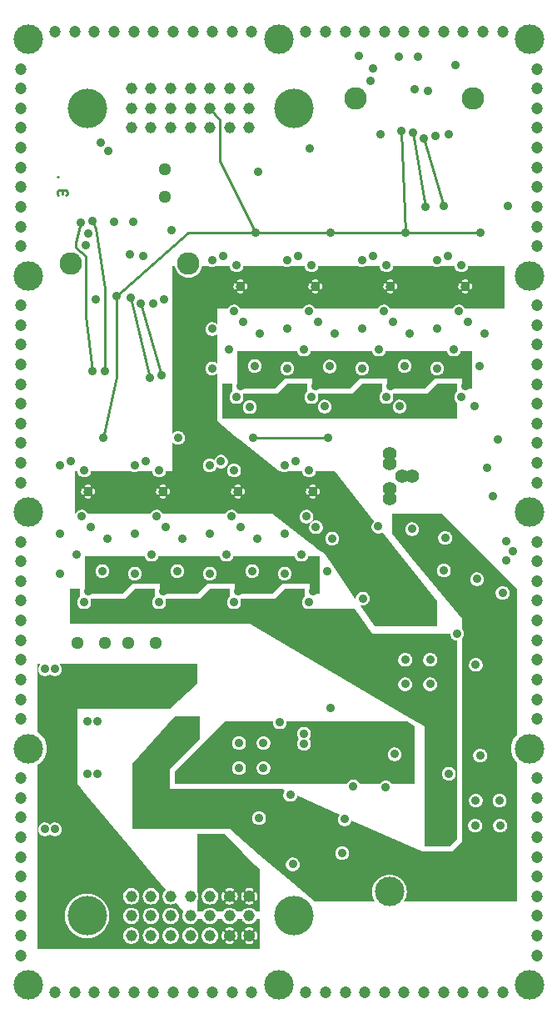
<source format=gbr>
G04 start of page 8 for group 6 idx 6 *
G04 Title: EPTPREAMPS, power *
G04 Creator: pcb 1.99z *
G04 CreationDate: Do 09 Apr 2015 07:41:23 GMT UTC *
G04 For: stephan *
G04 Format: Gerber/RS-274X *
G04 PCB-Dimensions (mil): 2952.76 4724.41 *
G04 PCB-Coordinate-Origin: lower left *
%MOIN*%
%FSLAX25Y25*%
%LNPOWER*%
%ADD147C,0.0700*%
%ADD146C,0.0236*%
%ADD145C,0.0256*%
%ADD144C,0.0276*%
%ADD143C,0.0240*%
%ADD142C,0.0866*%
%ADD141C,0.0157*%
%ADD140C,0.0512*%
%ADD139C,0.0550*%
%ADD138C,0.0354*%
%ADD137C,0.0553*%
%ADD136C,0.0900*%
%ADD135C,0.1181*%
%ADD134C,0.0472*%
%ADD133C,0.1575*%
%ADD132C,0.0453*%
%ADD131C,0.0098*%
%ADD130C,0.0098*%
%ADD129C,0.0100*%
%ADD128C,0.0001*%
G54D128*G36*
X163445Y252441D02*X170000D01*
Y235441D01*
X163445D01*
Y243175D01*
X163511Y243189D01*
X163584Y243216D01*
X163651Y243254D01*
X163712Y243302D01*
X163765Y243359D01*
X163807Y243423D01*
X163838Y243494D01*
X163914Y243724D01*
X163966Y243960D01*
X163998Y244199D01*
X164009Y244441D01*
X163998Y244682D01*
X163966Y244922D01*
X163914Y245158D01*
X163841Y245388D01*
X163809Y245459D01*
X163766Y245524D01*
X163713Y245581D01*
X163652Y245630D01*
X163585Y245668D01*
X163512Y245695D01*
X163445Y245708D01*
Y252441D01*
G37*
G36*
X161251Y250628D02*X161375Y250704D01*
X161705Y250986D01*
X161986Y251316D01*
X162213Y251686D01*
X162379Y252087D01*
X162464Y252441D01*
X163445D01*
Y245708D01*
X163436Y245710D01*
X163358Y245714D01*
X163281Y245705D01*
X163206Y245684D01*
X163135Y245651D01*
X163070Y245608D01*
X163013Y245556D01*
X162965Y245495D01*
X162927Y245427D01*
X162900Y245354D01*
X162884Y245278D01*
X162881Y245200D01*
X162890Y245123D01*
X162912Y245049D01*
X162961Y244901D01*
X162994Y244750D01*
X163015Y244596D01*
X163022Y244441D01*
X163015Y244286D01*
X162994Y244132D01*
X162961Y243980D01*
X162914Y243832D01*
X162892Y243758D01*
X162883Y243681D01*
X162886Y243604D01*
X162901Y243528D01*
X162928Y243455D01*
X162966Y243388D01*
X163015Y243327D01*
X163072Y243275D01*
X163136Y243232D01*
X163206Y243200D01*
X163281Y243179D01*
X163358Y243170D01*
X163435Y243173D01*
X163445Y243175D01*
Y235441D01*
X161319D01*
X161251Y235605D01*
Y241682D01*
X161491Y241693D01*
X161731Y241725D01*
X161967Y241777D01*
X162197Y241850D01*
X162268Y241882D01*
X162333Y241925D01*
X162390Y241978D01*
X162439Y242039D01*
X162477Y242106D01*
X162504Y242179D01*
X162519Y242255D01*
X162523Y242333D01*
X162514Y242410D01*
X162493Y242485D01*
X162460Y242556D01*
X162417Y242620D01*
X162365Y242678D01*
X162304Y242726D01*
X162236Y242764D01*
X162163Y242791D01*
X162087Y242807D01*
X162009Y242810D01*
X161932Y242801D01*
X161858Y242779D01*
X161711Y242730D01*
X161559Y242696D01*
X161405Y242676D01*
X161251Y242669D01*
Y246213D01*
X161405Y246206D01*
X161559Y246185D01*
X161711Y246152D01*
X161859Y246105D01*
X161933Y246083D01*
X162010Y246074D01*
X162087Y246077D01*
X162163Y246092D01*
X162235Y246119D01*
X162303Y246157D01*
X162364Y246205D01*
X162416Y246262D01*
X162459Y246327D01*
X162491Y246397D01*
X162512Y246472D01*
X162521Y246549D01*
X162518Y246626D01*
X162502Y246702D01*
X162475Y246775D01*
X162437Y246842D01*
X162389Y246903D01*
X162332Y246956D01*
X162268Y246998D01*
X162197Y247029D01*
X161967Y247105D01*
X161731Y247157D01*
X161491Y247189D01*
X161251Y247199D01*
Y250628D01*
G37*
G36*
X159055Y250274D02*X159318Y250211D01*
X159750Y250177D01*
X160182Y250211D01*
X160604Y250312D01*
X161005Y250478D01*
X161251Y250628D01*
Y247199D01*
X161250Y247200D01*
X161009Y247189D01*
X160769Y247157D01*
X160533Y247105D01*
X160302Y247032D01*
X160232Y247000D01*
X160167Y246957D01*
X160110Y246904D01*
X160061Y246843D01*
X160023Y246776D01*
X159996Y246703D01*
X159981Y246627D01*
X159977Y246549D01*
X159986Y246472D01*
X160007Y246397D01*
X160040Y246326D01*
X160083Y246261D01*
X160135Y246204D01*
X160196Y246156D01*
X160264Y246118D01*
X160337Y246091D01*
X160413Y246075D01*
X160490Y246072D01*
X160568Y246081D01*
X160642Y246103D01*
X160789Y246152D01*
X160941Y246185D01*
X161095Y246206D01*
X161250Y246213D01*
X161251Y246213D01*
Y242669D01*
X161250Y242669D01*
X161095Y242676D01*
X160941Y242696D01*
X160789Y242730D01*
X160641Y242777D01*
X160567Y242799D01*
X160490Y242808D01*
X160413Y242805D01*
X160337Y242790D01*
X160265Y242763D01*
X160197Y242725D01*
X160136Y242676D01*
X160084Y242619D01*
X160041Y242555D01*
X160009Y242484D01*
X159988Y242410D01*
X159979Y242333D01*
X159982Y242255D01*
X159998Y242180D01*
X160025Y242107D01*
X160063Y242039D01*
X160111Y241979D01*
X160168Y241926D01*
X160232Y241884D01*
X160303Y241853D01*
X160533Y241777D01*
X160769Y241725D01*
X161009Y241693D01*
X161250Y241682D01*
X161251Y241682D01*
Y235605D01*
X161213Y235696D01*
X160986Y236066D01*
X160705Y236396D01*
X160375Y236677D01*
X160005Y236904D01*
X159604Y237070D01*
X159182Y237171D01*
X159055Y237181D01*
Y243173D01*
X159064Y243172D01*
X159142Y243168D01*
X159219Y243177D01*
X159294Y243198D01*
X159365Y243231D01*
X159430Y243274D01*
X159487Y243326D01*
X159535Y243387D01*
X159573Y243455D01*
X159600Y243528D01*
X159616Y243604D01*
X159619Y243681D01*
X159610Y243759D01*
X159588Y243833D01*
X159539Y243980D01*
X159506Y244132D01*
X159485Y244286D01*
X159478Y244441D01*
X159485Y244596D01*
X159506Y244750D01*
X159539Y244901D01*
X159586Y245049D01*
X159608Y245124D01*
X159617Y245201D01*
X159614Y245278D01*
X159599Y245354D01*
X159572Y245426D01*
X159534Y245494D01*
X159485Y245555D01*
X159428Y245607D01*
X159364Y245650D01*
X159293Y245682D01*
X159219Y245703D01*
X159142Y245712D01*
X159065Y245709D01*
X159055Y245707D01*
Y250274D01*
G37*
G36*
X133445Y252441D02*X148834D01*
X149146Y252312D01*
X149568Y252211D01*
X150000Y252177D01*
X150432Y252211D01*
X150854Y252312D01*
X151166Y252441D01*
X157036D01*
X157121Y252087D01*
X157287Y251686D01*
X157514Y251316D01*
X157795Y250986D01*
X158125Y250704D01*
X158495Y250478D01*
X158896Y250312D01*
X159055Y250274D01*
Y245707D01*
X158989Y245693D01*
X158916Y245666D01*
X158849Y245628D01*
X158788Y245580D01*
X158735Y245523D01*
X158693Y245458D01*
X158662Y245388D01*
X158586Y245158D01*
X158534Y244922D01*
X158502Y244682D01*
X158491Y244441D01*
X158502Y244199D01*
X158534Y243960D01*
X158586Y243724D01*
X158659Y243493D01*
X158691Y243423D01*
X158734Y243358D01*
X158787Y243301D01*
X158848Y243252D01*
X158915Y243214D01*
X158988Y243187D01*
X159055Y243173D01*
Y237181D01*
X158750Y237205D01*
X158318Y237171D01*
X157896Y237070D01*
X157495Y236904D01*
X157125Y236677D01*
X156795Y236396D01*
X156514Y236066D01*
X156287Y235696D01*
X156181Y235441D01*
X133445D01*
Y243175D01*
X133511Y243189D01*
X133584Y243216D01*
X133651Y243254D01*
X133712Y243302D01*
X133765Y243359D01*
X133807Y243423D01*
X133838Y243494D01*
X133914Y243724D01*
X133966Y243960D01*
X133998Y244199D01*
X134009Y244441D01*
X133998Y244682D01*
X133966Y244922D01*
X133914Y245158D01*
X133841Y245388D01*
X133809Y245459D01*
X133766Y245524D01*
X133713Y245581D01*
X133652Y245630D01*
X133585Y245668D01*
X133512Y245695D01*
X133445Y245708D01*
Y252441D01*
G37*
G36*
X131251Y250628D02*X131375Y250704D01*
X131705Y250986D01*
X131986Y251316D01*
X132213Y251686D01*
X132379Y252087D01*
X132464Y252441D01*
X133445D01*
Y245708D01*
X133436Y245710D01*
X133358Y245714D01*
X133281Y245705D01*
X133206Y245684D01*
X133135Y245651D01*
X133070Y245608D01*
X133013Y245556D01*
X132965Y245495D01*
X132927Y245427D01*
X132900Y245354D01*
X132884Y245278D01*
X132881Y245200D01*
X132890Y245123D01*
X132912Y245049D01*
X132961Y244901D01*
X132994Y244750D01*
X133015Y244596D01*
X133022Y244441D01*
X133015Y244286D01*
X132994Y244132D01*
X132961Y243980D01*
X132914Y243832D01*
X132892Y243758D01*
X132883Y243681D01*
X132886Y243604D01*
X132901Y243528D01*
X132928Y243455D01*
X132966Y243388D01*
X133015Y243327D01*
X133072Y243275D01*
X133136Y243232D01*
X133206Y243200D01*
X133281Y243179D01*
X133358Y243170D01*
X133435Y243173D01*
X133445Y243175D01*
Y235441D01*
X131319D01*
X131251Y235605D01*
Y241682D01*
X131491Y241693D01*
X131731Y241725D01*
X131967Y241777D01*
X132197Y241850D01*
X132268Y241882D01*
X132333Y241925D01*
X132390Y241978D01*
X132439Y242039D01*
X132477Y242106D01*
X132504Y242179D01*
X132519Y242255D01*
X132523Y242333D01*
X132514Y242410D01*
X132493Y242485D01*
X132460Y242556D01*
X132417Y242620D01*
X132365Y242678D01*
X132304Y242726D01*
X132236Y242764D01*
X132163Y242791D01*
X132087Y242807D01*
X132009Y242810D01*
X131932Y242801D01*
X131858Y242779D01*
X131711Y242730D01*
X131559Y242696D01*
X131405Y242676D01*
X131251Y242669D01*
Y246213D01*
X131405Y246206D01*
X131559Y246185D01*
X131711Y246152D01*
X131859Y246105D01*
X131933Y246083D01*
X132010Y246074D01*
X132087Y246077D01*
X132163Y246092D01*
X132235Y246119D01*
X132303Y246157D01*
X132364Y246205D01*
X132416Y246262D01*
X132459Y246327D01*
X132491Y246397D01*
X132512Y246472D01*
X132521Y246549D01*
X132518Y246626D01*
X132502Y246702D01*
X132475Y246775D01*
X132437Y246842D01*
X132389Y246903D01*
X132332Y246956D01*
X132268Y246998D01*
X132197Y247029D01*
X131967Y247105D01*
X131731Y247157D01*
X131491Y247189D01*
X131251Y247199D01*
Y250628D01*
G37*
G36*
X129055Y250274D02*X129318Y250211D01*
X129750Y250177D01*
X130182Y250211D01*
X130604Y250312D01*
X131005Y250478D01*
X131251Y250628D01*
Y247199D01*
X131250Y247200D01*
X131009Y247189D01*
X130769Y247157D01*
X130533Y247105D01*
X130303Y247032D01*
X130232Y247000D01*
X130167Y246957D01*
X130110Y246904D01*
X130061Y246843D01*
X130023Y246776D01*
X129996Y246703D01*
X129981Y246627D01*
X129977Y246549D01*
X129986Y246472D01*
X130007Y246397D01*
X130040Y246326D01*
X130083Y246261D01*
X130135Y246204D01*
X130196Y246156D01*
X130264Y246118D01*
X130337Y246091D01*
X130413Y246075D01*
X130490Y246072D01*
X130568Y246081D01*
X130642Y246103D01*
X130789Y246152D01*
X130941Y246185D01*
X131095Y246206D01*
X131250Y246213D01*
X131251Y246213D01*
Y242669D01*
X131250Y242669D01*
X131095Y242676D01*
X130941Y242696D01*
X130789Y242730D01*
X130641Y242777D01*
X130567Y242799D01*
X130490Y242808D01*
X130413Y242805D01*
X130337Y242790D01*
X130265Y242763D01*
X130197Y242725D01*
X130136Y242676D01*
X130084Y242619D01*
X130041Y242555D01*
X130009Y242484D01*
X129988Y242410D01*
X129979Y242333D01*
X129982Y242255D01*
X129998Y242180D01*
X130025Y242107D01*
X130063Y242039D01*
X130111Y241979D01*
X130168Y241926D01*
X130232Y241884D01*
X130303Y241853D01*
X130533Y241777D01*
X130769Y241725D01*
X131009Y241693D01*
X131250Y241682D01*
X131251Y241682D01*
Y235605D01*
X131213Y235696D01*
X130986Y236066D01*
X130705Y236396D01*
X130375Y236677D01*
X130005Y236904D01*
X129604Y237070D01*
X129182Y237171D01*
X129055Y237181D01*
Y243173D01*
X129064Y243172D01*
X129142Y243168D01*
X129219Y243177D01*
X129294Y243198D01*
X129365Y243231D01*
X129430Y243274D01*
X129487Y243326D01*
X129535Y243387D01*
X129573Y243455D01*
X129600Y243528D01*
X129616Y243604D01*
X129619Y243681D01*
X129610Y243759D01*
X129588Y243833D01*
X129539Y243980D01*
X129506Y244132D01*
X129485Y244286D01*
X129478Y244441D01*
X129485Y244596D01*
X129506Y244750D01*
X129539Y244901D01*
X129586Y245049D01*
X129608Y245124D01*
X129617Y245201D01*
X129614Y245278D01*
X129599Y245354D01*
X129572Y245426D01*
X129534Y245494D01*
X129485Y245555D01*
X129428Y245607D01*
X129364Y245650D01*
X129293Y245682D01*
X129219Y245703D01*
X129142Y245712D01*
X129065Y245709D01*
X129055Y245707D01*
Y250274D01*
G37*
G36*
X103445Y252441D02*X118834D01*
X119146Y252312D01*
X119568Y252211D01*
X120000Y252177D01*
X120432Y252211D01*
X120854Y252312D01*
X121166Y252441D01*
X127036D01*
X127121Y252087D01*
X127287Y251686D01*
X127514Y251316D01*
X127795Y250986D01*
X128125Y250704D01*
X128495Y250478D01*
X128896Y250312D01*
X129055Y250274D01*
Y245707D01*
X128989Y245693D01*
X128916Y245666D01*
X128849Y245628D01*
X128788Y245580D01*
X128735Y245523D01*
X128693Y245458D01*
X128662Y245388D01*
X128586Y245158D01*
X128534Y244922D01*
X128502Y244682D01*
X128491Y244441D01*
X128502Y244199D01*
X128534Y243960D01*
X128586Y243724D01*
X128659Y243493D01*
X128691Y243423D01*
X128734Y243358D01*
X128787Y243301D01*
X128848Y243252D01*
X128915Y243214D01*
X128988Y243187D01*
X129055Y243173D01*
Y237181D01*
X128750Y237205D01*
X128318Y237171D01*
X127896Y237070D01*
X127495Y236904D01*
X127125Y236677D01*
X126795Y236396D01*
X126514Y236066D01*
X126287Y235696D01*
X126181Y235441D01*
X103445D01*
Y243175D01*
X103511Y243189D01*
X103584Y243216D01*
X103651Y243254D01*
X103712Y243302D01*
X103765Y243359D01*
X103807Y243423D01*
X103838Y243494D01*
X103914Y243724D01*
X103966Y243960D01*
X103998Y244199D01*
X104009Y244441D01*
X103998Y244682D01*
X103966Y244922D01*
X103914Y245158D01*
X103841Y245388D01*
X103809Y245459D01*
X103766Y245524D01*
X103713Y245581D01*
X103652Y245630D01*
X103585Y245668D01*
X103512Y245695D01*
X103445Y245708D01*
Y252441D01*
G37*
G36*
X101251Y250628D02*X101375Y250704D01*
X101705Y250986D01*
X101986Y251316D01*
X102213Y251686D01*
X102379Y252087D01*
X102464Y252441D01*
X103445D01*
Y245708D01*
X103436Y245710D01*
X103358Y245714D01*
X103281Y245705D01*
X103206Y245684D01*
X103135Y245651D01*
X103070Y245608D01*
X103013Y245556D01*
X102965Y245495D01*
X102927Y245427D01*
X102900Y245354D01*
X102884Y245278D01*
X102881Y245200D01*
X102890Y245123D01*
X102912Y245049D01*
X102961Y244901D01*
X102994Y244750D01*
X103015Y244596D01*
X103022Y244441D01*
X103015Y244286D01*
X102994Y244132D01*
X102961Y243980D01*
X102914Y243832D01*
X102892Y243758D01*
X102883Y243681D01*
X102886Y243604D01*
X102901Y243528D01*
X102928Y243455D01*
X102966Y243388D01*
X103015Y243327D01*
X103072Y243275D01*
X103136Y243232D01*
X103206Y243200D01*
X103281Y243179D01*
X103358Y243170D01*
X103435Y243173D01*
X103445Y243175D01*
Y235441D01*
X101319D01*
X101251Y235605D01*
Y241682D01*
X101491Y241693D01*
X101731Y241725D01*
X101967Y241777D01*
X102197Y241850D01*
X102268Y241882D01*
X102333Y241925D01*
X102390Y241978D01*
X102439Y242039D01*
X102477Y242106D01*
X102504Y242179D01*
X102519Y242255D01*
X102523Y242333D01*
X102514Y242410D01*
X102493Y242485D01*
X102460Y242556D01*
X102417Y242620D01*
X102365Y242678D01*
X102304Y242726D01*
X102236Y242764D01*
X102163Y242791D01*
X102087Y242807D01*
X102009Y242810D01*
X101932Y242801D01*
X101858Y242779D01*
X101711Y242730D01*
X101559Y242696D01*
X101405Y242676D01*
X101251Y242669D01*
Y246213D01*
X101405Y246206D01*
X101559Y246185D01*
X101711Y246152D01*
X101859Y246105D01*
X101933Y246083D01*
X102010Y246074D01*
X102087Y246077D01*
X102163Y246092D01*
X102235Y246119D01*
X102303Y246157D01*
X102364Y246205D01*
X102416Y246262D01*
X102459Y246327D01*
X102491Y246397D01*
X102512Y246472D01*
X102521Y246549D01*
X102518Y246626D01*
X102502Y246702D01*
X102475Y246775D01*
X102437Y246842D01*
X102389Y246903D01*
X102332Y246956D01*
X102268Y246998D01*
X102197Y247029D01*
X101967Y247105D01*
X101731Y247157D01*
X101491Y247189D01*
X101251Y247199D01*
Y250628D01*
G37*
G36*
X99055Y250274D02*X99318Y250211D01*
X99750Y250177D01*
X100182Y250211D01*
X100604Y250312D01*
X101005Y250478D01*
X101251Y250628D01*
Y247199D01*
X101250Y247200D01*
X101009Y247189D01*
X100769Y247157D01*
X100533Y247105D01*
X100302Y247032D01*
X100232Y247000D01*
X100167Y246957D01*
X100110Y246904D01*
X100061Y246843D01*
X100023Y246776D01*
X99996Y246703D01*
X99981Y246627D01*
X99977Y246549D01*
X99986Y246472D01*
X100007Y246397D01*
X100040Y246326D01*
X100083Y246261D01*
X100135Y246204D01*
X100196Y246156D01*
X100264Y246118D01*
X100337Y246091D01*
X100413Y246075D01*
X100490Y246072D01*
X100568Y246081D01*
X100642Y246103D01*
X100789Y246152D01*
X100941Y246185D01*
X101095Y246206D01*
X101250Y246213D01*
X101251Y246213D01*
Y242669D01*
X101250Y242669D01*
X101095Y242676D01*
X100941Y242696D01*
X100789Y242730D01*
X100641Y242777D01*
X100567Y242799D01*
X100490Y242808D01*
X100413Y242805D01*
X100337Y242790D01*
X100265Y242763D01*
X100197Y242725D01*
X100136Y242676D01*
X100084Y242619D01*
X100041Y242555D01*
X100009Y242484D01*
X99988Y242410D01*
X99979Y242333D01*
X99982Y242255D01*
X99998Y242180D01*
X100025Y242107D01*
X100063Y242039D01*
X100111Y241979D01*
X100168Y241926D01*
X100232Y241884D01*
X100303Y241853D01*
X100533Y241777D01*
X100769Y241725D01*
X101009Y241693D01*
X101250Y241682D01*
X101251Y241682D01*
Y235605D01*
X101213Y235696D01*
X100986Y236066D01*
X100705Y236396D01*
X100375Y236677D01*
X100005Y236904D01*
X99604Y237070D01*
X99182Y237171D01*
X99055Y237181D01*
Y243173D01*
X99064Y243172D01*
X99142Y243168D01*
X99219Y243177D01*
X99294Y243198D01*
X99365Y243231D01*
X99430Y243274D01*
X99487Y243326D01*
X99535Y243387D01*
X99573Y243455D01*
X99600Y243528D01*
X99616Y243604D01*
X99619Y243681D01*
X99610Y243759D01*
X99588Y243833D01*
X99539Y243980D01*
X99506Y244132D01*
X99485Y244286D01*
X99478Y244441D01*
X99485Y244596D01*
X99506Y244750D01*
X99539Y244901D01*
X99586Y245049D01*
X99608Y245124D01*
X99617Y245201D01*
X99614Y245278D01*
X99599Y245354D01*
X99572Y245426D01*
X99534Y245494D01*
X99485Y245555D01*
X99428Y245607D01*
X99364Y245650D01*
X99293Y245682D01*
X99219Y245703D01*
X99142Y245712D01*
X99065Y245709D01*
X99055Y245707D01*
Y250274D01*
G37*
G36*
X73445Y252441D02*X88834D01*
X89146Y252312D01*
X89568Y252211D01*
X90000Y252177D01*
X90432Y252211D01*
X90854Y252312D01*
X91166Y252441D01*
X97036D01*
X97121Y252087D01*
X97287Y251686D01*
X97514Y251316D01*
X97795Y250986D01*
X98125Y250704D01*
X98495Y250478D01*
X98896Y250312D01*
X99055Y250274D01*
Y245707D01*
X98989Y245693D01*
X98916Y245666D01*
X98849Y245628D01*
X98788Y245580D01*
X98735Y245523D01*
X98693Y245458D01*
X98662Y245388D01*
X98586Y245158D01*
X98534Y244922D01*
X98502Y244682D01*
X98491Y244441D01*
X98502Y244199D01*
X98534Y243960D01*
X98586Y243724D01*
X98659Y243493D01*
X98691Y243423D01*
X98734Y243358D01*
X98787Y243301D01*
X98848Y243252D01*
X98915Y243214D01*
X98988Y243187D01*
X99055Y243173D01*
Y237181D01*
X98750Y237205D01*
X98318Y237171D01*
X97896Y237070D01*
X97495Y236904D01*
X97125Y236677D01*
X96795Y236396D01*
X96514Y236066D01*
X96287Y235696D01*
X96181Y235441D01*
X73445D01*
Y243175D01*
X73511Y243189D01*
X73584Y243216D01*
X73651Y243254D01*
X73712Y243302D01*
X73765Y243359D01*
X73807Y243423D01*
X73838Y243494D01*
X73914Y243724D01*
X73966Y243960D01*
X73998Y244199D01*
X74009Y244441D01*
X73998Y244682D01*
X73966Y244922D01*
X73914Y245158D01*
X73841Y245388D01*
X73809Y245459D01*
X73766Y245524D01*
X73713Y245581D01*
X73652Y245630D01*
X73585Y245668D01*
X73512Y245695D01*
X73445Y245708D01*
Y252441D01*
G37*
G36*
X71251Y250628D02*X71375Y250704D01*
X71705Y250986D01*
X71986Y251316D01*
X72213Y251686D01*
X72379Y252087D01*
X72464Y252441D01*
X73445D01*
Y245708D01*
X73436Y245710D01*
X73358Y245714D01*
X73281Y245705D01*
X73206Y245684D01*
X73135Y245651D01*
X73070Y245608D01*
X73013Y245556D01*
X72965Y245495D01*
X72927Y245427D01*
X72900Y245354D01*
X72884Y245278D01*
X72881Y245200D01*
X72890Y245123D01*
X72912Y245049D01*
X72961Y244901D01*
X72994Y244750D01*
X73015Y244596D01*
X73022Y244441D01*
X73015Y244286D01*
X72994Y244132D01*
X72961Y243980D01*
X72914Y243832D01*
X72892Y243758D01*
X72883Y243681D01*
X72886Y243604D01*
X72901Y243528D01*
X72928Y243455D01*
X72966Y243388D01*
X73015Y243327D01*
X73072Y243275D01*
X73136Y243232D01*
X73206Y243200D01*
X73281Y243179D01*
X73358Y243170D01*
X73435Y243173D01*
X73445Y243175D01*
Y235441D01*
X71319D01*
X71251Y235605D01*
Y241682D01*
X71491Y241693D01*
X71731Y241725D01*
X71967Y241777D01*
X72197Y241850D01*
X72268Y241882D01*
X72333Y241925D01*
X72390Y241978D01*
X72439Y242039D01*
X72477Y242106D01*
X72504Y242179D01*
X72519Y242255D01*
X72523Y242333D01*
X72514Y242410D01*
X72493Y242485D01*
X72460Y242556D01*
X72417Y242620D01*
X72365Y242678D01*
X72304Y242726D01*
X72236Y242764D01*
X72163Y242791D01*
X72087Y242807D01*
X72009Y242810D01*
X71932Y242801D01*
X71858Y242779D01*
X71711Y242730D01*
X71559Y242696D01*
X71405Y242676D01*
X71251Y242669D01*
Y246213D01*
X71405Y246206D01*
X71559Y246185D01*
X71711Y246152D01*
X71859Y246105D01*
X71933Y246083D01*
X72010Y246074D01*
X72087Y246077D01*
X72163Y246092D01*
X72235Y246119D01*
X72303Y246157D01*
X72364Y246205D01*
X72416Y246262D01*
X72459Y246327D01*
X72491Y246397D01*
X72512Y246472D01*
X72521Y246549D01*
X72518Y246626D01*
X72502Y246702D01*
X72475Y246775D01*
X72437Y246842D01*
X72389Y246903D01*
X72332Y246956D01*
X72268Y246998D01*
X72197Y247029D01*
X71967Y247105D01*
X71731Y247157D01*
X71491Y247189D01*
X71251Y247199D01*
Y250628D01*
G37*
G36*
X69055Y250274D02*X69318Y250211D01*
X69750Y250177D01*
X70182Y250211D01*
X70604Y250312D01*
X71005Y250478D01*
X71251Y250628D01*
Y247199D01*
X71250Y247200D01*
X71009Y247189D01*
X70769Y247157D01*
X70533Y247105D01*
X70302Y247032D01*
X70232Y247000D01*
X70167Y246957D01*
X70110Y246904D01*
X70061Y246843D01*
X70023Y246776D01*
X69996Y246703D01*
X69981Y246627D01*
X69977Y246549D01*
X69986Y246472D01*
X70007Y246397D01*
X70040Y246326D01*
X70083Y246261D01*
X70135Y246204D01*
X70196Y246156D01*
X70264Y246118D01*
X70337Y246091D01*
X70413Y246075D01*
X70490Y246072D01*
X70568Y246081D01*
X70642Y246103D01*
X70789Y246152D01*
X70941Y246185D01*
X71095Y246206D01*
X71250Y246213D01*
X71251Y246213D01*
Y242669D01*
X71250Y242669D01*
X71095Y242676D01*
X70941Y242696D01*
X70789Y242730D01*
X70641Y242777D01*
X70567Y242799D01*
X70490Y242808D01*
X70413Y242805D01*
X70337Y242790D01*
X70265Y242763D01*
X70197Y242725D01*
X70136Y242676D01*
X70084Y242619D01*
X70041Y242555D01*
X70009Y242484D01*
X69988Y242410D01*
X69979Y242333D01*
X69982Y242255D01*
X69998Y242180D01*
X70025Y242107D01*
X70063Y242039D01*
X70111Y241979D01*
X70168Y241926D01*
X70232Y241884D01*
X70303Y241853D01*
X70533Y241777D01*
X70769Y241725D01*
X71009Y241693D01*
X71250Y241682D01*
X71251Y241682D01*
Y235605D01*
X71213Y235696D01*
X70986Y236066D01*
X70705Y236396D01*
X70375Y236677D01*
X70005Y236904D01*
X69604Y237070D01*
X69182Y237171D01*
X69055Y237181D01*
Y243173D01*
X69064Y243172D01*
X69142Y243168D01*
X69219Y243177D01*
X69294Y243198D01*
X69365Y243231D01*
X69430Y243274D01*
X69487Y243326D01*
X69535Y243387D01*
X69573Y243455D01*
X69600Y243528D01*
X69616Y243604D01*
X69619Y243681D01*
X69610Y243759D01*
X69588Y243833D01*
X69539Y243980D01*
X69506Y244132D01*
X69485Y244286D01*
X69478Y244441D01*
X69485Y244596D01*
X69506Y244750D01*
X69539Y244901D01*
X69586Y245049D01*
X69608Y245124D01*
X69617Y245201D01*
X69614Y245278D01*
X69599Y245354D01*
X69572Y245426D01*
X69534Y245494D01*
X69485Y245555D01*
X69428Y245607D01*
X69364Y245650D01*
X69293Y245682D01*
X69219Y245703D01*
X69142Y245712D01*
X69065Y245709D01*
X69055Y245707D01*
Y250274D01*
G37*
G36*
X66000Y252441D02*X67036D01*
X67121Y252087D01*
X67287Y251686D01*
X67514Y251316D01*
X67795Y250986D01*
X68125Y250704D01*
X68495Y250478D01*
X68896Y250312D01*
X69055Y250274D01*
Y245707D01*
X68989Y245693D01*
X68916Y245666D01*
X68849Y245628D01*
X68788Y245580D01*
X68735Y245523D01*
X68693Y245458D01*
X68662Y245388D01*
X68586Y245158D01*
X68534Y244922D01*
X68502Y244682D01*
X68491Y244441D01*
X68502Y244199D01*
X68534Y243960D01*
X68586Y243724D01*
X68659Y243493D01*
X68691Y243423D01*
X68734Y243358D01*
X68787Y243301D01*
X68848Y243252D01*
X68915Y243214D01*
X68988Y243187D01*
X69055Y243173D01*
Y237181D01*
X68750Y237205D01*
X68318Y237171D01*
X67896Y237070D01*
X67495Y236904D01*
X67125Y236677D01*
X66795Y236396D01*
X66514Y236066D01*
X66287Y235696D01*
X66181Y235441D01*
X66000D01*
Y252441D01*
G37*
G36*
X149996Y218441D02*X154096D01*
X154121Y218337D01*
X154287Y217936D01*
X154514Y217566D01*
X154795Y217236D01*
X155125Y216954D01*
X155495Y216728D01*
X155896Y216562D01*
X156318Y216461D01*
X156750Y216427D01*
X157182Y216461D01*
X157604Y216562D01*
X158005Y216728D01*
X158375Y216954D01*
X158705Y217236D01*
X158986Y217566D01*
X159213Y217936D01*
X159379Y218337D01*
X159404Y218441D01*
X164000D01*
Y203441D01*
X160000D01*
Y207441D01*
X149996D01*
Y208927D01*
X150000Y208927D01*
X150432Y208961D01*
X150854Y209062D01*
X151255Y209228D01*
X151625Y209454D01*
X151955Y209736D01*
X152236Y210066D01*
X152463Y210436D01*
X152629Y210837D01*
X152730Y211258D01*
X152756Y211691D01*
X152730Y212123D01*
X152629Y212545D01*
X152463Y212946D01*
X152236Y213316D01*
X151955Y213646D01*
X151625Y213927D01*
X151255Y214154D01*
X150854Y214320D01*
X150432Y214421D01*
X150000Y214455D01*
X149996Y214455D01*
Y218441D01*
G37*
G36*
X136996D02*X149996D01*
Y214455D01*
X149568Y214421D01*
X149146Y214320D01*
X148745Y214154D01*
X148375Y213927D01*
X148045Y213646D01*
X147764Y213316D01*
X147537Y212946D01*
X147371Y212545D01*
X147270Y212123D01*
X147236Y211691D01*
X147270Y211258D01*
X147371Y210837D01*
X147537Y210436D01*
X147764Y210066D01*
X148045Y209736D01*
X148375Y209454D01*
X148745Y209228D01*
X149146Y209062D01*
X149568Y208961D01*
X149996Y208927D01*
Y207441D01*
X149000D01*
X145000Y203441D01*
X136996D01*
Y209927D01*
X137000Y209927D01*
X137432Y209961D01*
X137854Y210062D01*
X138255Y210228D01*
X138625Y210454D01*
X138955Y210736D01*
X139236Y211066D01*
X139463Y211436D01*
X139629Y211837D01*
X139730Y212258D01*
X139756Y212691D01*
X139730Y213123D01*
X139629Y213545D01*
X139463Y213946D01*
X139236Y214316D01*
X138955Y214646D01*
X138625Y214927D01*
X138255Y215154D01*
X137854Y215320D01*
X137432Y215421D01*
X137000Y215455D01*
X136996Y215455D01*
Y218441D01*
G37*
G36*
X119996D02*X124096D01*
X124121Y218337D01*
X124287Y217936D01*
X124514Y217566D01*
X124795Y217236D01*
X125125Y216954D01*
X125495Y216728D01*
X125896Y216562D01*
X126318Y216461D01*
X126750Y216427D01*
X127182Y216461D01*
X127604Y216562D01*
X128005Y216728D01*
X128375Y216954D01*
X128705Y217236D01*
X128986Y217566D01*
X129213Y217936D01*
X129379Y218337D01*
X129404Y218441D01*
X136996D01*
Y215455D01*
X136568Y215421D01*
X136146Y215320D01*
X135745Y215154D01*
X135375Y214927D01*
X135045Y214646D01*
X134764Y214316D01*
X134537Y213946D01*
X134371Y213545D01*
X134270Y213123D01*
X134236Y212691D01*
X134270Y212258D01*
X134371Y211837D01*
X134537Y211436D01*
X134764Y211066D01*
X135045Y210736D01*
X135375Y210454D01*
X135745Y210228D01*
X136146Y210062D01*
X136568Y209961D01*
X136996Y209927D01*
Y203441D01*
X130000D01*
Y207441D01*
X119996D01*
Y208927D01*
X120000Y208927D01*
X120432Y208961D01*
X120854Y209062D01*
X121255Y209228D01*
X121625Y209454D01*
X121955Y209736D01*
X122236Y210066D01*
X122463Y210436D01*
X122629Y210837D01*
X122730Y211258D01*
X122756Y211691D01*
X122730Y212123D01*
X122629Y212545D01*
X122463Y212946D01*
X122236Y213316D01*
X121955Y213646D01*
X121625Y213927D01*
X121255Y214154D01*
X120854Y214320D01*
X120432Y214421D01*
X120000Y214455D01*
X119996Y214455D01*
Y218441D01*
G37*
G36*
X106996D02*X119996D01*
Y214455D01*
X119568Y214421D01*
X119146Y214320D01*
X118745Y214154D01*
X118375Y213927D01*
X118045Y213646D01*
X117764Y213316D01*
X117537Y212946D01*
X117371Y212545D01*
X117270Y212123D01*
X117236Y211691D01*
X117270Y211258D01*
X117371Y210837D01*
X117537Y210436D01*
X117764Y210066D01*
X118045Y209736D01*
X118375Y209454D01*
X118745Y209228D01*
X119146Y209062D01*
X119568Y208961D01*
X119996Y208927D01*
Y207441D01*
X119000D01*
X115000Y203441D01*
X106996D01*
Y209927D01*
X107000Y209927D01*
X107432Y209961D01*
X107854Y210062D01*
X108255Y210228D01*
X108625Y210454D01*
X108955Y210736D01*
X109236Y211066D01*
X109463Y211436D01*
X109629Y211837D01*
X109730Y212258D01*
X109756Y212691D01*
X109730Y213123D01*
X109629Y213545D01*
X109463Y213946D01*
X109236Y214316D01*
X108955Y214646D01*
X108625Y214927D01*
X108255Y215154D01*
X107854Y215320D01*
X107432Y215421D01*
X107000Y215455D01*
X106996Y215455D01*
Y218441D01*
G37*
G36*
X89996D02*X94096D01*
X94121Y218337D01*
X94287Y217936D01*
X94514Y217566D01*
X94795Y217236D01*
X95125Y216954D01*
X95495Y216728D01*
X95896Y216562D01*
X96318Y216461D01*
X96750Y216427D01*
X97182Y216461D01*
X97604Y216562D01*
X98005Y216728D01*
X98375Y216954D01*
X98705Y217236D01*
X98986Y217566D01*
X99213Y217936D01*
X99379Y218337D01*
X99404Y218441D01*
X106996D01*
Y215455D01*
X106568Y215421D01*
X106146Y215320D01*
X105745Y215154D01*
X105375Y214927D01*
X105045Y214646D01*
X104764Y214316D01*
X104537Y213946D01*
X104371Y213545D01*
X104270Y213123D01*
X104236Y212691D01*
X104270Y212258D01*
X104371Y211837D01*
X104537Y211436D01*
X104764Y211066D01*
X105045Y210736D01*
X105375Y210454D01*
X105745Y210228D01*
X106146Y210062D01*
X106568Y209961D01*
X106996Y209927D01*
Y203441D01*
X100000D01*
Y207441D01*
X89996D01*
Y208927D01*
X90000Y208927D01*
X90432Y208961D01*
X90854Y209062D01*
X91255Y209228D01*
X91625Y209454D01*
X91955Y209736D01*
X92236Y210066D01*
X92463Y210436D01*
X92629Y210837D01*
X92730Y211258D01*
X92756Y211691D01*
X92730Y212123D01*
X92629Y212545D01*
X92463Y212946D01*
X92236Y213316D01*
X91955Y213646D01*
X91625Y213927D01*
X91255Y214154D01*
X90854Y214320D01*
X90432Y214421D01*
X90000Y214455D01*
X89996Y214455D01*
Y218441D01*
G37*
G36*
X76996D02*X89996D01*
Y214455D01*
X89568Y214421D01*
X89146Y214320D01*
X88745Y214154D01*
X88375Y213927D01*
X88045Y213646D01*
X87764Y213316D01*
X87537Y212946D01*
X87371Y212545D01*
X87270Y212123D01*
X87236Y211691D01*
X87270Y211258D01*
X87371Y210837D01*
X87537Y210436D01*
X87764Y210066D01*
X88045Y209736D01*
X88375Y209454D01*
X88745Y209228D01*
X89146Y209062D01*
X89568Y208961D01*
X89996Y208927D01*
Y207441D01*
X89000D01*
X85000Y203441D01*
X76996D01*
Y209927D01*
X77000Y209927D01*
X77432Y209961D01*
X77854Y210062D01*
X78255Y210228D01*
X78625Y210454D01*
X78955Y210736D01*
X79236Y211066D01*
X79463Y211436D01*
X79629Y211837D01*
X79730Y212258D01*
X79756Y212691D01*
X79730Y213123D01*
X79629Y213545D01*
X79463Y213946D01*
X79236Y214316D01*
X78955Y214646D01*
X78625Y214927D01*
X78255Y215154D01*
X77854Y215320D01*
X77432Y215421D01*
X77000Y215455D01*
X76996Y215455D01*
Y218441D01*
G37*
G36*
X70000D02*X76996D01*
Y215455D01*
X76568Y215421D01*
X76146Y215320D01*
X75745Y215154D01*
X75375Y214927D01*
X75045Y214646D01*
X74764Y214316D01*
X74537Y213946D01*
X74371Y213545D01*
X74270Y213123D01*
X74236Y212691D01*
X74270Y212258D01*
X74371Y211837D01*
X74537Y211436D01*
X74764Y211066D01*
X75045Y210736D01*
X75375Y210454D01*
X75745Y210228D01*
X76146Y210062D01*
X76568Y209961D01*
X76996Y209927D01*
Y203441D01*
X70000D01*
Y218441D01*
G37*
G36*
X64000Y191441D02*Y205441D01*
X68000D01*
Y202321D01*
X67795Y202146D01*
X67514Y201816D01*
X67287Y201446D01*
X67121Y201045D01*
X67020Y200623D01*
X66986Y200191D01*
X67020Y199758D01*
X67121Y199337D01*
X67287Y198936D01*
X67514Y198566D01*
X67795Y198236D01*
X68125Y197954D01*
X68495Y197728D01*
X68896Y197562D01*
X69318Y197461D01*
X69750Y197427D01*
X70182Y197461D01*
X70604Y197562D01*
X71005Y197728D01*
X71375Y197954D01*
X71705Y198236D01*
X71986Y198566D01*
X72213Y198936D01*
X72379Y199337D01*
X72480Y199758D01*
X72506Y200191D01*
X72480Y200623D01*
X72379Y201045D01*
X72215Y201441D01*
X86000D01*
X90000Y205441D01*
X98000D01*
Y202321D01*
X97795Y202146D01*
X97514Y201816D01*
X97287Y201446D01*
X97121Y201045D01*
X97020Y200623D01*
X96986Y200191D01*
X97020Y199758D01*
X97121Y199337D01*
X97287Y198936D01*
X97514Y198566D01*
X97795Y198236D01*
X98125Y197954D01*
X98495Y197728D01*
X98896Y197562D01*
X99318Y197461D01*
X99750Y197427D01*
X100182Y197461D01*
X100604Y197562D01*
X101005Y197728D01*
X101375Y197954D01*
X101705Y198236D01*
X101986Y198566D01*
X102213Y198936D01*
X102379Y199337D01*
X102480Y199758D01*
X102506Y200191D01*
X102480Y200623D01*
X102379Y201045D01*
X102215Y201441D01*
X116000D01*
X120000Y205441D01*
X128000D01*
Y202321D01*
X127795Y202146D01*
X127514Y201816D01*
X127287Y201446D01*
X127121Y201045D01*
X127020Y200623D01*
X126986Y200191D01*
X127020Y199758D01*
X127121Y199337D01*
X127287Y198936D01*
X127514Y198566D01*
X127795Y198236D01*
X128125Y197954D01*
X128495Y197728D01*
X128896Y197562D01*
X129318Y197461D01*
X129750Y197427D01*
X130182Y197461D01*
X130604Y197562D01*
X131005Y197728D01*
X131375Y197954D01*
X131705Y198236D01*
X131986Y198566D01*
X132213Y198936D01*
X132379Y199337D01*
X132480Y199758D01*
X132506Y200191D01*
X132480Y200623D01*
X132379Y201045D01*
X132215Y201441D01*
X146000D01*
X150000Y205441D01*
X158000D01*
Y202321D01*
X157795Y202146D01*
X157514Y201816D01*
X157287Y201446D01*
X157121Y201045D01*
X157020Y200623D01*
X156986Y200191D01*
X157020Y199758D01*
X157121Y199337D01*
X157287Y198936D01*
X157514Y198566D01*
X157795Y198236D01*
X158000Y198061D01*
Y191441D01*
X64000D01*
G37*
G36*
X140000Y76441D02*X138651D01*
X138475Y76727D01*
X138467Y76738D01*
Y81055D01*
X138524Y81072D01*
X138595Y81106D01*
X138660Y81150D01*
X138717Y81204D01*
X138766Y81266D01*
X138802Y81336D01*
X138918Y81620D01*
X139004Y81915D01*
X139062Y82217D01*
X139091Y82523D01*
Y82831D01*
X139062Y83137D01*
X139004Y83439D01*
X138918Y83734D01*
X138805Y84020D01*
X138768Y84090D01*
X138719Y84152D01*
X138662Y84206D01*
X138596Y84251D01*
X138525Y84285D01*
X138467Y84301D01*
Y94974D01*
X140000Y93441D01*
Y76441D01*
G37*
G36*
X138467Y76738D02*X138142Y77118D01*
X137751Y77452D01*
X137313Y77720D01*
X136838Y77917D01*
X136339Y78037D01*
X135828Y78077D01*
Y79413D01*
X135980D01*
X136287Y79442D01*
X136589Y79500D01*
X136884Y79585D01*
X137170Y79699D01*
X137239Y79736D01*
X137302Y79785D01*
X137356Y79842D01*
X137400Y79908D01*
X137434Y79979D01*
X137456Y80055D01*
X137466Y80134D01*
X137464Y80213D01*
X137449Y80290D01*
X137422Y80365D01*
X137384Y80434D01*
X137336Y80497D01*
X137278Y80551D01*
X137213Y80595D01*
X137141Y80629D01*
X137065Y80651D01*
X136987Y80661D01*
X136908Y80659D01*
X136830Y80644D01*
X136756Y80616D01*
X136559Y80535D01*
X136355Y80476D01*
X136145Y80436D01*
X135933Y80416D01*
X135828D01*
Y84938D01*
X135933D01*
X136145Y84918D01*
X136355Y84879D01*
X136559Y84819D01*
X136757Y84741D01*
X136831Y84713D01*
X136908Y84698D01*
X136987Y84696D01*
X137065Y84706D01*
X137140Y84728D01*
X137211Y84761D01*
X137277Y84805D01*
X137334Y84859D01*
X137382Y84922D01*
X137420Y84991D01*
X137447Y85065D01*
X137461Y85142D01*
X137464Y85221D01*
X137454Y85299D01*
X137432Y85374D01*
X137398Y85445D01*
X137354Y85510D01*
X137300Y85568D01*
X137238Y85616D01*
X137168Y85653D01*
X136884Y85769D01*
X136589Y85855D01*
X136287Y85912D01*
X135980Y85941D01*
X135828D01*
Y97613D01*
X138467Y94974D01*
Y84301D01*
X138449Y84307D01*
X138370Y84317D01*
X138291Y84314D01*
X138214Y84299D01*
X138139Y84273D01*
X138070Y84235D01*
X138007Y84186D01*
X137953Y84129D01*
X137909Y84063D01*
X137875Y83992D01*
X137853Y83916D01*
X137843Y83837D01*
X137845Y83758D01*
X137860Y83680D01*
X137888Y83607D01*
X137969Y83410D01*
X138028Y83205D01*
X138068Y82996D01*
X138088Y82784D01*
Y82571D01*
X138068Y82359D01*
X138028Y82149D01*
X137969Y81945D01*
X137890Y81747D01*
X137862Y81673D01*
X137848Y81596D01*
X137845Y81517D01*
X137855Y81439D01*
X137877Y81364D01*
X137911Y81292D01*
X137955Y81227D01*
X138009Y81170D01*
X138071Y81122D01*
X138140Y81084D01*
X138214Y81057D01*
X138292Y81043D01*
X138370Y81040D01*
X138448Y81050D01*
X138467Y81055D01*
Y76738D01*
G37*
G36*
X135828Y78077D02*X135827Y78077D01*
X135315Y78037D01*
X134815Y77917D01*
X134340Y77720D01*
X133902Y77452D01*
X133512Y77118D01*
X133187Y76738D01*
Y81053D01*
X133205Y81048D01*
X133283Y81038D01*
X133362Y81040D01*
X133440Y81055D01*
X133514Y81082D01*
X133584Y81120D01*
X133646Y81168D01*
X133700Y81226D01*
X133745Y81291D01*
X133779Y81363D01*
X133801Y81439D01*
X133811Y81517D01*
X133808Y81596D01*
X133794Y81674D01*
X133765Y81748D01*
X133685Y81945D01*
X133625Y82149D01*
X133586Y82359D01*
X133565Y82571D01*
Y82784D01*
X133586Y82996D01*
X133625Y83205D01*
X133685Y83410D01*
X133763Y83608D01*
X133791Y83681D01*
X133806Y83758D01*
X133808Y83837D01*
X133798Y83915D01*
X133776Y83991D01*
X133743Y84062D01*
X133698Y84127D01*
X133645Y84184D01*
X133582Y84232D01*
X133513Y84270D01*
X133439Y84297D01*
X133362Y84312D01*
X133283Y84314D01*
X133205Y84304D01*
X133187Y84299D01*
Y100254D01*
X135828Y97613D01*
Y85941D01*
X135673D01*
X135367Y85912D01*
X135065Y85855D01*
X134770Y85769D01*
X134484Y85656D01*
X134414Y85618D01*
X134352Y85570D01*
X134298Y85512D01*
X134253Y85447D01*
X134219Y85375D01*
X134197Y85299D01*
X134187Y85221D01*
X134190Y85142D01*
X134205Y85064D01*
X134231Y84990D01*
X134269Y84920D01*
X134318Y84858D01*
X134375Y84803D01*
X134441Y84759D01*
X134512Y84725D01*
X134588Y84703D01*
X134667Y84693D01*
X134746Y84696D01*
X134824Y84710D01*
X134897Y84739D01*
X135094Y84819D01*
X135299Y84879D01*
X135508Y84918D01*
X135720Y84938D01*
X135828D01*
Y80416D01*
X135720D01*
X135508Y80436D01*
X135299Y80476D01*
X135094Y80535D01*
X134896Y80613D01*
X134823Y80641D01*
X134746Y80656D01*
X134667Y80659D01*
X134589Y80649D01*
X134513Y80627D01*
X134442Y80593D01*
X134377Y80549D01*
X134320Y80495D01*
X134271Y80433D01*
X134234Y80364D01*
X134207Y80290D01*
X134192Y80212D01*
X134190Y80134D01*
X134200Y80056D01*
X134222Y79980D01*
X134255Y79909D01*
X134300Y79844D01*
X134353Y79786D01*
X134416Y79738D01*
X134485Y79702D01*
X134770Y79585D01*
X135065Y79500D01*
X135367Y79442D01*
X135673Y79413D01*
X135828D01*
Y78077D01*
G37*
G36*
X133187Y76738D02*X133178Y76727D01*
X133003Y76441D01*
X130777D01*
X130601Y76727D01*
X130593Y76738D01*
Y81055D01*
X130650Y81072D01*
X130721Y81106D01*
X130786Y81150D01*
X130843Y81204D01*
X130892Y81266D01*
X130928Y81336D01*
X131044Y81620D01*
X131130Y81915D01*
X131188Y82217D01*
X131217Y82523D01*
Y82831D01*
X131188Y83137D01*
X131130Y83439D01*
X131044Y83734D01*
X130931Y84020D01*
X130894Y84090D01*
X130845Y84152D01*
X130788Y84206D01*
X130722Y84251D01*
X130651Y84285D01*
X130593Y84301D01*
Y102848D01*
X133187Y100254D01*
Y84299D01*
X133130Y84282D01*
X133059Y84249D01*
X132993Y84204D01*
X132936Y84150D01*
X132888Y84088D01*
X132851Y84019D01*
X132735Y83734D01*
X132649Y83439D01*
X132592Y83137D01*
X132563Y82831D01*
Y82523D01*
X132592Y82217D01*
X132649Y81915D01*
X132735Y81620D01*
X132848Y81334D01*
X132886Y81265D01*
X132934Y81202D01*
X132992Y81148D01*
X133057Y81103D01*
X133129Y81070D01*
X133187Y81053D01*
Y76738D01*
G37*
G36*
X130593D02*X130268Y77118D01*
X129877Y77452D01*
X129439Y77720D01*
X128964Y77917D01*
X128465Y78037D01*
X127954Y78077D01*
Y79413D01*
X128106D01*
X128413Y79442D01*
X128715Y79500D01*
X129010Y79585D01*
X129296Y79699D01*
X129365Y79736D01*
X129428Y79785D01*
X129482Y79842D01*
X129526Y79908D01*
X129560Y79979D01*
X129582Y80055D01*
X129592Y80134D01*
X129590Y80213D01*
X129575Y80290D01*
X129548Y80365D01*
X129510Y80434D01*
X129462Y80497D01*
X129404Y80551D01*
X129339Y80595D01*
X129267Y80629D01*
X129191Y80651D01*
X129113Y80661D01*
X129034Y80659D01*
X128956Y80644D01*
X128882Y80616D01*
X128685Y80535D01*
X128481Y80476D01*
X128271Y80436D01*
X128059Y80416D01*
X127954D01*
Y84938D01*
X128059D01*
X128271Y84918D01*
X128481Y84879D01*
X128685Y84819D01*
X128883Y84741D01*
X128957Y84713D01*
X129034Y84698D01*
X129113Y84696D01*
X129191Y84706D01*
X129266Y84728D01*
X129337Y84761D01*
X129403Y84805D01*
X129460Y84859D01*
X129508Y84922D01*
X129546Y84991D01*
X129573Y85065D01*
X129587Y85142D01*
X129590Y85221D01*
X129580Y85299D01*
X129558Y85374D01*
X129524Y85445D01*
X129480Y85510D01*
X129426Y85568D01*
X129364Y85616D01*
X129294Y85653D01*
X129010Y85769D01*
X128715Y85855D01*
X128413Y85912D01*
X128106Y85941D01*
X127954D01*
Y105487D01*
X130593Y102848D01*
Y84301D01*
X130575Y84307D01*
X130496Y84317D01*
X130417Y84314D01*
X130340Y84299D01*
X130265Y84273D01*
X130196Y84235D01*
X130133Y84186D01*
X130079Y84129D01*
X130035Y84063D01*
X130001Y83992D01*
X129979Y83916D01*
X129969Y83837D01*
X129971Y83758D01*
X129986Y83680D01*
X130014Y83607D01*
X130095Y83410D01*
X130154Y83205D01*
X130194Y82996D01*
X130214Y82784D01*
Y82571D01*
X130194Y82359D01*
X130154Y82149D01*
X130095Y81945D01*
X130016Y81747D01*
X129988Y81673D01*
X129974Y81596D01*
X129971Y81517D01*
X129981Y81439D01*
X130003Y81364D01*
X130037Y81292D01*
X130081Y81227D01*
X130135Y81170D01*
X130197Y81122D01*
X130266Y81084D01*
X130340Y81057D01*
X130418Y81043D01*
X130496Y81040D01*
X130574Y81050D01*
X130593Y81055D01*
Y76738D01*
G37*
G36*
X127954Y78077D02*X127953Y78077D01*
X127441Y78037D01*
X126941Y77917D01*
X126466Y77720D01*
X126028Y77452D01*
X125638Y77118D01*
X125313Y76738D01*
Y81053D01*
X125331Y81048D01*
X125409Y81038D01*
X125488Y81040D01*
X125566Y81055D01*
X125640Y81082D01*
X125710Y81120D01*
X125772Y81168D01*
X125826Y81226D01*
X125871Y81291D01*
X125905Y81363D01*
X125927Y81439D01*
X125937Y81517D01*
X125934Y81596D01*
X125919Y81674D01*
X125891Y81748D01*
X125811Y81945D01*
X125751Y82149D01*
X125712Y82359D01*
X125691Y82571D01*
Y82784D01*
X125712Y82996D01*
X125751Y83205D01*
X125811Y83410D01*
X125889Y83608D01*
X125917Y83681D01*
X125932Y83758D01*
X125934Y83837D01*
X125924Y83915D01*
X125902Y83991D01*
X125869Y84062D01*
X125824Y84127D01*
X125771Y84184D01*
X125708Y84232D01*
X125639Y84270D01*
X125565Y84297D01*
X125488Y84312D01*
X125409Y84314D01*
X125331Y84304D01*
X125313Y84299D01*
Y107441D01*
X126000D01*
X127954Y105487D01*
Y85941D01*
X127799D01*
X127493Y85912D01*
X127191Y85855D01*
X126896Y85769D01*
X126610Y85656D01*
X126540Y85618D01*
X126478Y85570D01*
X126424Y85512D01*
X126379Y85447D01*
X126345Y85375D01*
X126323Y85299D01*
X126313Y85221D01*
X126316Y85142D01*
X126331Y85064D01*
X126357Y84990D01*
X126395Y84920D01*
X126444Y84858D01*
X126501Y84803D01*
X126567Y84759D01*
X126638Y84725D01*
X126714Y84703D01*
X126793Y84693D01*
X126872Y84696D01*
X126950Y84710D01*
X127023Y84739D01*
X127220Y84819D01*
X127425Y84879D01*
X127634Y84918D01*
X127846Y84938D01*
X127954D01*
Y80416D01*
X127846D01*
X127634Y80436D01*
X127425Y80476D01*
X127220Y80535D01*
X127022Y80613D01*
X126949Y80641D01*
X126872Y80656D01*
X126793Y80659D01*
X126715Y80649D01*
X126639Y80627D01*
X126568Y80593D01*
X126503Y80549D01*
X126446Y80495D01*
X126397Y80433D01*
X126360Y80364D01*
X126333Y80290D01*
X126318Y80212D01*
X126316Y80134D01*
X126326Y80056D01*
X126348Y79980D01*
X126381Y79909D01*
X126426Y79844D01*
X126479Y79786D01*
X126542Y79738D01*
X126611Y79702D01*
X126896Y79585D01*
X127191Y79500D01*
X127493Y79442D01*
X127799Y79413D01*
X127954D01*
Y78077D01*
G37*
G36*
X125313Y76738D02*X125304Y76727D01*
X125129Y76441D01*
X122903D01*
X122727Y76727D01*
X122394Y77118D01*
X122003Y77452D01*
X121565Y77720D01*
X121090Y77917D01*
X120591Y78037D01*
X120079Y78077D01*
X120074Y78077D01*
Y79404D01*
X120079Y79403D01*
X120591Y79444D01*
X121090Y79564D01*
X121565Y79760D01*
X122003Y80029D01*
X122394Y80362D01*
X122727Y80753D01*
X122996Y81191D01*
X123192Y81665D01*
X123312Y82165D01*
X123343Y82677D01*
X123312Y83189D01*
X123192Y83689D01*
X122996Y84163D01*
X122727Y84601D01*
X122394Y84992D01*
X122003Y85326D01*
X121565Y85594D01*
X121090Y85791D01*
X120591Y85911D01*
X120079Y85951D01*
X120074Y85951D01*
Y107441D01*
X125313D01*
Y84299D01*
X125256Y84282D01*
X125184Y84249D01*
X125119Y84204D01*
X125062Y84150D01*
X125014Y84088D01*
X124977Y84019D01*
X124861Y83734D01*
X124775Y83439D01*
X124718Y83137D01*
X124689Y82831D01*
Y82523D01*
X124718Y82217D01*
X124775Y81915D01*
X124861Y81620D01*
X124974Y81334D01*
X125012Y81265D01*
X125060Y81202D01*
X125118Y81148D01*
X125183Y81103D01*
X125255Y81070D01*
X125313Y81053D01*
Y76738D01*
G37*
G36*
X120074Y78077D02*X119567Y78037D01*
X119067Y77917D01*
X118592Y77720D01*
X118154Y77452D01*
X117764Y77118D01*
X117430Y76727D01*
X117255Y76441D01*
X115029D01*
X115000Y76488D01*
Y80992D01*
X115122Y81191D01*
X115318Y81665D01*
X115438Y82165D01*
X115469Y82677D01*
X115438Y83189D01*
X115318Y83689D01*
X115122Y84163D01*
X115000Y84362D01*
Y107441D01*
X120074D01*
Y85951D01*
X119567Y85911D01*
X119067Y85791D01*
X118592Y85594D01*
X118154Y85326D01*
X117764Y84992D01*
X117430Y84601D01*
X117162Y84163D01*
X116965Y83689D01*
X116845Y83189D01*
X116805Y82677D01*
X116845Y82165D01*
X116965Y81665D01*
X117162Y81191D01*
X117430Y80753D01*
X117764Y80362D01*
X118154Y80029D01*
X118592Y79760D01*
X119067Y79564D01*
X119567Y79444D01*
X120074Y79404D01*
Y78077D01*
G37*
G36*
X224445Y334441D02*X238000D01*
Y317441D01*
X224445D01*
Y325175D01*
X224511Y325189D01*
X224584Y325216D01*
X224651Y325254D01*
X224712Y325302D01*
X224765Y325359D01*
X224807Y325423D01*
X224838Y325494D01*
X224914Y325724D01*
X224966Y325960D01*
X224998Y326199D01*
X225009Y326441D01*
X224998Y326682D01*
X224966Y326922D01*
X224914Y327158D01*
X224841Y327388D01*
X224809Y327459D01*
X224766Y327524D01*
X224713Y327581D01*
X224652Y327630D01*
X224585Y327668D01*
X224512Y327695D01*
X224445Y327708D01*
Y334441D01*
G37*
G36*
X222251Y332628D02*X222375Y332704D01*
X222705Y332986D01*
X222986Y333316D01*
X223213Y333686D01*
X223379Y334087D01*
X223464Y334441D01*
X224445D01*
Y327708D01*
X224436Y327710D01*
X224358Y327714D01*
X224281Y327705D01*
X224206Y327684D01*
X224135Y327651D01*
X224070Y327608D01*
X224013Y327556D01*
X223965Y327495D01*
X223927Y327427D01*
X223900Y327354D01*
X223884Y327278D01*
X223881Y327200D01*
X223890Y327123D01*
X223912Y327049D01*
X223961Y326901D01*
X223994Y326750D01*
X224015Y326596D01*
X224022Y326441D01*
X224015Y326286D01*
X223994Y326132D01*
X223961Y325980D01*
X223914Y325832D01*
X223892Y325758D01*
X223883Y325681D01*
X223886Y325604D01*
X223901Y325528D01*
X223928Y325455D01*
X223966Y325388D01*
X224015Y325327D01*
X224072Y325275D01*
X224136Y325232D01*
X224206Y325200D01*
X224281Y325179D01*
X224358Y325170D01*
X224435Y325173D01*
X224445Y325175D01*
Y317441D01*
X222319D01*
X222251Y317605D01*
Y323682D01*
X222491Y323693D01*
X222731Y323725D01*
X222967Y323777D01*
X223197Y323850D01*
X223268Y323882D01*
X223333Y323925D01*
X223390Y323978D01*
X223439Y324039D01*
X223477Y324106D01*
X223504Y324179D01*
X223519Y324255D01*
X223523Y324333D01*
X223514Y324410D01*
X223493Y324485D01*
X223460Y324556D01*
X223417Y324620D01*
X223365Y324678D01*
X223304Y324726D01*
X223236Y324764D01*
X223163Y324791D01*
X223087Y324807D01*
X223009Y324810D01*
X222932Y324801D01*
X222858Y324779D01*
X222711Y324730D01*
X222559Y324696D01*
X222405Y324676D01*
X222251Y324669D01*
Y328213D01*
X222405Y328206D01*
X222559Y328185D01*
X222711Y328152D01*
X222859Y328105D01*
X222933Y328083D01*
X223010Y328074D01*
X223087Y328077D01*
X223163Y328092D01*
X223235Y328119D01*
X223303Y328157D01*
X223364Y328205D01*
X223416Y328262D01*
X223459Y328327D01*
X223491Y328397D01*
X223512Y328472D01*
X223521Y328549D01*
X223518Y328626D01*
X223502Y328702D01*
X223475Y328775D01*
X223437Y328842D01*
X223389Y328903D01*
X223332Y328956D01*
X223268Y328998D01*
X223197Y329029D01*
X222967Y329105D01*
X222731Y329157D01*
X222491Y329189D01*
X222251Y329199D01*
Y332628D01*
G37*
G36*
X220055Y332274D02*X220318Y332211D01*
X220750Y332177D01*
X221182Y332211D01*
X221604Y332312D01*
X222005Y332478D01*
X222251Y332628D01*
Y329199D01*
X222250Y329200D01*
X222009Y329189D01*
X221769Y329157D01*
X221533Y329105D01*
X221302Y329032D01*
X221232Y329000D01*
X221167Y328957D01*
X221110Y328904D01*
X221061Y328843D01*
X221023Y328776D01*
X220996Y328703D01*
X220981Y328627D01*
X220977Y328549D01*
X220986Y328472D01*
X221007Y328397D01*
X221040Y328326D01*
X221083Y328261D01*
X221135Y328204D01*
X221196Y328156D01*
X221264Y328118D01*
X221337Y328091D01*
X221413Y328075D01*
X221491Y328072D01*
X221568Y328081D01*
X221642Y328103D01*
X221789Y328152D01*
X221941Y328185D01*
X222095Y328206D01*
X222250Y328213D01*
X222251Y328213D01*
Y324669D01*
X222250Y324669D01*
X222095Y324676D01*
X221941Y324696D01*
X221789Y324730D01*
X221641Y324777D01*
X221567Y324799D01*
X221490Y324808D01*
X221413Y324805D01*
X221337Y324790D01*
X221265Y324763D01*
X221197Y324725D01*
X221136Y324676D01*
X221084Y324619D01*
X221041Y324555D01*
X221009Y324484D01*
X220988Y324410D01*
X220979Y324333D01*
X220982Y324255D01*
X220998Y324180D01*
X221025Y324107D01*
X221063Y324039D01*
X221111Y323979D01*
X221168Y323926D01*
X221232Y323884D01*
X221303Y323853D01*
X221533Y323777D01*
X221769Y323725D01*
X222009Y323693D01*
X222250Y323682D01*
X222251Y323682D01*
Y317605D01*
X222213Y317696D01*
X221986Y318066D01*
X221705Y318396D01*
X221375Y318677D01*
X221005Y318904D01*
X220604Y319070D01*
X220182Y319171D01*
X220055Y319181D01*
Y325173D01*
X220064Y325172D01*
X220142Y325168D01*
X220219Y325177D01*
X220294Y325198D01*
X220365Y325231D01*
X220430Y325274D01*
X220487Y325326D01*
X220535Y325387D01*
X220573Y325455D01*
X220600Y325528D01*
X220616Y325604D01*
X220619Y325681D01*
X220610Y325759D01*
X220588Y325833D01*
X220539Y325980D01*
X220505Y326132D01*
X220485Y326286D01*
X220478Y326441D01*
X220485Y326596D01*
X220505Y326750D01*
X220539Y326901D01*
X220586Y327049D01*
X220608Y327124D01*
X220617Y327201D01*
X220614Y327278D01*
X220599Y327354D01*
X220572Y327426D01*
X220534Y327494D01*
X220485Y327555D01*
X220428Y327607D01*
X220364Y327650D01*
X220293Y327682D01*
X220219Y327703D01*
X220142Y327712D01*
X220065Y327709D01*
X220055Y327707D01*
Y332274D01*
G37*
G36*
X194445Y334441D02*X209834D01*
X210146Y334312D01*
X210568Y334211D01*
X211000Y334177D01*
X211432Y334211D01*
X211854Y334312D01*
X212166Y334441D01*
X218036D01*
X218121Y334087D01*
X218287Y333686D01*
X218514Y333316D01*
X218795Y332986D01*
X219125Y332704D01*
X219495Y332478D01*
X219896Y332312D01*
X220055Y332274D01*
Y327707D01*
X219989Y327693D01*
X219916Y327666D01*
X219849Y327628D01*
X219788Y327580D01*
X219735Y327523D01*
X219693Y327458D01*
X219662Y327388D01*
X219586Y327158D01*
X219534Y326922D01*
X219502Y326682D01*
X219491Y326441D01*
X219502Y326199D01*
X219534Y325960D01*
X219586Y325724D01*
X219659Y325493D01*
X219691Y325423D01*
X219734Y325358D01*
X219787Y325301D01*
X219848Y325252D01*
X219915Y325214D01*
X219988Y325187D01*
X220055Y325173D01*
Y319181D01*
X219750Y319205D01*
X219318Y319171D01*
X218896Y319070D01*
X218495Y318904D01*
X218125Y318677D01*
X217795Y318396D01*
X217514Y318066D01*
X217287Y317696D01*
X217181Y317441D01*
X194445D01*
Y325175D01*
X194511Y325189D01*
X194584Y325216D01*
X194651Y325254D01*
X194712Y325302D01*
X194765Y325359D01*
X194807Y325423D01*
X194838Y325494D01*
X194914Y325724D01*
X194966Y325960D01*
X194998Y326199D01*
X195009Y326441D01*
X194998Y326682D01*
X194966Y326922D01*
X194914Y327158D01*
X194841Y327388D01*
X194809Y327459D01*
X194766Y327524D01*
X194713Y327581D01*
X194652Y327630D01*
X194585Y327668D01*
X194512Y327695D01*
X194445Y327708D01*
Y334441D01*
G37*
G36*
X192251Y332628D02*X192375Y332704D01*
X192705Y332986D01*
X192986Y333316D01*
X193213Y333686D01*
X193379Y334087D01*
X193464Y334441D01*
X194445D01*
Y327708D01*
X194436Y327710D01*
X194358Y327714D01*
X194281Y327705D01*
X194206Y327684D01*
X194135Y327651D01*
X194070Y327608D01*
X194013Y327556D01*
X193965Y327495D01*
X193927Y327427D01*
X193900Y327354D01*
X193884Y327278D01*
X193881Y327200D01*
X193890Y327123D01*
X193912Y327049D01*
X193961Y326901D01*
X193994Y326750D01*
X194015Y326596D01*
X194022Y326441D01*
X194015Y326286D01*
X193994Y326132D01*
X193961Y325980D01*
X193914Y325832D01*
X193892Y325758D01*
X193883Y325681D01*
X193886Y325604D01*
X193901Y325528D01*
X193928Y325455D01*
X193966Y325388D01*
X194015Y325327D01*
X194072Y325275D01*
X194136Y325232D01*
X194206Y325200D01*
X194281Y325179D01*
X194358Y325170D01*
X194435Y325173D01*
X194445Y325175D01*
Y317441D01*
X192319D01*
X192251Y317605D01*
Y323682D01*
X192491Y323693D01*
X192731Y323725D01*
X192967Y323777D01*
X193197Y323850D01*
X193268Y323882D01*
X193333Y323925D01*
X193390Y323978D01*
X193439Y324039D01*
X193477Y324106D01*
X193504Y324179D01*
X193519Y324255D01*
X193523Y324333D01*
X193514Y324410D01*
X193493Y324485D01*
X193460Y324556D01*
X193417Y324620D01*
X193365Y324678D01*
X193304Y324726D01*
X193236Y324764D01*
X193163Y324791D01*
X193087Y324807D01*
X193009Y324810D01*
X192932Y324801D01*
X192858Y324779D01*
X192711Y324730D01*
X192559Y324696D01*
X192405Y324676D01*
X192251Y324669D01*
Y328213D01*
X192405Y328206D01*
X192559Y328185D01*
X192711Y328152D01*
X192859Y328105D01*
X192933Y328083D01*
X193010Y328074D01*
X193087Y328077D01*
X193163Y328092D01*
X193235Y328119D01*
X193303Y328157D01*
X193364Y328205D01*
X193416Y328262D01*
X193459Y328327D01*
X193491Y328397D01*
X193512Y328472D01*
X193521Y328549D01*
X193518Y328626D01*
X193502Y328702D01*
X193475Y328775D01*
X193437Y328842D01*
X193389Y328903D01*
X193332Y328956D01*
X193268Y328998D01*
X193197Y329029D01*
X192967Y329105D01*
X192731Y329157D01*
X192491Y329189D01*
X192251Y329199D01*
Y332628D01*
G37*
G36*
X190055Y332274D02*X190318Y332211D01*
X190750Y332177D01*
X191182Y332211D01*
X191604Y332312D01*
X192005Y332478D01*
X192251Y332628D01*
Y329199D01*
X192250Y329200D01*
X192009Y329189D01*
X191769Y329157D01*
X191533Y329105D01*
X191302Y329032D01*
X191232Y329000D01*
X191167Y328957D01*
X191110Y328904D01*
X191061Y328843D01*
X191023Y328776D01*
X190996Y328703D01*
X190981Y328627D01*
X190977Y328549D01*
X190986Y328472D01*
X191007Y328397D01*
X191040Y328326D01*
X191083Y328261D01*
X191135Y328204D01*
X191196Y328156D01*
X191264Y328118D01*
X191337Y328091D01*
X191413Y328075D01*
X191490Y328072D01*
X191568Y328081D01*
X191642Y328103D01*
X191789Y328152D01*
X191941Y328185D01*
X192095Y328206D01*
X192250Y328213D01*
X192251Y328213D01*
Y324669D01*
X192250Y324669D01*
X192095Y324676D01*
X191941Y324696D01*
X191789Y324730D01*
X191641Y324777D01*
X191567Y324799D01*
X191490Y324808D01*
X191413Y324805D01*
X191337Y324790D01*
X191265Y324763D01*
X191197Y324725D01*
X191136Y324676D01*
X191084Y324619D01*
X191041Y324555D01*
X191009Y324484D01*
X190988Y324410D01*
X190979Y324333D01*
X190982Y324255D01*
X190998Y324180D01*
X191025Y324107D01*
X191063Y324039D01*
X191111Y323979D01*
X191168Y323926D01*
X191232Y323884D01*
X191303Y323853D01*
X191533Y323777D01*
X191769Y323725D01*
X192009Y323693D01*
X192250Y323682D01*
X192251Y323682D01*
Y317605D01*
X192213Y317696D01*
X191986Y318066D01*
X191705Y318396D01*
X191375Y318677D01*
X191005Y318904D01*
X190604Y319070D01*
X190182Y319171D01*
X190055Y319181D01*
Y325173D01*
X190064Y325172D01*
X190142Y325168D01*
X190219Y325177D01*
X190294Y325198D01*
X190365Y325231D01*
X190430Y325274D01*
X190487Y325326D01*
X190535Y325387D01*
X190573Y325455D01*
X190600Y325528D01*
X190616Y325604D01*
X190619Y325681D01*
X190610Y325759D01*
X190588Y325833D01*
X190539Y325980D01*
X190506Y326132D01*
X190485Y326286D01*
X190478Y326441D01*
X190485Y326596D01*
X190506Y326750D01*
X190539Y326901D01*
X190586Y327049D01*
X190608Y327124D01*
X190617Y327201D01*
X190614Y327278D01*
X190599Y327354D01*
X190572Y327426D01*
X190534Y327494D01*
X190485Y327555D01*
X190428Y327607D01*
X190364Y327650D01*
X190293Y327682D01*
X190219Y327703D01*
X190142Y327712D01*
X190065Y327709D01*
X190055Y327707D01*
Y332274D01*
G37*
G36*
X164445Y334441D02*X179834D01*
X180146Y334312D01*
X180568Y334211D01*
X181000Y334177D01*
X181432Y334211D01*
X181854Y334312D01*
X182166Y334441D01*
X188036D01*
X188121Y334087D01*
X188287Y333686D01*
X188514Y333316D01*
X188795Y332986D01*
X189125Y332704D01*
X189495Y332478D01*
X189896Y332312D01*
X190055Y332274D01*
Y327707D01*
X189989Y327693D01*
X189916Y327666D01*
X189849Y327628D01*
X189788Y327580D01*
X189735Y327523D01*
X189693Y327458D01*
X189662Y327388D01*
X189586Y327158D01*
X189534Y326922D01*
X189502Y326682D01*
X189491Y326441D01*
X189502Y326199D01*
X189534Y325960D01*
X189586Y325724D01*
X189659Y325493D01*
X189691Y325423D01*
X189734Y325358D01*
X189787Y325301D01*
X189848Y325252D01*
X189915Y325214D01*
X189988Y325187D01*
X190055Y325173D01*
Y319181D01*
X189750Y319205D01*
X189318Y319171D01*
X188896Y319070D01*
X188495Y318904D01*
X188125Y318677D01*
X187795Y318396D01*
X187514Y318066D01*
X187287Y317696D01*
X187181Y317441D01*
X164445D01*
Y325175D01*
X164511Y325189D01*
X164584Y325216D01*
X164651Y325254D01*
X164712Y325302D01*
X164765Y325359D01*
X164807Y325423D01*
X164838Y325494D01*
X164914Y325724D01*
X164966Y325960D01*
X164998Y326199D01*
X165009Y326441D01*
X164998Y326682D01*
X164966Y326922D01*
X164914Y327158D01*
X164841Y327388D01*
X164809Y327459D01*
X164766Y327524D01*
X164713Y327581D01*
X164652Y327630D01*
X164585Y327668D01*
X164512Y327695D01*
X164445Y327708D01*
Y334441D01*
G37*
G36*
X162251Y332628D02*X162375Y332704D01*
X162705Y332986D01*
X162986Y333316D01*
X163213Y333686D01*
X163379Y334087D01*
X163464Y334441D01*
X164445D01*
Y327708D01*
X164436Y327710D01*
X164358Y327714D01*
X164281Y327705D01*
X164206Y327684D01*
X164135Y327651D01*
X164070Y327608D01*
X164013Y327556D01*
X163965Y327495D01*
X163927Y327427D01*
X163900Y327354D01*
X163884Y327278D01*
X163881Y327200D01*
X163890Y327123D01*
X163912Y327049D01*
X163961Y326901D01*
X163994Y326750D01*
X164015Y326596D01*
X164022Y326441D01*
X164015Y326286D01*
X163994Y326132D01*
X163961Y325980D01*
X163914Y325832D01*
X163892Y325758D01*
X163883Y325681D01*
X163886Y325604D01*
X163901Y325528D01*
X163928Y325455D01*
X163966Y325388D01*
X164015Y325327D01*
X164072Y325275D01*
X164136Y325232D01*
X164206Y325200D01*
X164281Y325179D01*
X164358Y325170D01*
X164435Y325173D01*
X164445Y325175D01*
Y317441D01*
X162319D01*
X162251Y317605D01*
Y323682D01*
X162491Y323693D01*
X162731Y323725D01*
X162967Y323777D01*
X163197Y323850D01*
X163268Y323882D01*
X163333Y323925D01*
X163390Y323978D01*
X163439Y324039D01*
X163477Y324106D01*
X163504Y324179D01*
X163519Y324255D01*
X163523Y324333D01*
X163514Y324410D01*
X163493Y324485D01*
X163460Y324556D01*
X163417Y324620D01*
X163365Y324678D01*
X163304Y324726D01*
X163236Y324764D01*
X163163Y324791D01*
X163087Y324807D01*
X163009Y324810D01*
X162932Y324801D01*
X162858Y324779D01*
X162711Y324730D01*
X162559Y324696D01*
X162405Y324676D01*
X162251Y324669D01*
Y328213D01*
X162405Y328206D01*
X162559Y328185D01*
X162711Y328152D01*
X162859Y328105D01*
X162933Y328083D01*
X163010Y328074D01*
X163087Y328077D01*
X163163Y328092D01*
X163235Y328119D01*
X163303Y328157D01*
X163364Y328205D01*
X163416Y328262D01*
X163459Y328327D01*
X163491Y328397D01*
X163512Y328472D01*
X163521Y328549D01*
X163518Y328626D01*
X163502Y328702D01*
X163475Y328775D01*
X163437Y328842D01*
X163389Y328903D01*
X163332Y328956D01*
X163268Y328998D01*
X163197Y329029D01*
X162967Y329105D01*
X162731Y329157D01*
X162491Y329189D01*
X162251Y329199D01*
Y332628D01*
G37*
G36*
X160055Y332274D02*X160318Y332211D01*
X160750Y332177D01*
X161182Y332211D01*
X161604Y332312D01*
X162005Y332478D01*
X162251Y332628D01*
Y329199D01*
X162250Y329200D01*
X162009Y329189D01*
X161769Y329157D01*
X161533Y329105D01*
X161302Y329032D01*
X161232Y329000D01*
X161167Y328957D01*
X161110Y328904D01*
X161061Y328843D01*
X161023Y328776D01*
X160996Y328703D01*
X160981Y328627D01*
X160977Y328549D01*
X160986Y328472D01*
X161007Y328397D01*
X161040Y328326D01*
X161083Y328261D01*
X161135Y328204D01*
X161196Y328156D01*
X161264Y328118D01*
X161337Y328091D01*
X161413Y328075D01*
X161490Y328072D01*
X161568Y328081D01*
X161642Y328103D01*
X161789Y328152D01*
X161941Y328185D01*
X162095Y328206D01*
X162250Y328213D01*
X162251Y328213D01*
Y324669D01*
X162250Y324669D01*
X162095Y324676D01*
X161941Y324696D01*
X161789Y324730D01*
X161641Y324777D01*
X161567Y324799D01*
X161490Y324808D01*
X161413Y324805D01*
X161337Y324790D01*
X161265Y324763D01*
X161197Y324725D01*
X161136Y324676D01*
X161084Y324619D01*
X161041Y324555D01*
X161009Y324484D01*
X160988Y324410D01*
X160979Y324333D01*
X160982Y324255D01*
X160998Y324180D01*
X161025Y324107D01*
X161063Y324039D01*
X161111Y323979D01*
X161168Y323926D01*
X161232Y323884D01*
X161303Y323853D01*
X161533Y323777D01*
X161769Y323725D01*
X162009Y323693D01*
X162250Y323682D01*
X162251Y323682D01*
Y317605D01*
X162213Y317696D01*
X161986Y318066D01*
X161705Y318396D01*
X161375Y318677D01*
X161005Y318904D01*
X160604Y319070D01*
X160182Y319171D01*
X160055Y319181D01*
Y325173D01*
X160064Y325172D01*
X160142Y325168D01*
X160219Y325177D01*
X160294Y325198D01*
X160365Y325231D01*
X160430Y325274D01*
X160487Y325326D01*
X160535Y325387D01*
X160573Y325455D01*
X160600Y325528D01*
X160616Y325604D01*
X160619Y325681D01*
X160610Y325759D01*
X160588Y325833D01*
X160539Y325980D01*
X160506Y326132D01*
X160485Y326286D01*
X160478Y326441D01*
X160485Y326596D01*
X160506Y326750D01*
X160539Y326901D01*
X160586Y327049D01*
X160608Y327124D01*
X160617Y327201D01*
X160614Y327278D01*
X160599Y327354D01*
X160572Y327426D01*
X160534Y327494D01*
X160485Y327555D01*
X160428Y327607D01*
X160364Y327650D01*
X160293Y327682D01*
X160219Y327703D01*
X160142Y327712D01*
X160065Y327709D01*
X160055Y327707D01*
Y332274D01*
G37*
G36*
X134445Y334441D02*X149834D01*
X150146Y334312D01*
X150568Y334211D01*
X151000Y334177D01*
X151432Y334211D01*
X151854Y334312D01*
X152166Y334441D01*
X158036D01*
X158121Y334087D01*
X158287Y333686D01*
X158514Y333316D01*
X158795Y332986D01*
X159125Y332704D01*
X159495Y332478D01*
X159896Y332312D01*
X160055Y332274D01*
Y327707D01*
X159989Y327693D01*
X159916Y327666D01*
X159849Y327628D01*
X159788Y327580D01*
X159735Y327523D01*
X159693Y327458D01*
X159662Y327388D01*
X159586Y327158D01*
X159534Y326922D01*
X159502Y326682D01*
X159491Y326441D01*
X159502Y326199D01*
X159534Y325960D01*
X159586Y325724D01*
X159659Y325493D01*
X159691Y325423D01*
X159734Y325358D01*
X159787Y325301D01*
X159848Y325252D01*
X159915Y325214D01*
X159988Y325187D01*
X160055Y325173D01*
Y319181D01*
X159750Y319205D01*
X159318Y319171D01*
X158896Y319070D01*
X158495Y318904D01*
X158125Y318677D01*
X157795Y318396D01*
X157514Y318066D01*
X157287Y317696D01*
X157181Y317441D01*
X134445D01*
Y325175D01*
X134511Y325189D01*
X134584Y325216D01*
X134651Y325254D01*
X134712Y325302D01*
X134765Y325359D01*
X134807Y325423D01*
X134838Y325494D01*
X134914Y325724D01*
X134966Y325960D01*
X134998Y326199D01*
X135009Y326441D01*
X134998Y326682D01*
X134966Y326922D01*
X134914Y327158D01*
X134841Y327388D01*
X134809Y327459D01*
X134766Y327524D01*
X134713Y327581D01*
X134652Y327630D01*
X134585Y327668D01*
X134512Y327695D01*
X134445Y327708D01*
Y334441D01*
G37*
G36*
X132251Y332628D02*X132375Y332704D01*
X132705Y332986D01*
X132986Y333316D01*
X133213Y333686D01*
X133379Y334087D01*
X133464Y334441D01*
X134445D01*
Y327708D01*
X134436Y327710D01*
X134358Y327714D01*
X134281Y327705D01*
X134206Y327684D01*
X134135Y327651D01*
X134070Y327608D01*
X134013Y327556D01*
X133965Y327495D01*
X133927Y327427D01*
X133900Y327354D01*
X133884Y327278D01*
X133881Y327200D01*
X133890Y327123D01*
X133912Y327049D01*
X133961Y326901D01*
X133994Y326750D01*
X134015Y326596D01*
X134022Y326441D01*
X134015Y326286D01*
X133994Y326132D01*
X133961Y325980D01*
X133914Y325832D01*
X133892Y325758D01*
X133883Y325681D01*
X133886Y325604D01*
X133901Y325528D01*
X133928Y325455D01*
X133966Y325388D01*
X134015Y325327D01*
X134072Y325275D01*
X134136Y325232D01*
X134206Y325200D01*
X134281Y325179D01*
X134358Y325170D01*
X134435Y325173D01*
X134445Y325175D01*
Y317441D01*
X132319D01*
X132251Y317605D01*
Y323682D01*
X132491Y323693D01*
X132731Y323725D01*
X132967Y323777D01*
X133197Y323850D01*
X133268Y323882D01*
X133333Y323925D01*
X133390Y323978D01*
X133439Y324039D01*
X133477Y324106D01*
X133504Y324179D01*
X133519Y324255D01*
X133523Y324333D01*
X133514Y324410D01*
X133493Y324485D01*
X133460Y324556D01*
X133417Y324620D01*
X133365Y324678D01*
X133304Y324726D01*
X133236Y324764D01*
X133163Y324791D01*
X133087Y324807D01*
X133009Y324810D01*
X132932Y324801D01*
X132858Y324779D01*
X132711Y324730D01*
X132559Y324696D01*
X132405Y324676D01*
X132251Y324669D01*
Y328213D01*
X132405Y328206D01*
X132559Y328185D01*
X132711Y328152D01*
X132859Y328105D01*
X132933Y328083D01*
X133010Y328074D01*
X133087Y328077D01*
X133163Y328092D01*
X133235Y328119D01*
X133303Y328157D01*
X133364Y328205D01*
X133416Y328262D01*
X133459Y328327D01*
X133491Y328397D01*
X133512Y328472D01*
X133521Y328549D01*
X133518Y328626D01*
X133502Y328702D01*
X133475Y328775D01*
X133437Y328842D01*
X133389Y328903D01*
X133332Y328956D01*
X133268Y328998D01*
X133197Y329029D01*
X132967Y329105D01*
X132731Y329157D01*
X132491Y329189D01*
X132251Y329199D01*
Y332628D01*
G37*
G36*
Y264969D02*X149000Y251441D01*
X132251D01*
Y251777D01*
X132379Y252087D01*
X132480Y252508D01*
X132506Y252941D01*
X132480Y253373D01*
X132379Y253795D01*
X132251Y254105D01*
Y264969D01*
G37*
G36*
Y251441D02*X132063D01*
X132213Y251686D01*
X132251Y251777D01*
Y251441D01*
G37*
G36*
X130055Y332274D02*X130318Y332211D01*
X130750Y332177D01*
X131182Y332211D01*
X131604Y332312D01*
X132005Y332478D01*
X132251Y332628D01*
Y329199D01*
X132250Y329200D01*
X132009Y329189D01*
X131769Y329157D01*
X131533Y329105D01*
X131302Y329032D01*
X131232Y329000D01*
X131167Y328957D01*
X131110Y328904D01*
X131061Y328843D01*
X131023Y328776D01*
X130996Y328703D01*
X130981Y328627D01*
X130977Y328549D01*
X130986Y328472D01*
X131007Y328397D01*
X131040Y328326D01*
X131083Y328261D01*
X131135Y328204D01*
X131196Y328156D01*
X131264Y328118D01*
X131337Y328091D01*
X131413Y328075D01*
X131490Y328072D01*
X131568Y328081D01*
X131642Y328103D01*
X131789Y328152D01*
X131941Y328185D01*
X132095Y328206D01*
X132250Y328213D01*
X132251Y328213D01*
Y324669D01*
X132250Y324669D01*
X132095Y324676D01*
X131941Y324696D01*
X131789Y324730D01*
X131641Y324777D01*
X131567Y324799D01*
X131490Y324808D01*
X131413Y324805D01*
X131337Y324790D01*
X131265Y324763D01*
X131197Y324725D01*
X131136Y324676D01*
X131084Y324619D01*
X131041Y324555D01*
X131009Y324484D01*
X130988Y324410D01*
X130979Y324333D01*
X130982Y324255D01*
X130998Y324180D01*
X131025Y324107D01*
X131063Y324039D01*
X131111Y323979D01*
X131168Y323926D01*
X131232Y323884D01*
X131303Y323853D01*
X131533Y323777D01*
X131769Y323725D01*
X132009Y323693D01*
X132250Y323682D01*
X132251Y323682D01*
Y317605D01*
X132213Y317696D01*
X131986Y318066D01*
X131705Y318396D01*
X131375Y318677D01*
X131005Y318904D01*
X130604Y319070D01*
X130182Y319171D01*
X130055Y319181D01*
Y325173D01*
X130064Y325172D01*
X130142Y325168D01*
X130219Y325177D01*
X130294Y325198D01*
X130365Y325231D01*
X130430Y325274D01*
X130487Y325326D01*
X130535Y325387D01*
X130573Y325455D01*
X130600Y325528D01*
X130616Y325604D01*
X130619Y325681D01*
X130610Y325759D01*
X130588Y325833D01*
X130539Y325980D01*
X130506Y326132D01*
X130485Y326286D01*
X130478Y326441D01*
X130485Y326596D01*
X130506Y326750D01*
X130539Y326901D01*
X130586Y327049D01*
X130608Y327124D01*
X130617Y327201D01*
X130614Y327278D01*
X130599Y327354D01*
X130572Y327426D01*
X130534Y327494D01*
X130485Y327555D01*
X130428Y327607D01*
X130364Y327650D01*
X130293Y327682D01*
X130219Y327703D01*
X130142Y327712D01*
X130065Y327709D01*
X130055Y327707D01*
Y332274D01*
G37*
G36*
Y266743D02*X132251Y264969D01*
Y254105D01*
X132213Y254196D01*
X131986Y254566D01*
X131705Y254896D01*
X131375Y255177D01*
X131005Y255404D01*
X130604Y255570D01*
X130182Y255671D01*
X130055Y255681D01*
Y266743D01*
G37*
G36*
X122246Y306974D02*X122255Y306978D01*
X122625Y307204D01*
X122955Y307486D01*
X123000Y307539D01*
Y295593D01*
X122955Y295646D01*
X122625Y295927D01*
X122255Y296154D01*
X122246Y296158D01*
Y306974D01*
G37*
G36*
Y334441D02*X128036D01*
X128121Y334087D01*
X128287Y333686D01*
X128514Y333316D01*
X128795Y332986D01*
X129125Y332704D01*
X129495Y332478D01*
X129896Y332312D01*
X130055Y332274D01*
Y327707D01*
X129989Y327693D01*
X129916Y327666D01*
X129849Y327628D01*
X129788Y327580D01*
X129735Y327523D01*
X129693Y327458D01*
X129662Y327388D01*
X129586Y327158D01*
X129534Y326922D01*
X129502Y326682D01*
X129491Y326441D01*
X129502Y326199D01*
X129534Y325960D01*
X129586Y325724D01*
X129659Y325493D01*
X129691Y325423D01*
X129734Y325358D01*
X129787Y325301D01*
X129848Y325252D01*
X129915Y325214D01*
X129988Y325187D01*
X130055Y325173D01*
Y319181D01*
X129750Y319205D01*
X129318Y319171D01*
X128896Y319070D01*
X128495Y318904D01*
X128125Y318677D01*
X127795Y318396D01*
X127514Y318066D01*
X127287Y317696D01*
X127181Y317441D01*
X123000D01*
Y311343D01*
X122955Y311396D01*
X122625Y311677D01*
X122255Y311904D01*
X122246Y311908D01*
Y334441D01*
G37*
G36*
X123000Y272441D02*X130055Y266743D01*
Y255681D01*
X129750Y255705D01*
X129318Y255671D01*
X128896Y255570D01*
X128495Y255404D01*
X128125Y255177D01*
X127795Y254896D01*
X127514Y254566D01*
X127287Y254196D01*
X127121Y253795D01*
X127020Y253373D01*
X126986Y252941D01*
X127020Y252508D01*
X127121Y252087D01*
X127287Y251686D01*
X127437Y251441D01*
X122246D01*
Y253331D01*
X122463Y253686D01*
X122629Y254087D01*
X122694Y254359D01*
X122875Y254204D01*
X123245Y253978D01*
X123646Y253812D01*
X124068Y253711D01*
X124500Y253677D01*
X124932Y253711D01*
X125354Y253812D01*
X125755Y253978D01*
X126125Y254204D01*
X126455Y254486D01*
X126736Y254816D01*
X126963Y255186D01*
X127129Y255587D01*
X127230Y256008D01*
X127256Y256441D01*
X127230Y256873D01*
X127129Y257295D01*
X126963Y257696D01*
X126736Y258066D01*
X126455Y258396D01*
X126125Y258677D01*
X125755Y258904D01*
X125354Y259070D01*
X124932Y259171D01*
X124500Y259205D01*
X124068Y259171D01*
X123646Y259070D01*
X123245Y258904D01*
X122875Y258677D01*
X122545Y258396D01*
X122264Y258066D01*
X122246Y258037D01*
Y291224D01*
X122255Y291228D01*
X122625Y291454D01*
X122955Y291736D01*
X123000Y291789D01*
Y272441D01*
G37*
G36*
X122246Y251441D02*X105000D01*
Y264338D01*
X105014Y264316D01*
X105295Y263986D01*
X105625Y263704D01*
X105995Y263478D01*
X106396Y263312D01*
X106818Y263211D01*
X107250Y263177D01*
X107682Y263211D01*
X108104Y263312D01*
X108505Y263478D01*
X108875Y263704D01*
X109205Y263986D01*
X109486Y264316D01*
X109713Y264686D01*
X109879Y265087D01*
X109980Y265508D01*
X110006Y265941D01*
X109980Y266373D01*
X109879Y266795D01*
X109713Y267196D01*
X109486Y267566D01*
X109205Y267896D01*
X108875Y268177D01*
X108505Y268404D01*
X108104Y268570D01*
X107682Y268671D01*
X107250Y268705D01*
X106818Y268671D01*
X106396Y268570D01*
X105995Y268404D01*
X105625Y268177D01*
X105295Y267896D01*
X105014Y267566D01*
X105000Y267544D01*
Y334441D01*
X106084D01*
X106253Y333736D01*
X106584Y332936D01*
X107037Y332198D01*
X107599Y331540D01*
X108257Y330978D01*
X108995Y330525D01*
X109795Y330194D01*
X110637Y329992D01*
X111500Y329924D01*
X112363Y329992D01*
X113205Y330194D01*
X114005Y330525D01*
X114743Y330978D01*
X115401Y331540D01*
X115963Y332198D01*
X116416Y332936D01*
X116747Y333736D01*
X116916Y334441D01*
X119834D01*
X120146Y334312D01*
X120568Y334211D01*
X121000Y334177D01*
X121432Y334211D01*
X121854Y334312D01*
X122166Y334441D01*
X122246D01*
Y311908D01*
X121854Y312070D01*
X121432Y312171D01*
X121000Y312205D01*
X120568Y312171D01*
X120146Y312070D01*
X119745Y311904D01*
X119375Y311677D01*
X119045Y311396D01*
X118764Y311066D01*
X118537Y310696D01*
X118371Y310295D01*
X118270Y309873D01*
X118236Y309441D01*
X118270Y309008D01*
X118371Y308587D01*
X118537Y308186D01*
X118764Y307816D01*
X119045Y307486D01*
X119375Y307204D01*
X119745Y306978D01*
X120146Y306812D01*
X120568Y306711D01*
X121000Y306677D01*
X121432Y306711D01*
X121854Y306812D01*
X122246Y306974D01*
Y296158D01*
X121854Y296320D01*
X121432Y296421D01*
X121000Y296455D01*
X120568Y296421D01*
X120146Y296320D01*
X119745Y296154D01*
X119375Y295927D01*
X119045Y295646D01*
X118764Y295316D01*
X118537Y294946D01*
X118371Y294545D01*
X118270Y294123D01*
X118236Y293691D01*
X118270Y293258D01*
X118371Y292837D01*
X118537Y292436D01*
X118764Y292066D01*
X119045Y291736D01*
X119375Y291454D01*
X119745Y291228D01*
X120146Y291062D01*
X120568Y290961D01*
X121000Y290927D01*
X121432Y290961D01*
X121854Y291062D01*
X122246Y291224D01*
Y258037D01*
X122037Y257696D01*
X121871Y257295D01*
X121806Y257023D01*
X121625Y257177D01*
X121255Y257404D01*
X120854Y257570D01*
X120432Y257671D01*
X120000Y257705D01*
X119568Y257671D01*
X119146Y257570D01*
X118745Y257404D01*
X118375Y257177D01*
X118045Y256896D01*
X117764Y256566D01*
X117537Y256196D01*
X117371Y255795D01*
X117270Y255373D01*
X117236Y254941D01*
X117270Y254508D01*
X117371Y254087D01*
X117537Y253686D01*
X117764Y253316D01*
X118045Y252986D01*
X118375Y252704D01*
X118745Y252478D01*
X119146Y252312D01*
X119568Y252211D01*
X120000Y252177D01*
X120432Y252211D01*
X120854Y252312D01*
X121255Y252478D01*
X121625Y252704D01*
X121955Y252986D01*
X122236Y253316D01*
X122246Y253331D01*
Y251441D01*
G37*
G36*
X210996Y300441D02*X215096D01*
X215121Y300337D01*
X215287Y299936D01*
X215514Y299566D01*
X215795Y299236D01*
X216125Y298954D01*
X216495Y298728D01*
X216896Y298562D01*
X217318Y298461D01*
X217750Y298427D01*
X218182Y298461D01*
X218604Y298562D01*
X219005Y298728D01*
X219375Y298954D01*
X219705Y299236D01*
X219986Y299566D01*
X220213Y299936D01*
X220379Y300337D01*
X220404Y300441D01*
X225000D01*
Y285441D01*
X221000D01*
Y289441D01*
X210996D01*
Y290927D01*
X211000Y290927D01*
X211432Y290961D01*
X211854Y291062D01*
X212255Y291228D01*
X212625Y291454D01*
X212955Y291736D01*
X213236Y292066D01*
X213463Y292436D01*
X213629Y292837D01*
X213730Y293258D01*
X213756Y293691D01*
X213730Y294123D01*
X213629Y294545D01*
X213463Y294946D01*
X213236Y295316D01*
X212955Y295646D01*
X212625Y295927D01*
X212255Y296154D01*
X211854Y296320D01*
X211432Y296421D01*
X211000Y296455D01*
X210996Y296455D01*
Y300441D01*
G37*
G36*
X197996D02*X210996D01*
Y296455D01*
X210568Y296421D01*
X210146Y296320D01*
X209745Y296154D01*
X209375Y295927D01*
X209045Y295646D01*
X208764Y295316D01*
X208537Y294946D01*
X208371Y294545D01*
X208270Y294123D01*
X208236Y293691D01*
X208270Y293258D01*
X208371Y292837D01*
X208537Y292436D01*
X208764Y292066D01*
X209045Y291736D01*
X209375Y291454D01*
X209745Y291228D01*
X210146Y291062D01*
X210568Y290961D01*
X210996Y290927D01*
Y289441D01*
X210000D01*
X206000Y285441D01*
X197996D01*
Y291927D01*
X198000Y291927D01*
X198432Y291961D01*
X198854Y292062D01*
X199255Y292228D01*
X199625Y292454D01*
X199955Y292736D01*
X200236Y293066D01*
X200463Y293436D01*
X200629Y293837D01*
X200730Y294258D01*
X200756Y294691D01*
X200730Y295123D01*
X200629Y295545D01*
X200463Y295946D01*
X200236Y296316D01*
X199955Y296646D01*
X199625Y296927D01*
X199255Y297154D01*
X198854Y297320D01*
X198432Y297421D01*
X198000Y297455D01*
X197996Y297455D01*
Y300441D01*
G37*
G36*
X180996D02*X185096D01*
X185121Y300337D01*
X185287Y299936D01*
X185514Y299566D01*
X185795Y299236D01*
X186125Y298954D01*
X186495Y298728D01*
X186896Y298562D01*
X187318Y298461D01*
X187750Y298427D01*
X188182Y298461D01*
X188604Y298562D01*
X189005Y298728D01*
X189375Y298954D01*
X189705Y299236D01*
X189986Y299566D01*
X190213Y299936D01*
X190379Y300337D01*
X190404Y300441D01*
X197996D01*
Y297455D01*
X197568Y297421D01*
X197146Y297320D01*
X196745Y297154D01*
X196375Y296927D01*
X196045Y296646D01*
X195764Y296316D01*
X195537Y295946D01*
X195371Y295545D01*
X195270Y295123D01*
X195236Y294691D01*
X195270Y294258D01*
X195371Y293837D01*
X195537Y293436D01*
X195764Y293066D01*
X196045Y292736D01*
X196375Y292454D01*
X196745Y292228D01*
X197146Y292062D01*
X197568Y291961D01*
X197996Y291927D01*
Y285441D01*
X191000D01*
Y289441D01*
X180996D01*
Y290927D01*
X181000Y290927D01*
X181432Y290961D01*
X181854Y291062D01*
X182255Y291228D01*
X182625Y291454D01*
X182955Y291736D01*
X183236Y292066D01*
X183463Y292436D01*
X183629Y292837D01*
X183730Y293258D01*
X183756Y293691D01*
X183730Y294123D01*
X183629Y294545D01*
X183463Y294946D01*
X183236Y295316D01*
X182955Y295646D01*
X182625Y295927D01*
X182255Y296154D01*
X181854Y296320D01*
X181432Y296421D01*
X181000Y296455D01*
X180996Y296455D01*
Y300441D01*
G37*
G36*
X167996D02*X180996D01*
Y296455D01*
X180568Y296421D01*
X180146Y296320D01*
X179745Y296154D01*
X179375Y295927D01*
X179045Y295646D01*
X178764Y295316D01*
X178537Y294946D01*
X178371Y294545D01*
X178270Y294123D01*
X178236Y293691D01*
X178270Y293258D01*
X178371Y292837D01*
X178537Y292436D01*
X178764Y292066D01*
X179045Y291736D01*
X179375Y291454D01*
X179745Y291228D01*
X180146Y291062D01*
X180568Y290961D01*
X180996Y290927D01*
Y289441D01*
X180000D01*
X176000Y285441D01*
X167996D01*
Y291677D01*
X168000Y291677D01*
X168432Y291711D01*
X168854Y291812D01*
X169255Y291978D01*
X169625Y292204D01*
X169955Y292486D01*
X170236Y292816D01*
X170463Y293186D01*
X170629Y293587D01*
X170730Y294008D01*
X170756Y294441D01*
X170730Y294873D01*
X170629Y295295D01*
X170463Y295696D01*
X170236Y296066D01*
X169955Y296396D01*
X169625Y296677D01*
X169255Y296904D01*
X168854Y297070D01*
X168432Y297171D01*
X168000Y297205D01*
X167996Y297205D01*
Y300441D01*
G37*
G36*
X150996D02*X155096D01*
X155121Y300337D01*
X155287Y299936D01*
X155514Y299566D01*
X155795Y299236D01*
X156125Y298954D01*
X156495Y298728D01*
X156896Y298562D01*
X157318Y298461D01*
X157750Y298427D01*
X158182Y298461D01*
X158604Y298562D01*
X159005Y298728D01*
X159375Y298954D01*
X159705Y299236D01*
X159986Y299566D01*
X160213Y299936D01*
X160379Y300337D01*
X160404Y300441D01*
X167996D01*
Y297205D01*
X167568Y297171D01*
X167146Y297070D01*
X166745Y296904D01*
X166375Y296677D01*
X166045Y296396D01*
X165764Y296066D01*
X165537Y295696D01*
X165371Y295295D01*
X165270Y294873D01*
X165236Y294441D01*
X165270Y294008D01*
X165371Y293587D01*
X165537Y293186D01*
X165764Y292816D01*
X166045Y292486D01*
X166375Y292204D01*
X166745Y291978D01*
X167146Y291812D01*
X167568Y291711D01*
X167996Y291677D01*
Y285441D01*
X161000D01*
Y289441D01*
X150996D01*
Y290927D01*
X151000Y290927D01*
X151432Y290961D01*
X151854Y291062D01*
X152255Y291228D01*
X152625Y291454D01*
X152955Y291736D01*
X153236Y292066D01*
X153463Y292436D01*
X153629Y292837D01*
X153730Y293258D01*
X153756Y293691D01*
X153730Y294123D01*
X153629Y294545D01*
X153463Y294946D01*
X153236Y295316D01*
X152955Y295646D01*
X152625Y295927D01*
X152255Y296154D01*
X151854Y296320D01*
X151432Y296421D01*
X151000Y296455D01*
X150996Y296455D01*
Y300441D01*
G37*
G36*
X137996D02*X150996D01*
Y296455D01*
X150568Y296421D01*
X150146Y296320D01*
X149745Y296154D01*
X149375Y295927D01*
X149045Y295646D01*
X148764Y295316D01*
X148537Y294946D01*
X148371Y294545D01*
X148270Y294123D01*
X148236Y293691D01*
X148270Y293258D01*
X148371Y292837D01*
X148537Y292436D01*
X148764Y292066D01*
X149045Y291736D01*
X149375Y291454D01*
X149745Y291228D01*
X150146Y291062D01*
X150568Y290961D01*
X150996Y290927D01*
Y289441D01*
X150000D01*
X146000Y285441D01*
X137996D01*
Y291927D01*
X138000Y291927D01*
X138432Y291961D01*
X138854Y292062D01*
X139255Y292228D01*
X139625Y292454D01*
X139955Y292736D01*
X140236Y293066D01*
X140463Y293436D01*
X140629Y293837D01*
X140730Y294258D01*
X140756Y294691D01*
X140730Y295123D01*
X140629Y295545D01*
X140463Y295946D01*
X140236Y296316D01*
X139955Y296646D01*
X139625Y296927D01*
X139255Y297154D01*
X138854Y297320D01*
X138432Y297421D01*
X138000Y297455D01*
X137996Y297455D01*
Y300441D01*
G37*
G36*
X131000D02*X137996D01*
Y297455D01*
X137568Y297421D01*
X137146Y297320D01*
X136745Y297154D01*
X136375Y296927D01*
X136045Y296646D01*
X135764Y296316D01*
X135537Y295946D01*
X135371Y295545D01*
X135270Y295123D01*
X135236Y294691D01*
X135270Y294258D01*
X135371Y293837D01*
X135537Y293436D01*
X135764Y293066D01*
X136045Y292736D01*
X136375Y292454D01*
X136745Y292228D01*
X137146Y292062D01*
X137568Y291961D01*
X137996Y291927D01*
Y285441D01*
X131000D01*
Y300441D01*
G37*
G36*
X195996Y283441D02*X207000D01*
X211000Y287441D01*
X219000D01*
Y284321D01*
X218795Y284146D01*
X218514Y283816D01*
X218287Y283446D01*
X218121Y283045D01*
X218020Y282623D01*
X217986Y282191D01*
X218020Y281758D01*
X218121Y281337D01*
X218287Y280936D01*
X218514Y280566D01*
X218795Y280236D01*
X219000Y280061D01*
Y273441D01*
X195996D01*
Y275677D01*
X196000Y275677D01*
X196432Y275711D01*
X196854Y275812D01*
X197255Y275978D01*
X197625Y276204D01*
X197955Y276486D01*
X198236Y276816D01*
X198463Y277186D01*
X198629Y277587D01*
X198730Y278008D01*
X198756Y278441D01*
X198730Y278873D01*
X198629Y279295D01*
X198463Y279696D01*
X198236Y280066D01*
X197955Y280396D01*
X197625Y280677D01*
X197255Y280904D01*
X196854Y281070D01*
X196432Y281171D01*
X196000Y281205D01*
X195996Y281205D01*
Y283441D01*
G37*
G36*
X165996D02*X177000D01*
X181000Y287441D01*
X189000D01*
Y284321D01*
X188795Y284146D01*
X188514Y283816D01*
X188287Y283446D01*
X188121Y283045D01*
X188020Y282623D01*
X187986Y282191D01*
X188020Y281758D01*
X188121Y281337D01*
X188287Y280936D01*
X188514Y280566D01*
X188795Y280236D01*
X189125Y279954D01*
X189495Y279728D01*
X189896Y279562D01*
X190318Y279461D01*
X190750Y279427D01*
X191182Y279461D01*
X191604Y279562D01*
X192005Y279728D01*
X192375Y279954D01*
X192705Y280236D01*
X192986Y280566D01*
X193213Y280936D01*
X193379Y281337D01*
X193480Y281758D01*
X193506Y282191D01*
X193480Y282623D01*
X193379Y283045D01*
X193215Y283441D01*
X195996D01*
Y281205D01*
X195568Y281171D01*
X195146Y281070D01*
X194745Y280904D01*
X194375Y280677D01*
X194045Y280396D01*
X193764Y280066D01*
X193537Y279696D01*
X193371Y279295D01*
X193270Y278873D01*
X193236Y278441D01*
X193270Y278008D01*
X193371Y277587D01*
X193537Y277186D01*
X193764Y276816D01*
X194045Y276486D01*
X194375Y276204D01*
X194745Y275978D01*
X195146Y275812D01*
X195568Y275711D01*
X195996Y275677D01*
Y273441D01*
X165996D01*
Y275677D01*
X166000Y275677D01*
X166432Y275711D01*
X166854Y275812D01*
X167255Y275978D01*
X167625Y276204D01*
X167955Y276486D01*
X168236Y276816D01*
X168463Y277186D01*
X168629Y277587D01*
X168730Y278008D01*
X168756Y278441D01*
X168730Y278873D01*
X168629Y279295D01*
X168463Y279696D01*
X168236Y280066D01*
X167955Y280396D01*
X167625Y280677D01*
X167255Y280904D01*
X166854Y281070D01*
X166432Y281171D01*
X166000Y281205D01*
X165996Y281205D01*
Y283441D01*
G37*
G36*
X135996D02*X147000D01*
X151000Y287441D01*
X159000D01*
Y284321D01*
X158795Y284146D01*
X158514Y283816D01*
X158287Y283446D01*
X158121Y283045D01*
X158020Y282623D01*
X157986Y282191D01*
X158020Y281758D01*
X158121Y281337D01*
X158287Y280936D01*
X158514Y280566D01*
X158795Y280236D01*
X159125Y279954D01*
X159495Y279728D01*
X159896Y279562D01*
X160318Y279461D01*
X160750Y279427D01*
X161182Y279461D01*
X161604Y279562D01*
X162005Y279728D01*
X162375Y279954D01*
X162705Y280236D01*
X162986Y280566D01*
X163213Y280936D01*
X163379Y281337D01*
X163480Y281758D01*
X163506Y282191D01*
X163480Y282623D01*
X163379Y283045D01*
X163215Y283441D01*
X165996D01*
Y281205D01*
X165568Y281171D01*
X165146Y281070D01*
X164745Y280904D01*
X164375Y280677D01*
X164045Y280396D01*
X163764Y280066D01*
X163537Y279696D01*
X163371Y279295D01*
X163270Y278873D01*
X163236Y278441D01*
X163270Y278008D01*
X163371Y277587D01*
X163537Y277186D01*
X163764Y276816D01*
X164045Y276486D01*
X164375Y276204D01*
X164745Y275978D01*
X165146Y275812D01*
X165568Y275711D01*
X165996Y275677D01*
Y273441D01*
X135996D01*
Y275427D01*
X136000Y275427D01*
X136432Y275461D01*
X136854Y275562D01*
X137255Y275728D01*
X137625Y275954D01*
X137955Y276236D01*
X138236Y276566D01*
X138463Y276936D01*
X138629Y277337D01*
X138730Y277758D01*
X138756Y278191D01*
X138730Y278623D01*
X138629Y279045D01*
X138463Y279446D01*
X138236Y279816D01*
X137955Y280146D01*
X137625Y280427D01*
X137255Y280654D01*
X136854Y280820D01*
X136432Y280921D01*
X136000Y280955D01*
X135996Y280955D01*
Y283441D01*
G37*
G36*
X125000Y273441D02*Y287441D01*
X129000D01*
Y284321D01*
X128795Y284146D01*
X128514Y283816D01*
X128287Y283446D01*
X128121Y283045D01*
X128020Y282623D01*
X127986Y282191D01*
X128020Y281758D01*
X128121Y281337D01*
X128287Y280936D01*
X128514Y280566D01*
X128795Y280236D01*
X129125Y279954D01*
X129495Y279728D01*
X129896Y279562D01*
X130318Y279461D01*
X130750Y279427D01*
X131182Y279461D01*
X131604Y279562D01*
X132005Y279728D01*
X132375Y279954D01*
X132705Y280236D01*
X132986Y280566D01*
X133213Y280936D01*
X133379Y281337D01*
X133480Y281758D01*
X133506Y282191D01*
X133480Y282623D01*
X133379Y283045D01*
X133215Y283441D01*
X135996D01*
Y280955D01*
X135568Y280921D01*
X135146Y280820D01*
X134745Y280654D01*
X134375Y280427D01*
X134045Y280146D01*
X133764Y279816D01*
X133537Y279446D01*
X133371Y279045D01*
X133270Y278623D01*
X133236Y278191D01*
X133270Y277758D01*
X133371Y277337D01*
X133537Y276936D01*
X133764Y276566D01*
X134045Y276236D01*
X134375Y275954D01*
X134745Y275728D01*
X135146Y275562D01*
X135568Y275461D01*
X135996Y275427D01*
Y273441D01*
X125000D01*
G37*
G36*
X88578Y175441D02*X115000D01*
Y167441D01*
X104000Y157441D01*
X88578D01*
Y175441D01*
G37*
G36*
X140000Y73441D02*Y61441D01*
X138467D01*
Y65307D01*
X138524Y65324D01*
X138595Y65358D01*
X138660Y65402D01*
X138717Y65456D01*
X138766Y65518D01*
X138802Y65588D01*
X138918Y65872D01*
X139004Y66167D01*
X139062Y66469D01*
X139091Y66775D01*
Y67083D01*
X139062Y67389D01*
X139004Y67691D01*
X138918Y67986D01*
X138805Y68272D01*
X138768Y68342D01*
X138719Y68404D01*
X138662Y68458D01*
X138596Y68503D01*
X138525Y68537D01*
X138467Y68553D01*
Y72869D01*
X138475Y72879D01*
X138744Y73317D01*
X138795Y73441D01*
X140000D01*
G37*
G36*
X138467Y61441D02*X135828D01*
Y63665D01*
X135980D01*
X136287Y63694D01*
X136589Y63752D01*
X136884Y63837D01*
X137170Y63950D01*
X137239Y63988D01*
X137302Y64037D01*
X137356Y64094D01*
X137400Y64160D01*
X137434Y64231D01*
X137456Y64307D01*
X137466Y64386D01*
X137464Y64465D01*
X137449Y64542D01*
X137422Y64617D01*
X137384Y64686D01*
X137336Y64749D01*
X137278Y64803D01*
X137213Y64847D01*
X137141Y64881D01*
X137065Y64903D01*
X136987Y64913D01*
X136908Y64911D01*
X136830Y64896D01*
X136756Y64868D01*
X136559Y64787D01*
X136355Y64728D01*
X136145Y64688D01*
X135933Y64668D01*
X135828D01*
Y69190D01*
X135933D01*
X136145Y69170D01*
X136355Y69131D01*
X136559Y69071D01*
X136757Y68993D01*
X136831Y68965D01*
X136908Y68950D01*
X136987Y68948D01*
X137065Y68958D01*
X137140Y68980D01*
X137211Y69013D01*
X137277Y69057D01*
X137334Y69111D01*
X137382Y69174D01*
X137420Y69243D01*
X137447Y69317D01*
X137461Y69394D01*
X137464Y69473D01*
X137454Y69551D01*
X137432Y69626D01*
X137398Y69697D01*
X137354Y69762D01*
X137300Y69820D01*
X137238Y69868D01*
X137168Y69904D01*
X136884Y70021D01*
X136589Y70106D01*
X136287Y70164D01*
X135980Y70193D01*
X135828D01*
Y71529D01*
X136339Y71570D01*
X136838Y71690D01*
X137313Y71886D01*
X137751Y72155D01*
X138142Y72488D01*
X138467Y72869D01*
Y68553D01*
X138449Y68559D01*
X138370Y68569D01*
X138291Y68566D01*
X138214Y68551D01*
X138139Y68525D01*
X138070Y68487D01*
X138007Y68438D01*
X137953Y68380D01*
X137909Y68315D01*
X137875Y68244D01*
X137853Y68168D01*
X137843Y68089D01*
X137845Y68010D01*
X137860Y67932D01*
X137888Y67859D01*
X137969Y67662D01*
X138028Y67457D01*
X138068Y67248D01*
X138088Y67036D01*
Y66823D01*
X138068Y66611D01*
X138028Y66401D01*
X137969Y66197D01*
X137890Y65999D01*
X137862Y65925D01*
X137848Y65848D01*
X137845Y65769D01*
X137855Y65691D01*
X137877Y65616D01*
X137911Y65544D01*
X137955Y65479D01*
X138009Y65422D01*
X138071Y65374D01*
X138140Y65336D01*
X138214Y65309D01*
X138292Y65295D01*
X138370Y65292D01*
X138448Y65302D01*
X138467Y65307D01*
Y61441D01*
G37*
G36*
X135828D02*X133187D01*
Y65305D01*
X133205Y65300D01*
X133283Y65290D01*
X133362Y65292D01*
X133440Y65307D01*
X133514Y65334D01*
X133584Y65372D01*
X133646Y65420D01*
X133700Y65478D01*
X133745Y65543D01*
X133779Y65615D01*
X133801Y65691D01*
X133811Y65769D01*
X133808Y65848D01*
X133794Y65926D01*
X133765Y66000D01*
X133685Y66197D01*
X133625Y66401D01*
X133586Y66611D01*
X133565Y66823D01*
Y67036D01*
X133586Y67248D01*
X133625Y67457D01*
X133685Y67662D01*
X133763Y67860D01*
X133791Y67933D01*
X133806Y68010D01*
X133808Y68089D01*
X133798Y68167D01*
X133776Y68243D01*
X133743Y68314D01*
X133698Y68379D01*
X133645Y68436D01*
X133582Y68484D01*
X133513Y68522D01*
X133439Y68549D01*
X133362Y68564D01*
X133283Y68566D01*
X133205Y68556D01*
X133187Y68551D01*
Y72869D01*
X133512Y72488D01*
X133902Y72155D01*
X134340Y71886D01*
X134815Y71690D01*
X135315Y71570D01*
X135827Y71529D01*
X135828Y71529D01*
Y70193D01*
X135673D01*
X135367Y70164D01*
X135065Y70106D01*
X134770Y70021D01*
X134484Y69908D01*
X134414Y69870D01*
X134352Y69822D01*
X134298Y69764D01*
X134253Y69699D01*
X134219Y69627D01*
X134197Y69551D01*
X134187Y69473D01*
X134190Y69394D01*
X134205Y69316D01*
X134231Y69241D01*
X134269Y69172D01*
X134318Y69110D01*
X134375Y69055D01*
X134441Y69011D01*
X134512Y68977D01*
X134588Y68955D01*
X134667Y68945D01*
X134746Y68948D01*
X134824Y68962D01*
X134897Y68991D01*
X135094Y69071D01*
X135299Y69131D01*
X135508Y69170D01*
X135720Y69190D01*
X135828D01*
Y64668D01*
X135720D01*
X135508Y64688D01*
X135299Y64728D01*
X135094Y64787D01*
X134896Y64865D01*
X134823Y64893D01*
X134746Y64908D01*
X134667Y64911D01*
X134589Y64901D01*
X134513Y64879D01*
X134442Y64845D01*
X134377Y64801D01*
X134320Y64747D01*
X134271Y64685D01*
X134234Y64616D01*
X134207Y64542D01*
X134192Y64464D01*
X134190Y64386D01*
X134200Y64308D01*
X134222Y64232D01*
X134255Y64161D01*
X134300Y64096D01*
X134353Y64038D01*
X134416Y63990D01*
X134485Y63954D01*
X134770Y63837D01*
X135065Y63752D01*
X135367Y63694D01*
X135673Y63665D01*
X135828D01*
Y61441D01*
G37*
G36*
X133187D02*X130593D01*
Y65307D01*
X130650Y65324D01*
X130721Y65358D01*
X130786Y65402D01*
X130843Y65456D01*
X130892Y65518D01*
X130928Y65588D01*
X131044Y65872D01*
X131130Y66167D01*
X131188Y66469D01*
X131217Y66775D01*
Y67083D01*
X131188Y67389D01*
X131130Y67691D01*
X131044Y67986D01*
X130931Y68272D01*
X130894Y68342D01*
X130845Y68404D01*
X130788Y68458D01*
X130722Y68503D01*
X130651Y68537D01*
X130593Y68553D01*
Y72869D01*
X130601Y72879D01*
X130870Y73317D01*
X130921Y73441D01*
X132858D01*
X132910Y73317D01*
X133178Y72879D01*
X133187Y72869D01*
Y68551D01*
X133130Y68534D01*
X133059Y68501D01*
X132993Y68456D01*
X132936Y68402D01*
X132888Y68340D01*
X132851Y68271D01*
X132735Y67986D01*
X132649Y67691D01*
X132592Y67389D01*
X132563Y67083D01*
Y66775D01*
X132592Y66469D01*
X132649Y66167D01*
X132735Y65872D01*
X132848Y65586D01*
X132886Y65517D01*
X132934Y65454D01*
X132992Y65400D01*
X133057Y65355D01*
X133129Y65322D01*
X133187Y65305D01*
Y61441D01*
G37*
G36*
X130593D02*X127954D01*
Y63665D01*
X128106D01*
X128413Y63694D01*
X128715Y63752D01*
X129010Y63837D01*
X129296Y63950D01*
X129365Y63988D01*
X129428Y64037D01*
X129482Y64094D01*
X129526Y64160D01*
X129560Y64231D01*
X129582Y64307D01*
X129592Y64386D01*
X129590Y64465D01*
X129575Y64542D01*
X129548Y64617D01*
X129510Y64686D01*
X129462Y64749D01*
X129404Y64803D01*
X129339Y64847D01*
X129267Y64881D01*
X129191Y64903D01*
X129113Y64913D01*
X129034Y64911D01*
X128956Y64896D01*
X128882Y64868D01*
X128685Y64787D01*
X128481Y64728D01*
X128271Y64688D01*
X128059Y64668D01*
X127954D01*
Y69190D01*
X128059D01*
X128271Y69170D01*
X128481Y69131D01*
X128685Y69071D01*
X128883Y68993D01*
X128957Y68965D01*
X129034Y68950D01*
X129113Y68948D01*
X129191Y68958D01*
X129266Y68980D01*
X129337Y69013D01*
X129403Y69057D01*
X129460Y69111D01*
X129508Y69174D01*
X129546Y69243D01*
X129573Y69317D01*
X129587Y69394D01*
X129590Y69473D01*
X129580Y69551D01*
X129558Y69626D01*
X129524Y69697D01*
X129480Y69762D01*
X129426Y69820D01*
X129364Y69868D01*
X129294Y69904D01*
X129010Y70021D01*
X128715Y70106D01*
X128413Y70164D01*
X128106Y70193D01*
X127954D01*
Y71529D01*
X128465Y71570D01*
X128964Y71690D01*
X129439Y71886D01*
X129877Y72155D01*
X130268Y72488D01*
X130593Y72869D01*
Y68553D01*
X130575Y68559D01*
X130496Y68569D01*
X130417Y68566D01*
X130340Y68551D01*
X130265Y68525D01*
X130196Y68487D01*
X130133Y68438D01*
X130079Y68380D01*
X130035Y68315D01*
X130001Y68244D01*
X129979Y68168D01*
X129969Y68089D01*
X129971Y68010D01*
X129986Y67932D01*
X130014Y67859D01*
X130095Y67662D01*
X130154Y67457D01*
X130194Y67248D01*
X130214Y67036D01*
Y66823D01*
X130194Y66611D01*
X130154Y66401D01*
X130095Y66197D01*
X130016Y65999D01*
X129988Y65925D01*
X129974Y65848D01*
X129971Y65769D01*
X129981Y65691D01*
X130003Y65616D01*
X130037Y65544D01*
X130081Y65479D01*
X130135Y65422D01*
X130197Y65374D01*
X130266Y65336D01*
X130340Y65309D01*
X130418Y65295D01*
X130496Y65292D01*
X130574Y65302D01*
X130593Y65307D01*
Y61441D01*
G37*
G36*
X127954D02*X125313D01*
Y65305D01*
X125331Y65300D01*
X125409Y65290D01*
X125488Y65292D01*
X125566Y65307D01*
X125640Y65334D01*
X125710Y65372D01*
X125772Y65420D01*
X125826Y65478D01*
X125871Y65543D01*
X125905Y65615D01*
X125927Y65691D01*
X125937Y65769D01*
X125934Y65848D01*
X125919Y65926D01*
X125891Y66000D01*
X125811Y66197D01*
X125751Y66401D01*
X125712Y66611D01*
X125691Y66823D01*
Y67036D01*
X125712Y67248D01*
X125751Y67457D01*
X125811Y67662D01*
X125889Y67860D01*
X125917Y67933D01*
X125932Y68010D01*
X125934Y68089D01*
X125924Y68167D01*
X125902Y68243D01*
X125869Y68314D01*
X125824Y68379D01*
X125771Y68436D01*
X125708Y68484D01*
X125639Y68522D01*
X125565Y68549D01*
X125488Y68564D01*
X125409Y68566D01*
X125331Y68556D01*
X125313Y68551D01*
Y72869D01*
X125638Y72488D01*
X126028Y72155D01*
X126466Y71886D01*
X126941Y71690D01*
X127441Y71570D01*
X127953Y71529D01*
X127954Y71529D01*
Y70193D01*
X127799D01*
X127493Y70164D01*
X127191Y70106D01*
X126896Y70021D01*
X126610Y69908D01*
X126540Y69870D01*
X126478Y69822D01*
X126424Y69764D01*
X126379Y69699D01*
X126345Y69627D01*
X126323Y69551D01*
X126313Y69473D01*
X126316Y69394D01*
X126331Y69316D01*
X126357Y69241D01*
X126395Y69172D01*
X126444Y69110D01*
X126501Y69055D01*
X126567Y69011D01*
X126638Y68977D01*
X126714Y68955D01*
X126793Y68945D01*
X126872Y68948D01*
X126950Y68962D01*
X127023Y68991D01*
X127220Y69071D01*
X127425Y69131D01*
X127634Y69170D01*
X127846Y69190D01*
X127954D01*
Y64668D01*
X127846D01*
X127634Y64688D01*
X127425Y64728D01*
X127220Y64787D01*
X127022Y64865D01*
X126949Y64893D01*
X126872Y64908D01*
X126793Y64911D01*
X126715Y64901D01*
X126639Y64879D01*
X126568Y64845D01*
X126503Y64801D01*
X126446Y64747D01*
X126397Y64685D01*
X126360Y64616D01*
X126333Y64542D01*
X126318Y64464D01*
X126316Y64386D01*
X126326Y64308D01*
X126348Y64232D01*
X126381Y64161D01*
X126426Y64096D01*
X126479Y64038D01*
X126542Y63990D01*
X126611Y63954D01*
X126896Y63837D01*
X127191Y63752D01*
X127493Y63694D01*
X127799Y63665D01*
X127954D01*
Y61441D01*
G37*
G36*
X125313D02*X120074D01*
Y63656D01*
X120079Y63655D01*
X120591Y63696D01*
X121090Y63816D01*
X121565Y64012D01*
X122003Y64281D01*
X122394Y64614D01*
X122727Y65005D01*
X122996Y65443D01*
X123192Y65917D01*
X123312Y66417D01*
X123343Y66929D01*
X123312Y67441D01*
X123192Y67941D01*
X122996Y68415D01*
X122727Y68853D01*
X122394Y69244D01*
X122003Y69578D01*
X121565Y69846D01*
X121090Y70043D01*
X120591Y70163D01*
X120079Y70203D01*
X120074Y70203D01*
Y71530D01*
X120079Y71529D01*
X120591Y71570D01*
X121090Y71690D01*
X121565Y71886D01*
X122003Y72155D01*
X122394Y72488D01*
X122727Y72879D01*
X122996Y73317D01*
X123047Y73441D01*
X124984D01*
X125036Y73317D01*
X125304Y72879D01*
X125313Y72869D01*
Y68551D01*
X125256Y68534D01*
X125184Y68501D01*
X125119Y68456D01*
X125062Y68402D01*
X125014Y68340D01*
X124977Y68271D01*
X124861Y67986D01*
X124775Y67691D01*
X124718Y67389D01*
X124689Y67083D01*
Y66775D01*
X124718Y66469D01*
X124775Y66167D01*
X124861Y65872D01*
X124974Y65586D01*
X125012Y65517D01*
X125060Y65454D01*
X125118Y65400D01*
X125183Y65355D01*
X125255Y65322D01*
X125313Y65305D01*
Y61441D01*
G37*
G36*
X120074D02*X112200D01*
Y63656D01*
X112205Y63655D01*
X112717Y63696D01*
X113216Y63816D01*
X113691Y64012D01*
X114129Y64281D01*
X114520Y64614D01*
X114853Y65005D01*
X115122Y65443D01*
X115318Y65917D01*
X115438Y66417D01*
X115469Y66929D01*
X115438Y67441D01*
X115318Y67941D01*
X115122Y68415D01*
X114853Y68853D01*
X114520Y69244D01*
X114129Y69578D01*
X113691Y69846D01*
X113216Y70043D01*
X112717Y70163D01*
X112205Y70203D01*
X112200Y70203D01*
Y71530D01*
X112205Y71529D01*
X112717Y71570D01*
X113216Y71690D01*
X113691Y71886D01*
X114129Y72155D01*
X114520Y72488D01*
X114853Y72879D01*
X115122Y73317D01*
X115173Y73441D01*
X117110D01*
X117162Y73317D01*
X117430Y72879D01*
X117764Y72488D01*
X118154Y72155D01*
X118592Y71886D01*
X119067Y71690D01*
X119567Y71570D01*
X120074Y71530D01*
Y70203D01*
X119567Y70163D01*
X119067Y70043D01*
X118592Y69846D01*
X118154Y69578D01*
X117764Y69244D01*
X117430Y68853D01*
X117162Y68415D01*
X116965Y67941D01*
X116845Y67441D01*
X116805Y66929D01*
X116845Y66417D01*
X116965Y65917D01*
X117162Y65443D01*
X117430Y65005D01*
X117764Y64614D01*
X118154Y64281D01*
X118592Y64012D01*
X119067Y63816D01*
X119567Y63696D01*
X120074Y63656D01*
Y61441D01*
G37*
G36*
X112200D02*X104326D01*
Y63656D01*
X104331Y63655D01*
X104843Y63696D01*
X105342Y63816D01*
X105817Y64012D01*
X106255Y64281D01*
X106646Y64614D01*
X106979Y65005D01*
X107248Y65443D01*
X107444Y65917D01*
X107564Y66417D01*
X107594Y66929D01*
X107564Y67441D01*
X107444Y67941D01*
X107248Y68415D01*
X106979Y68853D01*
X106646Y69244D01*
X106255Y69578D01*
X105817Y69846D01*
X105342Y70043D01*
X104843Y70163D01*
X104331Y70203D01*
X104326Y70203D01*
Y71530D01*
X104331Y71529D01*
X104843Y71570D01*
X105342Y71690D01*
X105817Y71886D01*
X106255Y72155D01*
X106646Y72488D01*
X106979Y72879D01*
X107248Y73317D01*
X107444Y73791D01*
X107564Y74291D01*
X107594Y74803D01*
X107564Y75315D01*
X107444Y75815D01*
X107248Y76289D01*
X106979Y76727D01*
X106646Y77118D01*
X106255Y77452D01*
X105817Y77720D01*
X105342Y77917D01*
X104843Y78037D01*
X104331Y78077D01*
X104326Y78077D01*
Y79404D01*
X104331Y79403D01*
X104843Y79444D01*
X105342Y79564D01*
X105817Y79760D01*
X106255Y80029D01*
X106404Y80156D01*
X109431Y76524D01*
X109288Y76289D01*
X109091Y75815D01*
X108971Y75315D01*
X108931Y74803D01*
X108971Y74291D01*
X109091Y73791D01*
X109288Y73317D01*
X109556Y72879D01*
X109890Y72488D01*
X110280Y72155D01*
X110718Y71886D01*
X111193Y71690D01*
X111693Y71570D01*
X112200Y71530D01*
Y70203D01*
X111693Y70163D01*
X111193Y70043D01*
X110718Y69846D01*
X110280Y69578D01*
X109890Y69244D01*
X109556Y68853D01*
X109288Y68415D01*
X109091Y67941D01*
X108971Y67441D01*
X108931Y66929D01*
X108971Y66417D01*
X109091Y65917D01*
X109288Y65443D01*
X109556Y65005D01*
X109890Y64614D01*
X110280Y64281D01*
X110718Y64012D01*
X111193Y63816D01*
X111693Y63696D01*
X112200Y63656D01*
Y61441D01*
G37*
G36*
X104326D02*X96452D01*
Y63656D01*
X96457Y63655D01*
X96969Y63696D01*
X97468Y63816D01*
X97943Y64012D01*
X98381Y64281D01*
X98772Y64614D01*
X99105Y65005D01*
X99374Y65443D01*
X99570Y65917D01*
X99690Y66417D01*
X99720Y66929D01*
X99690Y67441D01*
X99570Y67941D01*
X99374Y68415D01*
X99105Y68853D01*
X98772Y69244D01*
X98381Y69578D01*
X97943Y69846D01*
X97468Y70043D01*
X96969Y70163D01*
X96457Y70203D01*
X96452Y70203D01*
Y71530D01*
X96457Y71529D01*
X96969Y71570D01*
X97468Y71690D01*
X97943Y71886D01*
X98381Y72155D01*
X98772Y72488D01*
X99105Y72879D01*
X99374Y73317D01*
X99570Y73791D01*
X99690Y74291D01*
X99720Y74803D01*
X99690Y75315D01*
X99570Y75815D01*
X99374Y76289D01*
X99105Y76727D01*
X98772Y77118D01*
X98381Y77452D01*
X97943Y77720D01*
X97468Y77917D01*
X96969Y78037D01*
X96457Y78077D01*
X96452Y78077D01*
Y79404D01*
X96457Y79403D01*
X96969Y79444D01*
X97468Y79564D01*
X97943Y79760D01*
X98381Y80029D01*
X98772Y80362D01*
X99105Y80753D01*
X99374Y81191D01*
X99570Y81665D01*
X99690Y82165D01*
X99720Y82677D01*
X99690Y83189D01*
X99570Y83689D01*
X99374Y84163D01*
X99105Y84601D01*
X98772Y84992D01*
X98381Y85326D01*
X97943Y85594D01*
X97468Y85791D01*
X96969Y85911D01*
X96457Y85951D01*
X96452Y85951D01*
Y92099D01*
X102225Y85171D01*
X102016Y84992D01*
X101682Y84601D01*
X101414Y84163D01*
X101217Y83689D01*
X101097Y83189D01*
X101057Y82677D01*
X101097Y82165D01*
X101217Y81665D01*
X101414Y81191D01*
X101682Y80753D01*
X102016Y80362D01*
X102406Y80029D01*
X102844Y79760D01*
X103319Y79564D01*
X103819Y79444D01*
X104326Y79404D01*
Y78077D01*
X103819Y78037D01*
X103319Y77917D01*
X102844Y77720D01*
X102406Y77452D01*
X102016Y77118D01*
X101682Y76727D01*
X101414Y76289D01*
X101217Y75815D01*
X101097Y75315D01*
X101057Y74803D01*
X101097Y74291D01*
X101217Y73791D01*
X101414Y73317D01*
X101682Y72879D01*
X102016Y72488D01*
X102406Y72155D01*
X102844Y71886D01*
X103319Y71690D01*
X103819Y71570D01*
X104326Y71530D01*
Y70203D01*
X103819Y70163D01*
X103319Y70043D01*
X102844Y69846D01*
X102406Y69578D01*
X102016Y69244D01*
X101682Y68853D01*
X101414Y68415D01*
X101217Y67941D01*
X101097Y67441D01*
X101057Y66929D01*
X101097Y66417D01*
X101217Y65917D01*
X101414Y65443D01*
X101682Y65005D01*
X102016Y64614D01*
X102406Y64281D01*
X102844Y64012D01*
X103319Y63816D01*
X103819Y63696D01*
X104326Y63656D01*
Y61441D01*
G37*
G36*
X96452D02*X88578D01*
Y63656D01*
X88583Y63655D01*
X89095Y63696D01*
X89594Y63816D01*
X90069Y64012D01*
X90507Y64281D01*
X90898Y64614D01*
X91231Y65005D01*
X91500Y65443D01*
X91696Y65917D01*
X91816Y66417D01*
X91846Y66929D01*
X91816Y67441D01*
X91696Y67941D01*
X91500Y68415D01*
X91231Y68853D01*
X90898Y69244D01*
X90507Y69578D01*
X90069Y69846D01*
X89594Y70043D01*
X89095Y70163D01*
X88583Y70203D01*
X88578Y70203D01*
Y71530D01*
X88583Y71529D01*
X89095Y71570D01*
X89594Y71690D01*
X90069Y71886D01*
X90507Y72155D01*
X90898Y72488D01*
X91231Y72879D01*
X91500Y73317D01*
X91696Y73791D01*
X91816Y74291D01*
X91846Y74803D01*
X91816Y75315D01*
X91696Y75815D01*
X91500Y76289D01*
X91231Y76727D01*
X90898Y77118D01*
X90507Y77452D01*
X90069Y77720D01*
X89594Y77917D01*
X89095Y78037D01*
X88583Y78077D01*
X88578Y78077D01*
Y79404D01*
X88583Y79403D01*
X89095Y79444D01*
X89594Y79564D01*
X90069Y79760D01*
X90507Y80029D01*
X90898Y80362D01*
X91231Y80753D01*
X91500Y81191D01*
X91696Y81665D01*
X91816Y82165D01*
X91846Y82677D01*
X91816Y83189D01*
X91696Y83689D01*
X91500Y84163D01*
X91231Y84601D01*
X90898Y84992D01*
X90507Y85326D01*
X90069Y85594D01*
X89594Y85791D01*
X89095Y85911D01*
X88583Y85951D01*
X88578Y85951D01*
Y101548D01*
X96452Y92099D01*
Y85951D01*
X95945Y85911D01*
X95445Y85791D01*
X94970Y85594D01*
X94532Y85326D01*
X94142Y84992D01*
X93808Y84601D01*
X93540Y84163D01*
X93343Y83689D01*
X93223Y83189D01*
X93183Y82677D01*
X93223Y82165D01*
X93343Y81665D01*
X93540Y81191D01*
X93808Y80753D01*
X94142Y80362D01*
X94532Y80029D01*
X94970Y79760D01*
X95445Y79564D01*
X95945Y79444D01*
X96452Y79404D01*
Y78077D01*
X95945Y78037D01*
X95445Y77917D01*
X94970Y77720D01*
X94532Y77452D01*
X94142Y77118D01*
X93808Y76727D01*
X93540Y76289D01*
X93343Y75815D01*
X93223Y75315D01*
X93183Y74803D01*
X93223Y74291D01*
X93343Y73791D01*
X93540Y73317D01*
X93808Y72879D01*
X94142Y72488D01*
X94532Y72155D01*
X94970Y71886D01*
X95445Y71690D01*
X95945Y71570D01*
X96452Y71530D01*
Y70203D01*
X95945Y70163D01*
X95445Y70043D01*
X94970Y69846D01*
X94532Y69578D01*
X94142Y69244D01*
X93808Y68853D01*
X93540Y68415D01*
X93343Y67941D01*
X93223Y67441D01*
X93183Y66929D01*
X93223Y66417D01*
X93343Y65917D01*
X93540Y65443D01*
X93808Y65005D01*
X94142Y64614D01*
X94532Y64281D01*
X94970Y64012D01*
X95445Y63816D01*
X95945Y63696D01*
X96452Y63656D01*
Y61441D01*
G37*
G36*
X70852Y175441D02*X88578D01*
Y157441D01*
X70852D01*
Y175441D01*
G37*
G36*
X88578Y61441D02*X70852D01*
Y65903D01*
X70866Y65902D01*
X72259Y66011D01*
X73617Y66337D01*
X74907Y66872D01*
X76098Y67602D01*
X77160Y68509D01*
X78068Y69571D01*
X78797Y70762D01*
X79332Y72052D01*
X79658Y73411D01*
X79740Y74803D01*
X79658Y76196D01*
X79332Y77554D01*
X78797Y78844D01*
X78068Y80035D01*
X77160Y81097D01*
X76098Y82005D01*
X74907Y82734D01*
X73617Y83269D01*
X72259Y83595D01*
X70866Y83705D01*
X70852Y83703D01*
Y122818D01*
X88578Y101548D01*
Y85951D01*
X88071Y85911D01*
X87571Y85791D01*
X87096Y85594D01*
X86658Y85326D01*
X86268Y84992D01*
X85934Y84601D01*
X85666Y84163D01*
X85469Y83689D01*
X85349Y83189D01*
X85309Y82677D01*
X85349Y82165D01*
X85469Y81665D01*
X85666Y81191D01*
X85934Y80753D01*
X86268Y80362D01*
X86658Y80029D01*
X87096Y79760D01*
X87571Y79564D01*
X88071Y79444D01*
X88578Y79404D01*
Y78077D01*
X88071Y78037D01*
X87571Y77917D01*
X87096Y77720D01*
X86658Y77452D01*
X86268Y77118D01*
X85934Y76727D01*
X85666Y76289D01*
X85469Y75815D01*
X85349Y75315D01*
X85309Y74803D01*
X85349Y74291D01*
X85469Y73791D01*
X85666Y73317D01*
X85934Y72879D01*
X86268Y72488D01*
X86658Y72155D01*
X87096Y71886D01*
X87571Y71690D01*
X88071Y71570D01*
X88578Y71530D01*
Y70203D01*
X88071Y70163D01*
X87571Y70043D01*
X87096Y69846D01*
X86658Y69578D01*
X86268Y69244D01*
X85934Y68853D01*
X85666Y68415D01*
X85469Y67941D01*
X85349Y67441D01*
X85309Y66929D01*
X85349Y66417D01*
X85469Y65917D01*
X85666Y65443D01*
X85934Y65005D01*
X86268Y64614D01*
X86658Y64281D01*
X87096Y64012D01*
X87571Y63816D01*
X88071Y63696D01*
X88578Y63656D01*
Y61441D01*
G37*
G36*
X70852D02*X55996D01*
Y107534D01*
X56000Y107539D01*
X56045Y107486D01*
X56375Y107204D01*
X56745Y106978D01*
X57146Y106812D01*
X57568Y106711D01*
X58000Y106677D01*
X58432Y106711D01*
X58854Y106812D01*
X59255Y106978D01*
X59625Y107204D01*
X59955Y107486D01*
X60236Y107816D01*
X60463Y108186D01*
X60629Y108587D01*
X60730Y109008D01*
X60756Y109441D01*
X60730Y109873D01*
X60629Y110295D01*
X60463Y110696D01*
X60236Y111066D01*
X59955Y111396D01*
X59625Y111677D01*
X59255Y111904D01*
X58854Y112070D01*
X58432Y112171D01*
X58000Y112205D01*
X57568Y112171D01*
X57146Y112070D01*
X56745Y111904D01*
X56375Y111677D01*
X56045Y111396D01*
X56000Y111343D01*
X55996Y111348D01*
Y171534D01*
X56000Y171539D01*
X56045Y171486D01*
X56375Y171204D01*
X56745Y170978D01*
X57146Y170812D01*
X57568Y170711D01*
X58000Y170677D01*
X58432Y170711D01*
X58854Y170812D01*
X59255Y170978D01*
X59625Y171204D01*
X59955Y171486D01*
X60236Y171816D01*
X60463Y172186D01*
X60629Y172587D01*
X60730Y173008D01*
X60756Y173441D01*
X60730Y173873D01*
X60629Y174295D01*
X60463Y174696D01*
X60236Y175066D01*
X59955Y175396D01*
X59902Y175441D01*
X70852D01*
Y157441D01*
X67000D01*
Y127441D01*
X70852Y122818D01*
Y83703D01*
X69474Y83595D01*
X68115Y83269D01*
X66825Y82734D01*
X65634Y82005D01*
X64572Y81097D01*
X63665Y80035D01*
X62935Y78844D01*
X62400Y77554D01*
X62074Y76196D01*
X61965Y74803D01*
X62074Y73411D01*
X62400Y72052D01*
X62935Y70762D01*
X63665Y69571D01*
X64572Y68509D01*
X65634Y67602D01*
X66825Y66872D01*
X68115Y66337D01*
X69474Y66011D01*
X70852Y65903D01*
Y61441D01*
G37*
G36*
X55996D02*X51000D01*
Y135262D01*
X51654Y135663D01*
X52550Y136427D01*
X53314Y137323D01*
X53930Y138327D01*
X54380Y139414D01*
X54655Y140559D01*
X54724Y141733D01*
X54655Y142907D01*
X54380Y144052D01*
X53930Y145140D01*
X53314Y146143D01*
X52550Y147039D01*
X51654Y147803D01*
X51000Y148204D01*
Y175441D01*
X52098D01*
X52045Y175396D01*
X51764Y175066D01*
X51537Y174696D01*
X51371Y174295D01*
X51270Y173873D01*
X51236Y173441D01*
X51270Y173008D01*
X51371Y172587D01*
X51537Y172186D01*
X51764Y171816D01*
X52045Y171486D01*
X52375Y171204D01*
X52745Y170978D01*
X53146Y170812D01*
X53568Y170711D01*
X54000Y170677D01*
X54432Y170711D01*
X54854Y170812D01*
X55255Y170978D01*
X55625Y171204D01*
X55955Y171486D01*
X55996Y171534D01*
Y111348D01*
X55955Y111396D01*
X55625Y111677D01*
X55255Y111904D01*
X54854Y112070D01*
X54432Y112171D01*
X54000Y112205D01*
X53568Y112171D01*
X53146Y112070D01*
X52745Y111904D01*
X52375Y111677D01*
X52045Y111396D01*
X51764Y111066D01*
X51537Y110696D01*
X51371Y110295D01*
X51270Y109873D01*
X51236Y109441D01*
X51270Y109008D01*
X51371Y108587D01*
X51537Y108186D01*
X51764Y107816D01*
X52045Y107486D01*
X52375Y107204D01*
X52745Y106978D01*
X53146Y106812D01*
X53568Y106711D01*
X54000Y106677D01*
X54432Y106711D01*
X54854Y106812D01*
X55255Y106978D01*
X55625Y107204D01*
X55955Y107486D01*
X55996Y107534D01*
Y61441D01*
G37*
G36*
X55902Y175441D02*X56098D01*
X56045Y175396D01*
X56000Y175343D01*
X55955Y175396D01*
X55902Y175441D01*
G37*
G36*
X193996Y152441D02*X199000D01*
X202000Y150441D01*
Y127441D01*
X193996D01*
Y136677D01*
X194000Y136677D01*
X194432Y136711D01*
X194854Y136812D01*
X195255Y136978D01*
X195625Y137204D01*
X195955Y137486D01*
X196236Y137816D01*
X196463Y138186D01*
X196629Y138587D01*
X196730Y139008D01*
X196756Y139441D01*
X196730Y139873D01*
X196629Y140295D01*
X196463Y140696D01*
X196236Y141066D01*
X195955Y141396D01*
X195625Y141677D01*
X195255Y141904D01*
X194854Y142070D01*
X194432Y142171D01*
X194000Y142205D01*
X193996Y142205D01*
Y152441D01*
G37*
G36*
X157746D02*X193996D01*
Y142205D01*
X193568Y142171D01*
X193146Y142070D01*
X192745Y141904D01*
X192375Y141677D01*
X192045Y141396D01*
X191764Y141066D01*
X191537Y140696D01*
X191371Y140295D01*
X191270Y139873D01*
X191236Y139441D01*
X191270Y139008D01*
X191371Y138587D01*
X191537Y138186D01*
X191764Y137816D01*
X192045Y137486D01*
X192375Y137204D01*
X192745Y136978D01*
X193146Y136812D01*
X193568Y136711D01*
X193996Y136677D01*
Y127441D01*
X192965D01*
X192963Y127446D01*
X192736Y127816D01*
X192455Y128146D01*
X192125Y128427D01*
X191755Y128654D01*
X191354Y128820D01*
X190932Y128921D01*
X190500Y128955D01*
X190068Y128921D01*
X189646Y128820D01*
X189245Y128654D01*
X188875Y128427D01*
X188545Y128146D01*
X188264Y127816D01*
X188037Y127446D01*
X188035Y127441D01*
X180154D01*
X180129Y127545D01*
X179963Y127946D01*
X179736Y128316D01*
X179455Y128646D01*
X179125Y128927D01*
X178755Y129154D01*
X178354Y129320D01*
X177932Y129421D01*
X177500Y129455D01*
X177068Y129421D01*
X176646Y129320D01*
X176245Y129154D01*
X175875Y128927D01*
X175545Y128646D01*
X175264Y128316D01*
X175037Y127946D01*
X174871Y127545D01*
X174846Y127441D01*
X157746D01*
Y140927D01*
X157750Y140927D01*
X158182Y140961D01*
X158604Y141062D01*
X159005Y141228D01*
X159375Y141454D01*
X159705Y141736D01*
X159986Y142066D01*
X160213Y142436D01*
X160379Y142837D01*
X160480Y143258D01*
X160506Y143691D01*
X160480Y144123D01*
X160379Y144545D01*
X160213Y144946D01*
X159986Y145316D01*
X159705Y145646D01*
X159652Y145691D01*
X159705Y145736D01*
X159986Y146066D01*
X160213Y146436D01*
X160379Y146837D01*
X160480Y147258D01*
X160506Y147691D01*
X160480Y148123D01*
X160379Y148545D01*
X160213Y148946D01*
X159986Y149316D01*
X159705Y149646D01*
X159375Y149927D01*
X159005Y150154D01*
X158604Y150320D01*
X158182Y150421D01*
X157750Y150455D01*
X157746Y150455D01*
Y152441D01*
G37*
G36*
X141496D02*X145255D01*
X145236Y152191D01*
X145270Y151758D01*
X145371Y151337D01*
X145537Y150936D01*
X145764Y150566D01*
X146045Y150236D01*
X146375Y149954D01*
X146745Y149728D01*
X147146Y149562D01*
X147568Y149461D01*
X148000Y149427D01*
X148432Y149461D01*
X148854Y149562D01*
X149255Y149728D01*
X149625Y149954D01*
X149955Y150236D01*
X150236Y150566D01*
X150463Y150936D01*
X150629Y151337D01*
X150730Y151758D01*
X150756Y152191D01*
X150741Y152441D01*
X157746D01*
Y150455D01*
X157318Y150421D01*
X156896Y150320D01*
X156495Y150154D01*
X156125Y149927D01*
X155795Y149646D01*
X155514Y149316D01*
X155287Y148946D01*
X155121Y148545D01*
X155020Y148123D01*
X154986Y147691D01*
X155020Y147258D01*
X155121Y146837D01*
X155287Y146436D01*
X155514Y146066D01*
X155795Y145736D01*
X155848Y145691D01*
X155795Y145646D01*
X155514Y145316D01*
X155287Y144946D01*
X155121Y144545D01*
X155020Y144123D01*
X154986Y143691D01*
X155020Y143258D01*
X155121Y142837D01*
X155287Y142436D01*
X155514Y142066D01*
X155795Y141736D01*
X156125Y141454D01*
X156495Y141228D01*
X156896Y141062D01*
X157318Y140961D01*
X157746Y140927D01*
Y127441D01*
X141496D01*
Y131177D01*
X141500Y131177D01*
X141932Y131211D01*
X142354Y131312D01*
X142755Y131478D01*
X143125Y131704D01*
X143455Y131986D01*
X143736Y132316D01*
X143963Y132686D01*
X144129Y133087D01*
X144230Y133508D01*
X144256Y133941D01*
X144230Y134373D01*
X144129Y134795D01*
X143963Y135196D01*
X143736Y135566D01*
X143455Y135896D01*
X143125Y136177D01*
X142755Y136404D01*
X142354Y136570D01*
X141932Y136671D01*
X141500Y136705D01*
X141496Y136705D01*
Y141177D01*
X141500Y141177D01*
X141932Y141211D01*
X142354Y141312D01*
X142755Y141478D01*
X143125Y141704D01*
X143455Y141986D01*
X143736Y142316D01*
X143963Y142686D01*
X144129Y143087D01*
X144230Y143508D01*
X144256Y143941D01*
X144230Y144373D01*
X144129Y144795D01*
X143963Y145196D01*
X143736Y145566D01*
X143455Y145896D01*
X143125Y146177D01*
X142755Y146404D01*
X142354Y146570D01*
X141932Y146671D01*
X141500Y146705D01*
X141496Y146705D01*
Y152441D01*
G37*
G36*
X131746D02*X141496D01*
Y146705D01*
X141068Y146671D01*
X140646Y146570D01*
X140245Y146404D01*
X139875Y146177D01*
X139545Y145896D01*
X139264Y145566D01*
X139037Y145196D01*
X138871Y144795D01*
X138770Y144373D01*
X138736Y143941D01*
X138770Y143508D01*
X138871Y143087D01*
X139037Y142686D01*
X139264Y142316D01*
X139545Y141986D01*
X139875Y141704D01*
X140245Y141478D01*
X140646Y141312D01*
X141068Y141211D01*
X141496Y141177D01*
Y136705D01*
X141068Y136671D01*
X140646Y136570D01*
X140245Y136404D01*
X139875Y136177D01*
X139545Y135896D01*
X139264Y135566D01*
X139037Y135196D01*
X138871Y134795D01*
X138770Y134373D01*
X138736Y133941D01*
X138770Y133508D01*
X138871Y133087D01*
X139037Y132686D01*
X139264Y132316D01*
X139545Y131986D01*
X139875Y131704D01*
X140245Y131478D01*
X140646Y131312D01*
X141068Y131211D01*
X141496Y131177D01*
Y127441D01*
X131746D01*
Y131177D01*
X131750Y131177D01*
X132182Y131211D01*
X132604Y131312D01*
X133005Y131478D01*
X133375Y131704D01*
X133705Y131986D01*
X133986Y132316D01*
X134213Y132686D01*
X134379Y133087D01*
X134480Y133508D01*
X134506Y133941D01*
X134480Y134373D01*
X134379Y134795D01*
X134213Y135196D01*
X133986Y135566D01*
X133705Y135896D01*
X133375Y136177D01*
X133005Y136404D01*
X132604Y136570D01*
X132182Y136671D01*
X131750Y136705D01*
X131746Y136705D01*
Y141177D01*
X131750Y141177D01*
X132182Y141211D01*
X132604Y141312D01*
X133005Y141478D01*
X133375Y141704D01*
X133705Y141986D01*
X133986Y142316D01*
X134213Y142686D01*
X134379Y143087D01*
X134480Y143508D01*
X134506Y143941D01*
X134480Y144373D01*
X134379Y144795D01*
X134213Y145196D01*
X133986Y145566D01*
X133705Y145896D01*
X133375Y146177D01*
X133005Y146404D01*
X132604Y146570D01*
X132182Y146671D01*
X131750Y146705D01*
X131746Y146705D01*
Y152441D01*
G37*
G36*
X106000Y132441D02*X126000Y152441D01*
X131746D01*
Y146705D01*
X131318Y146671D01*
X130896Y146570D01*
X130495Y146404D01*
X130125Y146177D01*
X129795Y145896D01*
X129514Y145566D01*
X129287Y145196D01*
X129121Y144795D01*
X129020Y144373D01*
X128986Y143941D01*
X129020Y143508D01*
X129121Y143087D01*
X129287Y142686D01*
X129514Y142316D01*
X129795Y141986D01*
X130125Y141704D01*
X130495Y141478D01*
X130896Y141312D01*
X131318Y141211D01*
X131746Y141177D01*
Y136705D01*
X131318Y136671D01*
X130896Y136570D01*
X130495Y136404D01*
X130125Y136177D01*
X129795Y135896D01*
X129514Y135566D01*
X129287Y135196D01*
X129121Y134795D01*
X129020Y134373D01*
X128986Y133941D01*
X129020Y133508D01*
X129121Y133087D01*
X129287Y132686D01*
X129514Y132316D01*
X129795Y131986D01*
X130125Y131704D01*
X130495Y131478D01*
X130896Y131312D01*
X131318Y131211D01*
X131746Y131177D01*
Y127441D01*
X106000D01*
Y132441D01*
G37*
G36*
X235996Y212445D02*X243000Y205441D01*
Y147273D01*
X242726Y147039D01*
X241961Y146143D01*
X241346Y145140D01*
X240895Y144052D01*
X240620Y142907D01*
X240528Y141733D01*
X240620Y140559D01*
X240895Y139414D01*
X241346Y138327D01*
X241961Y137323D01*
X242726Y136427D01*
X243000Y136193D01*
Y80441D01*
X235996D01*
Y108197D01*
X236250Y108177D01*
X236682Y108211D01*
X237104Y108312D01*
X237505Y108478D01*
X237875Y108704D01*
X238205Y108986D01*
X238486Y109316D01*
X238713Y109686D01*
X238879Y110087D01*
X238980Y110508D01*
X239006Y110941D01*
X238980Y111373D01*
X238879Y111795D01*
X238713Y112196D01*
X238486Y112566D01*
X238205Y112896D01*
X237875Y113177D01*
X237505Y113404D01*
X237104Y113570D01*
X236682Y113671D01*
X236250Y113705D01*
X235996Y113685D01*
Y118177D01*
X236000Y118177D01*
X236432Y118211D01*
X236854Y118312D01*
X237255Y118478D01*
X237625Y118704D01*
X237955Y118986D01*
X238236Y119316D01*
X238463Y119686D01*
X238629Y120087D01*
X238730Y120508D01*
X238756Y120941D01*
X238730Y121373D01*
X238629Y121795D01*
X238463Y122196D01*
X238236Y122566D01*
X237955Y122896D01*
X237625Y123177D01*
X237255Y123404D01*
X236854Y123570D01*
X236432Y123671D01*
X236000Y123705D01*
X235996Y123705D01*
Y201478D01*
X236396Y201312D01*
X236818Y201211D01*
X237250Y201177D01*
X237682Y201211D01*
X238104Y201312D01*
X238505Y201478D01*
X238875Y201704D01*
X239205Y201986D01*
X239486Y202316D01*
X239713Y202686D01*
X239879Y203087D01*
X239980Y203508D01*
X240006Y203941D01*
X239980Y204373D01*
X239879Y204795D01*
X239713Y205196D01*
X239486Y205566D01*
X239205Y205896D01*
X238875Y206177D01*
X238505Y206404D01*
X238104Y206570D01*
X237682Y206671D01*
X237250Y206705D01*
X236818Y206671D01*
X236396Y206570D01*
X235996Y206404D01*
Y212445D01*
G37*
G36*
X228246Y220195D02*X235996Y212445D01*
Y206404D01*
X235995Y206404D01*
X235625Y206177D01*
X235295Y205896D01*
X235014Y205566D01*
X234787Y205196D01*
X234621Y204795D01*
X234520Y204373D01*
X234486Y203941D01*
X234520Y203508D01*
X234621Y203087D01*
X234787Y202686D01*
X235014Y202316D01*
X235295Y201986D01*
X235625Y201704D01*
X235995Y201478D01*
X235996Y201478D01*
Y123705D01*
X235568Y123671D01*
X235146Y123570D01*
X234745Y123404D01*
X234375Y123177D01*
X234045Y122896D01*
X233764Y122566D01*
X233537Y122196D01*
X233371Y121795D01*
X233270Y121373D01*
X233236Y120941D01*
X233270Y120508D01*
X233371Y120087D01*
X233537Y119686D01*
X233764Y119316D01*
X234045Y118986D01*
X234375Y118704D01*
X234745Y118478D01*
X235146Y118312D01*
X235568Y118211D01*
X235996Y118177D01*
Y113685D01*
X235818Y113671D01*
X235396Y113570D01*
X234995Y113404D01*
X234625Y113177D01*
X234295Y112896D01*
X234014Y112566D01*
X233787Y112196D01*
X233621Y111795D01*
X233520Y111373D01*
X233486Y110941D01*
X233520Y110508D01*
X233621Y110087D01*
X233787Y109686D01*
X234014Y109316D01*
X234295Y108986D01*
X234625Y108704D01*
X234995Y108478D01*
X235396Y108312D01*
X235818Y108211D01*
X235996Y108197D01*
Y80441D01*
X228246D01*
Y109034D01*
X228486Y109316D01*
X228713Y109686D01*
X228879Y110087D01*
X228980Y110508D01*
X229006Y110941D01*
X228980Y111373D01*
X228879Y111795D01*
X228713Y112196D01*
X228486Y112566D01*
X228246Y112848D01*
Y118808D01*
X228455Y118986D01*
X228736Y119316D01*
X228963Y119686D01*
X229129Y120087D01*
X229230Y120508D01*
X229256Y120941D01*
X229230Y121373D01*
X229129Y121795D01*
X228963Y122196D01*
X228736Y122566D01*
X228455Y122896D01*
X228246Y123074D01*
Y136177D01*
X228250Y136177D01*
X228682Y136211D01*
X229104Y136312D01*
X229505Y136478D01*
X229875Y136704D01*
X230205Y136986D01*
X230486Y137316D01*
X230713Y137686D01*
X230879Y138087D01*
X230980Y138508D01*
X231006Y138941D01*
X230980Y139373D01*
X230879Y139795D01*
X230713Y140196D01*
X230486Y140566D01*
X230205Y140896D01*
X229875Y141177D01*
X229505Y141404D01*
X229104Y141570D01*
X228682Y141671D01*
X228250Y141705D01*
X228246Y141705D01*
Y173058D01*
X228455Y173236D01*
X228736Y173566D01*
X228963Y173936D01*
X229129Y174337D01*
X229230Y174758D01*
X229256Y175191D01*
X229230Y175623D01*
X229129Y176045D01*
X228963Y176446D01*
X228736Y176816D01*
X228455Y177146D01*
X228246Y177324D01*
Y206974D01*
X228255Y206978D01*
X228625Y207204D01*
X228955Y207486D01*
X229236Y207816D01*
X229463Y208186D01*
X229629Y208587D01*
X229730Y209008D01*
X229756Y209441D01*
X229730Y209873D01*
X229629Y210295D01*
X229463Y210696D01*
X229236Y211066D01*
X228955Y211396D01*
X228625Y211677D01*
X228255Y211904D01*
X228246Y211908D01*
Y220195D01*
G37*
G36*
X214246Y100441D02*X217000D01*
X221000Y104441D01*
Y185789D01*
X221236Y186066D01*
X221463Y186436D01*
X221629Y186837D01*
X221730Y187258D01*
X221756Y187691D01*
X221730Y188123D01*
X221629Y188545D01*
X221463Y188946D01*
X221236Y189316D01*
X221000Y189593D01*
Y193441D01*
X214246Y201643D01*
Y210226D01*
X214604Y210312D01*
X215005Y210478D01*
X215375Y210704D01*
X215705Y210986D01*
X215986Y211316D01*
X216213Y211686D01*
X216379Y212087D01*
X216480Y212508D01*
X216506Y212941D01*
X216480Y213373D01*
X216379Y213795D01*
X216213Y214196D01*
X215986Y214566D01*
X215705Y214896D01*
X215375Y215177D01*
X215005Y215404D01*
X214604Y215570D01*
X214246Y215656D01*
Y223177D01*
X214250Y223177D01*
X214682Y223211D01*
X215104Y223312D01*
X215505Y223478D01*
X215875Y223704D01*
X216205Y223986D01*
X216486Y224316D01*
X216713Y224686D01*
X216879Y225087D01*
X216980Y225508D01*
X217006Y225941D01*
X216980Y226373D01*
X216879Y226795D01*
X216713Y227196D01*
X216486Y227566D01*
X216205Y227896D01*
X215875Y228177D01*
X215505Y228404D01*
X215104Y228570D01*
X214682Y228671D01*
X214250Y228705D01*
X214246Y228705D01*
Y234195D01*
X228246Y220195D01*
Y211908D01*
X227854Y212070D01*
X227432Y212171D01*
X227000Y212205D01*
X226568Y212171D01*
X226146Y212070D01*
X225745Y211904D01*
X225375Y211677D01*
X225045Y211396D01*
X224764Y211066D01*
X224537Y210696D01*
X224371Y210295D01*
X224270Y209873D01*
X224236Y209441D01*
X224270Y209008D01*
X224371Y208587D01*
X224537Y208186D01*
X224764Y207816D01*
X225045Y207486D01*
X225375Y207204D01*
X225745Y206978D01*
X226146Y206812D01*
X226568Y206711D01*
X227000Y206677D01*
X227432Y206711D01*
X227854Y206812D01*
X228246Y206974D01*
Y177324D01*
X228125Y177427D01*
X227755Y177654D01*
X227354Y177820D01*
X226932Y177921D01*
X226500Y177955D01*
X226068Y177921D01*
X225646Y177820D01*
X225245Y177654D01*
X224875Y177427D01*
X224545Y177146D01*
X224264Y176816D01*
X224037Y176446D01*
X223871Y176045D01*
X223770Y175623D01*
X223736Y175191D01*
X223770Y174758D01*
X223871Y174337D01*
X224037Y173936D01*
X224264Y173566D01*
X224545Y173236D01*
X224875Y172954D01*
X225245Y172728D01*
X225646Y172562D01*
X226068Y172461D01*
X226500Y172427D01*
X226932Y172461D01*
X227354Y172562D01*
X227755Y172728D01*
X228125Y172954D01*
X228246Y173058D01*
Y141705D01*
X227818Y141671D01*
X227396Y141570D01*
X226995Y141404D01*
X226625Y141177D01*
X226295Y140896D01*
X226014Y140566D01*
X225787Y140196D01*
X225621Y139795D01*
X225520Y139373D01*
X225486Y138941D01*
X225520Y138508D01*
X225621Y138087D01*
X225787Y137686D01*
X226014Y137316D01*
X226295Y136986D01*
X226625Y136704D01*
X226995Y136478D01*
X227396Y136312D01*
X227818Y136211D01*
X228246Y136177D01*
Y123074D01*
X228125Y123177D01*
X227755Y123404D01*
X227354Y123570D01*
X226932Y123671D01*
X226500Y123705D01*
X226068Y123671D01*
X225646Y123570D01*
X225245Y123404D01*
X224875Y123177D01*
X224545Y122896D01*
X224264Y122566D01*
X224037Y122196D01*
X223871Y121795D01*
X223770Y121373D01*
X223736Y120941D01*
X223770Y120508D01*
X223871Y120087D01*
X224037Y119686D01*
X224264Y119316D01*
X224545Y118986D01*
X224875Y118704D01*
X225245Y118478D01*
X225646Y118312D01*
X226068Y118211D01*
X226500Y118177D01*
X226932Y118211D01*
X227354Y118312D01*
X227755Y118478D01*
X228125Y118704D01*
X228246Y118808D01*
Y112848D01*
X228205Y112896D01*
X227875Y113177D01*
X227505Y113404D01*
X227104Y113570D01*
X226682Y113671D01*
X226250Y113705D01*
X225818Y113671D01*
X225396Y113570D01*
X224995Y113404D01*
X224625Y113177D01*
X224295Y112896D01*
X224014Y112566D01*
X223787Y112196D01*
X223621Y111795D01*
X223520Y111373D01*
X223486Y110941D01*
X223520Y110508D01*
X223621Y110087D01*
X223787Y109686D01*
X224014Y109316D01*
X224295Y108986D01*
X224625Y108704D01*
X224995Y108478D01*
X225396Y108312D01*
X225818Y108211D01*
X226250Y108177D01*
X226682Y108211D01*
X227104Y108312D01*
X227505Y108478D01*
X227875Y108704D01*
X228205Y108986D01*
X228246Y109034D01*
Y80441D01*
X214246D01*
Y100441D01*
G37*
G36*
Y201643D02*X200996Y217732D01*
Y226677D01*
X201000Y226677D01*
X201432Y226711D01*
X201854Y226812D01*
X202255Y226978D01*
X202625Y227204D01*
X202955Y227486D01*
X203236Y227816D01*
X203463Y228186D01*
X203629Y228587D01*
X203730Y229008D01*
X203756Y229441D01*
X203730Y229873D01*
X203629Y230295D01*
X203463Y230696D01*
X203236Y231066D01*
X202955Y231396D01*
X202625Y231677D01*
X202255Y231904D01*
X201854Y232070D01*
X201432Y232171D01*
X201000Y232205D01*
X200996Y232205D01*
Y235441D01*
X213000D01*
X214246Y234195D01*
Y228705D01*
X213818Y228671D01*
X213396Y228570D01*
X212995Y228404D01*
X212625Y228177D01*
X212295Y227896D01*
X212014Y227566D01*
X211787Y227196D01*
X211621Y226795D01*
X211520Y226373D01*
X211486Y225941D01*
X211520Y225508D01*
X211621Y225087D01*
X211787Y224686D01*
X212014Y224316D01*
X212295Y223986D01*
X212625Y223704D01*
X212995Y223478D01*
X213396Y223312D01*
X213818Y223211D01*
X214246Y223177D01*
Y215656D01*
X214182Y215671D01*
X213750Y215705D01*
X213318Y215671D01*
X212896Y215570D01*
X212495Y215404D01*
X212125Y215177D01*
X211795Y214896D01*
X211514Y214566D01*
X211287Y214196D01*
X211121Y213795D01*
X211020Y213373D01*
X210986Y212941D01*
X211020Y212508D01*
X211121Y212087D01*
X211287Y211686D01*
X211514Y211316D01*
X211795Y210986D01*
X212125Y210704D01*
X212495Y210478D01*
X212896Y210312D01*
X213318Y210211D01*
X213750Y210177D01*
X214182Y210211D01*
X214246Y210226D01*
Y201643D01*
G37*
G36*
X200996Y217732D02*X193000Y227441D01*
Y235441D01*
X200996D01*
Y232205D01*
X200568Y232171D01*
X200146Y232070D01*
X199745Y231904D01*
X199375Y231677D01*
X199045Y231396D01*
X198764Y231066D01*
X198537Y230696D01*
X198371Y230295D01*
X198270Y229873D01*
X198236Y229441D01*
X198270Y229008D01*
X198371Y228587D01*
X198537Y228186D01*
X198764Y227816D01*
X199045Y227486D01*
X199375Y227204D01*
X199745Y226978D01*
X200146Y226812D01*
X200568Y226711D01*
X200996Y226677D01*
Y217732D01*
G37*
G36*
X172996Y110874D02*X173146Y110812D01*
X173568Y110711D01*
X174000Y110677D01*
X174432Y110711D01*
X174854Y110812D01*
X175255Y110978D01*
X175625Y111204D01*
X175955Y111486D01*
X176236Y111816D01*
X176463Y112186D01*
X176629Y112587D01*
X176730Y113008D01*
X176733Y113060D01*
X205000Y100441D01*
X214246D01*
Y80441D01*
X197648D01*
X198172Y81296D01*
X198588Y82300D01*
X198842Y83357D01*
X198906Y84441D01*
X198842Y85525D01*
X198588Y86581D01*
X198172Y87586D01*
X197604Y88512D01*
X196898Y89339D01*
X196071Y90045D01*
X195145Y90613D01*
X194141Y91029D01*
X193084Y91282D01*
X192000Y91368D01*
X190916Y91282D01*
X189859Y91029D01*
X188855Y90613D01*
X187929Y90045D01*
X187102Y89339D01*
X186396Y88512D01*
X185828Y87586D01*
X185412Y86581D01*
X185158Y85525D01*
X185073Y84441D01*
X185158Y83357D01*
X185412Y82300D01*
X185828Y81296D01*
X186352Y80441D01*
X172996D01*
Y97177D01*
X173000Y97177D01*
X173432Y97211D01*
X173854Y97312D01*
X174255Y97478D01*
X174625Y97704D01*
X174955Y97986D01*
X175236Y98316D01*
X175463Y98686D01*
X175629Y99087D01*
X175730Y99508D01*
X175756Y99941D01*
X175730Y100373D01*
X175629Y100795D01*
X175463Y101196D01*
X175236Y101566D01*
X174955Y101896D01*
X174625Y102177D01*
X174255Y102404D01*
X173854Y102570D01*
X173432Y102671D01*
X173000Y102705D01*
X172996Y102705D01*
Y110874D01*
G37*
G36*
X153246Y120620D02*X153505Y120728D01*
X153875Y120954D01*
X154205Y121236D01*
X154486Y121566D01*
X154713Y121936D01*
X154879Y122337D01*
X154980Y122758D01*
X154981Y122771D01*
X171895Y115220D01*
X171764Y115066D01*
X171537Y114696D01*
X171371Y114295D01*
X171270Y113873D01*
X171236Y113441D01*
X171270Y113008D01*
X171371Y112587D01*
X171537Y112186D01*
X171764Y111816D01*
X172045Y111486D01*
X172375Y111204D01*
X172745Y110978D01*
X172996Y110874D01*
Y102705D01*
X172568Y102671D01*
X172146Y102570D01*
X171745Y102404D01*
X171375Y102177D01*
X171045Y101896D01*
X170764Y101566D01*
X170537Y101196D01*
X170371Y100795D01*
X170270Y100373D01*
X170236Y99941D01*
X170270Y99508D01*
X170371Y99087D01*
X170537Y98686D01*
X170764Y98316D01*
X171045Y97986D01*
X171375Y97704D01*
X171745Y97478D01*
X172146Y97312D01*
X172568Y97211D01*
X172996Y97177D01*
Y80441D01*
X162000D01*
X153246Y87908D01*
Y92677D01*
X153250Y92677D01*
X153682Y92711D01*
X154104Y92812D01*
X154505Y92978D01*
X154875Y93204D01*
X155205Y93486D01*
X155486Y93816D01*
X155713Y94186D01*
X155879Y94587D01*
X155980Y95008D01*
X156006Y95441D01*
X155980Y95873D01*
X155879Y96295D01*
X155713Y96696D01*
X155486Y97066D01*
X155205Y97396D01*
X154875Y97677D01*
X154505Y97904D01*
X154104Y98070D01*
X153682Y98171D01*
X153250Y98205D01*
X153246Y98205D01*
Y120620D01*
G37*
G36*
X139746Y125441D02*X149000D01*
X150120Y124941D01*
X150014Y124816D01*
X149787Y124446D01*
X149621Y124045D01*
X149520Y123623D01*
X149486Y123191D01*
X149520Y122758D01*
X149621Y122337D01*
X149787Y121936D01*
X150014Y121566D01*
X150295Y121236D01*
X150625Y120954D01*
X150995Y120728D01*
X151396Y120562D01*
X151818Y120461D01*
X152250Y120427D01*
X152682Y120461D01*
X153104Y120562D01*
X153246Y120620D01*
Y98205D01*
X152818Y98171D01*
X152396Y98070D01*
X151995Y97904D01*
X151625Y97677D01*
X151295Y97396D01*
X151014Y97066D01*
X150787Y96696D01*
X150621Y96295D01*
X150520Y95873D01*
X150486Y95441D01*
X150520Y95008D01*
X150621Y94587D01*
X150787Y94186D01*
X151014Y93816D01*
X151295Y93486D01*
X151625Y93204D01*
X151995Y92978D01*
X152396Y92812D01*
X152818Y92711D01*
X153246Y92677D01*
Y87908D01*
X139746Y99423D01*
Y111177D01*
X139750Y111177D01*
X140182Y111211D01*
X140604Y111312D01*
X141005Y111478D01*
X141375Y111704D01*
X141705Y111986D01*
X141986Y112316D01*
X142213Y112686D01*
X142379Y113087D01*
X142480Y113508D01*
X142506Y113941D01*
X142480Y114373D01*
X142379Y114795D01*
X142213Y115196D01*
X141986Y115566D01*
X141705Y115896D01*
X141375Y116177D01*
X141005Y116404D01*
X140604Y116570D01*
X140182Y116671D01*
X139750Y116705D01*
X139746Y116705D01*
Y125441D01*
G37*
G36*
X104000D02*X139746D01*
Y116705D01*
X139318Y116671D01*
X138896Y116570D01*
X138495Y116404D01*
X138125Y116177D01*
X137795Y115896D01*
X137514Y115566D01*
X137287Y115196D01*
X137121Y114795D01*
X137020Y114373D01*
X136986Y113941D01*
X137020Y113508D01*
X137121Y113087D01*
X137287Y112686D01*
X137514Y112316D01*
X137795Y111986D01*
X138125Y111704D01*
X138495Y111478D01*
X138896Y111312D01*
X139318Y111211D01*
X139746Y111177D01*
Y99423D01*
X128000Y109441D01*
X89000D01*
Y135441D01*
X106000Y154441D01*
X116000D01*
Y145441D01*
X104000Y133441D01*
Y125441D01*
G37*
G36*
X219000Y105441D02*X216000Y102441D01*
X215746D01*
Y128927D01*
X215750Y128927D01*
X216182Y128961D01*
X216604Y129062D01*
X217005Y129228D01*
X217375Y129454D01*
X217705Y129736D01*
X217986Y130066D01*
X218213Y130436D01*
X218379Y130837D01*
X218480Y131258D01*
X218506Y131691D01*
X218480Y132123D01*
X218379Y132545D01*
X218213Y132946D01*
X217986Y133316D01*
X217705Y133646D01*
X217375Y133927D01*
X217005Y134154D01*
X216604Y134320D01*
X216182Y134421D01*
X215750Y134455D01*
X215746Y134455D01*
Y187441D01*
X216255D01*
X216270Y187258D01*
X216371Y186837D01*
X216537Y186436D01*
X216764Y186066D01*
X217045Y185736D01*
X217375Y185454D01*
X217745Y185228D01*
X218146Y185062D01*
X218568Y184961D01*
X219000Y184927D01*
Y105441D01*
G37*
G36*
X215746Y102441D02*X208246D01*
Y164677D01*
X208250Y164677D01*
X208682Y164711D01*
X209104Y164812D01*
X209505Y164978D01*
X209875Y165204D01*
X210205Y165486D01*
X210486Y165816D01*
X210713Y166186D01*
X210879Y166587D01*
X210980Y167008D01*
X211006Y167441D01*
X210980Y167873D01*
X210879Y168295D01*
X210713Y168696D01*
X210486Y169066D01*
X210205Y169396D01*
X209875Y169677D01*
X209505Y169904D01*
X209104Y170070D01*
X208682Y170171D01*
X208250Y170205D01*
X208246Y170205D01*
Y174427D01*
X208250Y174427D01*
X208682Y174461D01*
X209104Y174562D01*
X209505Y174728D01*
X209875Y174954D01*
X210205Y175236D01*
X210486Y175566D01*
X210713Y175936D01*
X210879Y176337D01*
X210980Y176758D01*
X211006Y177191D01*
X210980Y177623D01*
X210879Y178045D01*
X210713Y178446D01*
X210486Y178816D01*
X210205Y179146D01*
X209875Y179427D01*
X209505Y179654D01*
X209104Y179820D01*
X208682Y179921D01*
X208250Y179955D01*
X208246Y179955D01*
Y187441D01*
X215746D01*
Y134455D01*
X215318Y134421D01*
X214896Y134320D01*
X214495Y134154D01*
X214125Y133927D01*
X213795Y133646D01*
X213514Y133316D01*
X213287Y132946D01*
X213121Y132545D01*
X213020Y132123D01*
X212986Y131691D01*
X213020Y131258D01*
X213121Y130837D01*
X213287Y130436D01*
X213514Y130066D01*
X213795Y129736D01*
X214125Y129454D01*
X214495Y129228D01*
X214896Y129062D01*
X215318Y128961D01*
X215746Y128927D01*
Y102441D01*
G37*
G36*
X208246D02*X206000D01*
Y150441D01*
X198246Y154983D01*
Y164677D01*
X198250Y164677D01*
X198682Y164711D01*
X199104Y164812D01*
X199505Y164978D01*
X199875Y165204D01*
X200205Y165486D01*
X200486Y165816D01*
X200713Y166186D01*
X200879Y166587D01*
X200980Y167008D01*
X201006Y167441D01*
X200980Y167873D01*
X200879Y168295D01*
X200713Y168696D01*
X200486Y169066D01*
X200205Y169396D01*
X199875Y169677D01*
X199505Y169904D01*
X199104Y170070D01*
X198682Y170171D01*
X198250Y170205D01*
X198246Y170205D01*
Y174427D01*
X198250Y174427D01*
X198682Y174461D01*
X199104Y174562D01*
X199505Y174728D01*
X199875Y174954D01*
X200205Y175236D01*
X200486Y175566D01*
X200713Y175936D01*
X200879Y176337D01*
X200980Y176758D01*
X201006Y177191D01*
X200980Y177623D01*
X200879Y178045D01*
X200713Y178446D01*
X200486Y178816D01*
X200205Y179146D01*
X199875Y179427D01*
X199505Y179654D01*
X199104Y179820D01*
X198682Y179921D01*
X198250Y179955D01*
X198246Y179955D01*
Y187441D01*
X208246D01*
Y179955D01*
X207818Y179921D01*
X207396Y179820D01*
X206995Y179654D01*
X206625Y179427D01*
X206295Y179146D01*
X206014Y178816D01*
X205787Y178446D01*
X205621Y178045D01*
X205520Y177623D01*
X205486Y177191D01*
X205520Y176758D01*
X205621Y176337D01*
X205787Y175936D01*
X206014Y175566D01*
X206295Y175236D01*
X206625Y174954D01*
X206995Y174728D01*
X207396Y174562D01*
X207818Y174461D01*
X208246Y174427D01*
Y170205D01*
X207818Y170171D01*
X207396Y170070D01*
X206995Y169904D01*
X206625Y169677D01*
X206295Y169396D01*
X206014Y169066D01*
X205787Y168696D01*
X205621Y168295D01*
X205520Y167873D01*
X205486Y167441D01*
X205520Y167008D01*
X205621Y166587D01*
X205787Y166186D01*
X206014Y165816D01*
X206295Y165486D01*
X206625Y165204D01*
X206995Y164978D01*
X207396Y164812D01*
X207818Y164711D01*
X208246Y164677D01*
Y102441D01*
G37*
G36*
X198246Y154983D02*X136000Y191441D01*
X158000Y197441D01*
X159567D01*
X159750Y197427D01*
X159933Y197441D01*
X178000D01*
X185000Y187441D01*
X198246D01*
Y179955D01*
X197818Y179921D01*
X197396Y179820D01*
X196995Y179654D01*
X196625Y179427D01*
X196295Y179146D01*
X196014Y178816D01*
X195787Y178446D01*
X195621Y178045D01*
X195520Y177623D01*
X195486Y177191D01*
X195520Y176758D01*
X195621Y176337D01*
X195787Y175936D01*
X196014Y175566D01*
X196295Y175236D01*
X196625Y174954D01*
X196995Y174728D01*
X197396Y174562D01*
X197818Y174461D01*
X198246Y174427D01*
Y170205D01*
X197818Y170171D01*
X197396Y170070D01*
X196995Y169904D01*
X196625Y169677D01*
X196295Y169396D01*
X196014Y169066D01*
X195787Y168696D01*
X195621Y168295D01*
X195520Y167873D01*
X195486Y167441D01*
X195520Y167008D01*
X195621Y166587D01*
X195787Y166186D01*
X196014Y165816D01*
X196295Y165486D01*
X196625Y165204D01*
X196995Y164978D01*
X197396Y164812D01*
X197818Y164711D01*
X198246Y164677D01*
Y154983D01*
G37*
G36*
X211000Y190441D02*X186000D01*
X179900Y199286D01*
X179995Y199228D01*
X180396Y199062D01*
X180818Y198961D01*
X181250Y198927D01*
X181682Y198961D01*
X182104Y199062D01*
X182505Y199228D01*
X182875Y199454D01*
X183205Y199736D01*
X183486Y200066D01*
X183713Y200436D01*
X183879Y200837D01*
X183980Y201258D01*
X184006Y201691D01*
X183980Y202123D01*
X183879Y202545D01*
X183713Y202946D01*
X183486Y203316D01*
X183205Y203646D01*
X182875Y203927D01*
X182505Y204154D01*
X182104Y204320D01*
X181682Y204421D01*
X181250Y204455D01*
X180818Y204421D01*
X180396Y204320D01*
X179995Y204154D01*
X179625Y203927D01*
X179295Y203646D01*
X179014Y203316D01*
X178787Y202946D01*
X178621Y202545D01*
X178520Y202123D01*
X178486Y201691D01*
X178517Y201291D01*
X168996Y215097D01*
Y222927D01*
X169000Y222927D01*
X169432Y222961D01*
X169854Y223062D01*
X170255Y223228D01*
X170625Y223454D01*
X170955Y223736D01*
X171236Y224066D01*
X171463Y224436D01*
X171629Y224837D01*
X171730Y225258D01*
X171756Y225691D01*
X171730Y226123D01*
X171629Y226545D01*
X171463Y226946D01*
X171236Y227316D01*
X170955Y227646D01*
X170625Y227927D01*
X170255Y228154D01*
X169854Y228320D01*
X169432Y228421D01*
X169000Y228455D01*
X168996Y228455D01*
Y251758D01*
X170000Y252441D01*
X185700Y232528D01*
X185545Y232396D01*
X185264Y232066D01*
X185037Y231696D01*
X184871Y231295D01*
X184770Y230873D01*
X184736Y230441D01*
X184770Y230008D01*
X184871Y229587D01*
X185037Y229186D01*
X185264Y228816D01*
X185545Y228486D01*
X185875Y228204D01*
X186245Y227978D01*
X186646Y227812D01*
X187068Y227711D01*
X187500Y227677D01*
X187932Y227711D01*
X188354Y227812D01*
X188755Y227978D01*
X189115Y228198D01*
X211000Y200441D01*
Y190441D01*
G37*
G36*
X168996Y215097D02*X166000Y219441D01*
X163445Y221388D01*
Y227599D01*
X163755Y227728D01*
X164125Y227954D01*
X164455Y228236D01*
X164736Y228566D01*
X164963Y228936D01*
X165129Y229337D01*
X165230Y229758D01*
X165256Y230191D01*
X165230Y230623D01*
X165129Y231045D01*
X164963Y231446D01*
X164736Y231816D01*
X164455Y232146D01*
X164125Y232427D01*
X163755Y232654D01*
X163445Y232783D01*
Y243175D01*
X163511Y243189D01*
X163584Y243216D01*
X163651Y243254D01*
X163712Y243302D01*
X163765Y243359D01*
X163807Y243423D01*
X163838Y243494D01*
X163914Y243724D01*
X163966Y243960D01*
X163998Y244199D01*
X164009Y244441D01*
X163998Y244682D01*
X163966Y244922D01*
X163914Y245158D01*
X163841Y245388D01*
X163809Y245459D01*
X163766Y245524D01*
X163713Y245581D01*
X163652Y245630D01*
X163585Y245668D01*
X163512Y245695D01*
X163445Y245708D01*
Y247983D01*
X168996Y251758D01*
Y228455D01*
X168568Y228421D01*
X168146Y228320D01*
X167745Y228154D01*
X167375Y227927D01*
X167045Y227646D01*
X166764Y227316D01*
X166537Y226946D01*
X166371Y226545D01*
X166270Y226123D01*
X166236Y225691D01*
X166270Y225258D01*
X166371Y224837D01*
X166537Y224436D01*
X166764Y224066D01*
X167045Y223736D01*
X167375Y223454D01*
X167745Y223228D01*
X168146Y223062D01*
X168568Y222961D01*
X168996Y222927D01*
Y215097D01*
G37*
G36*
X163445Y232783D02*X163354Y232820D01*
X162932Y232921D01*
X162500Y232955D01*
X162496Y232955D01*
Y242157D01*
X162504Y242179D01*
X162519Y242255D01*
X162523Y242333D01*
X162514Y242410D01*
X162496Y242474D01*
Y246414D01*
X162512Y246472D01*
X162521Y246549D01*
X162518Y246626D01*
X162502Y246702D01*
X162496Y246720D01*
Y247338D01*
X163445Y247983D01*
Y245708D01*
X163436Y245710D01*
X163358Y245714D01*
X163281Y245705D01*
X163206Y245684D01*
X163135Y245651D01*
X163070Y245608D01*
X163013Y245556D01*
X162965Y245495D01*
X162927Y245427D01*
X162900Y245354D01*
X162884Y245278D01*
X162881Y245200D01*
X162890Y245123D01*
X162912Y245049D01*
X162961Y244901D01*
X162994Y244750D01*
X163015Y244596D01*
X163022Y244441D01*
X163015Y244286D01*
X162994Y244132D01*
X162961Y243980D01*
X162914Y243832D01*
X162892Y243758D01*
X162883Y243681D01*
X162886Y243604D01*
X162901Y243528D01*
X162928Y243455D01*
X162966Y243388D01*
X163015Y243327D01*
X163072Y243275D01*
X163136Y243232D01*
X163206Y243200D01*
X163281Y243179D01*
X163358Y243170D01*
X163435Y243173D01*
X163445Y243175D01*
Y232783D01*
G37*
G36*
Y221388D02*X162496Y222111D01*
Y227427D01*
X162500Y227427D01*
X162932Y227461D01*
X163354Y227562D01*
X163445Y227599D01*
Y221388D01*
G37*
G36*
X162496Y246720D02*X162475Y246775D01*
X162437Y246842D01*
X162389Y246903D01*
X162332Y246956D01*
X162268Y246998D01*
X162197Y247029D01*
X162092Y247064D01*
X162496Y247338D01*
Y246720D01*
G37*
G36*
Y222111D02*X158746Y224968D01*
Y231677D01*
X158750Y231677D01*
X159182Y231711D01*
X159604Y231812D01*
X160005Y231978D01*
X160375Y232204D01*
X160705Y232486D01*
X160986Y232816D01*
X161213Y233186D01*
X161379Y233587D01*
X161480Y234008D01*
X161506Y234441D01*
X161480Y234873D01*
X161379Y235295D01*
X161213Y235696D01*
X160986Y236066D01*
X160705Y236396D01*
X160375Y236677D01*
X160005Y236904D01*
X159604Y237070D01*
X159182Y237171D01*
X158750Y237205D01*
X158746Y237205D01*
Y243345D01*
X158787Y243301D01*
X158848Y243252D01*
X158915Y243214D01*
X158988Y243187D01*
X159064Y243172D01*
X159142Y243168D01*
X159219Y243177D01*
X159294Y243198D01*
X159365Y243231D01*
X159430Y243274D01*
X159487Y243326D01*
X159535Y243387D01*
X159573Y243455D01*
X159600Y243528D01*
X159616Y243604D01*
X159619Y243681D01*
X159610Y243759D01*
X159588Y243833D01*
X159539Y243980D01*
X159506Y244132D01*
X159485Y244286D01*
X159478Y244441D01*
X159485Y244596D01*
X159506Y244750D01*
X159539Y244901D01*
X159586Y245049D01*
X159608Y245124D01*
X159617Y245201D01*
X159614Y245278D01*
X159599Y245354D01*
X159594Y245365D01*
X160715Y246127D01*
X160789Y246152D01*
X160941Y246185D01*
X161095Y246206D01*
X161250Y246213D01*
X161405Y246206D01*
X161559Y246185D01*
X161711Y246152D01*
X161859Y246105D01*
X161933Y246083D01*
X162010Y246074D01*
X162087Y246077D01*
X162163Y246092D01*
X162235Y246119D01*
X162303Y246157D01*
X162364Y246205D01*
X162416Y246262D01*
X162459Y246327D01*
X162491Y246397D01*
X162496Y246414D01*
Y242474D01*
X162493Y242485D01*
X162460Y242556D01*
X162417Y242620D01*
X162365Y242678D01*
X162304Y242726D01*
X162236Y242764D01*
X162163Y242791D01*
X162087Y242807D01*
X162009Y242810D01*
X161932Y242801D01*
X161858Y242779D01*
X161711Y242730D01*
X161559Y242696D01*
X161405Y242676D01*
X161250Y242669D01*
X161095Y242676D01*
X160941Y242696D01*
X160789Y242730D01*
X160641Y242777D01*
X160567Y242799D01*
X160490Y242808D01*
X160413Y242805D01*
X160337Y242790D01*
X160265Y242763D01*
X160197Y242725D01*
X160136Y242676D01*
X160084Y242619D01*
X160041Y242555D01*
X160009Y242484D01*
X159988Y242410D01*
X159979Y242333D01*
X159982Y242255D01*
X159998Y242180D01*
X160025Y242107D01*
X160063Y242039D01*
X160111Y241979D01*
X160168Y241926D01*
X160232Y241884D01*
X160303Y241853D01*
X160533Y241777D01*
X160769Y241725D01*
X161009Y241693D01*
X161250Y241682D01*
X161491Y241693D01*
X161731Y241725D01*
X161967Y241777D01*
X162197Y241850D01*
X162268Y241882D01*
X162333Y241925D01*
X162390Y241978D01*
X162439Y242039D01*
X162477Y242106D01*
X162496Y242157D01*
Y232955D01*
X162068Y232921D01*
X161646Y232820D01*
X161245Y232654D01*
X160875Y232427D01*
X160545Y232146D01*
X160264Y231816D01*
X160037Y231446D01*
X159871Y231045D01*
X159770Y230623D01*
X159736Y230191D01*
X159770Y229758D01*
X159871Y229337D01*
X160037Y228936D01*
X160264Y228566D01*
X160545Y228236D01*
X160875Y227954D01*
X161245Y227728D01*
X161646Y227562D01*
X162068Y227461D01*
X162496Y227427D01*
Y222111D01*
G37*
G36*
X158746Y224968D02*X145000Y235441D01*
X158499Y244620D01*
X158491Y244441D01*
X158502Y244199D01*
X158534Y243960D01*
X158586Y243724D01*
X158659Y243493D01*
X158691Y243423D01*
X158734Y243358D01*
X158746Y243345D01*
Y237205D01*
X158318Y237171D01*
X157896Y237070D01*
X157495Y236904D01*
X157125Y236677D01*
X156795Y236396D01*
X156514Y236066D01*
X156287Y235696D01*
X156121Y235295D01*
X156020Y234873D01*
X155986Y234441D01*
X156020Y234008D01*
X156121Y233587D01*
X156287Y233186D01*
X156514Y232816D01*
X156795Y232486D01*
X157125Y232204D01*
X157495Y231978D01*
X157896Y231812D01*
X158318Y231711D01*
X158746Y231677D01*
Y224968D01*
G37*
G54D129*X58946Y370232D02*X59346D01*
G54D130*X68500Y351941D02*X66500Y343941D01*
Y341941D02*X70500Y338441D01*
X66500Y343941D02*Y341941D01*
X74500Y349691D02*X73000Y352691D01*
X137250Y265941D02*X167250D01*
X92500Y319691D02*X100750Y290941D01*
X96000Y289941D02*X88250Y321941D01*
X82750Y290191D02*Y322441D01*
X77250Y265941D02*X82750Y290191D01*
X70500Y314691D02*X73000Y292691D01*
X78000D02*Y325441D01*
X82750Y322441D02*X111500Y347941D01*
X70500Y338441D02*Y314691D01*
X78000Y325441D02*X74500Y349691D01*
X138250Y347941D02*X124000Y376441D01*
Y392941D01*
X120079Y397638D01*
X228250Y347941D02*X111500D01*
X196750Y388691D02*X198250Y347941D01*
X206250Y358191D02*X201250Y387941D01*
X205750Y385691D02*X213750Y358441D01*
G54D131*X59374Y362795D02*X58874Y363295D01*
Y364295D02*Y363295D01*
Y364295D02*X59374Y364795D01*
X62374D01*
X62874Y364295D02*X62374Y364795D01*
X62874Y364295D02*Y363295D01*
X62374Y362795D02*X62874Y363295D01*
X60874Y364795D02*Y363295D01*
G54D132*X112205Y82677D03*
X120079D03*
X127953D03*
X135827D03*
X88583D03*
X96457D03*
X104331D03*
X135827Y66929D03*
Y74803D03*
X127953Y66929D03*
G54D133*X153543Y74803D03*
G54D132*X88583D03*
X96457Y66929D03*
X104331D03*
X112205D03*
X120079D03*
X88583D03*
X96457Y74803D03*
X104331D03*
X112205D03*
X120079D03*
X127953D03*
G54D133*X70866D03*
G54D134*X58071Y44292D03*
X65945D03*
X73819D03*
X81693D03*
X89567D03*
X97441D03*
X105315D03*
G54D135*X47244Y47245D03*
G54D134*X113189Y44292D03*
X121063D03*
X128937D03*
X136811D03*
G54D135*X147638Y47245D03*
G54D134*X44291Y59056D03*
Y66930D03*
Y74804D03*
Y82678D03*
Y90552D03*
Y98426D03*
Y106300D03*
Y114174D03*
Y122048D03*
G54D133*X153543Y397638D03*
G54D134*X158464Y428150D03*
X166339D03*
G54D135*X147638Y425198D03*
G54D132*X112205Y389764D03*
Y397638D03*
G54D136*X111500Y335441D03*
G54D132*X104331Y389764D03*
Y397638D03*
Y405512D03*
G54D134*X105315Y428150D03*
G54D132*X96457Y389764D03*
Y397638D03*
Y405512D03*
G54D134*X97441Y428150D03*
G54D132*X88583Y389764D03*
Y397638D03*
G54D133*X70866D03*
G54D132*X88583Y405512D03*
G54D134*X58071Y428150D03*
X65945D03*
X73819D03*
X81693D03*
X89567D03*
G54D132*X112205Y405512D03*
G54D134*X113189Y428150D03*
X121063D03*
X128937D03*
X136811D03*
G54D132*X135827Y389764D03*
X127953D03*
X135827Y397638D03*
X120079Y389764D03*
X127953Y397638D03*
X120079D03*
X127953Y405512D03*
X120079D03*
X135827D03*
G54D136*X178500Y401441D03*
G54D134*X250984Y389765D03*
Y397639D03*
G54D136*X225500Y401441D03*
G54D134*X250984Y405513D03*
Y413387D03*
X174213Y428150D03*
X182087D03*
X189961D03*
X197835D03*
X205709D03*
X213583D03*
X221457D03*
X229331D03*
X237205D03*
G54D135*X248031Y425198D03*
G54D134*X158464Y44292D03*
X166339D03*
X174213D03*
X182087D03*
X189961D03*
X197835D03*
X205709D03*
X213583D03*
X221457D03*
X229331D03*
X237205D03*
X250984Y59056D03*
Y66930D03*
Y74804D03*
Y82678D03*
Y90552D03*
Y98426D03*
G54D135*X248031Y47245D03*
G54D134*X250984Y106300D03*
Y114174D03*
Y122048D03*
Y129922D03*
Y153544D03*
Y161418D03*
Y169292D03*
Y177166D03*
G54D135*X248031Y141733D03*
G54D134*X250984Y185040D03*
Y192914D03*
Y200788D03*
Y208662D03*
Y216536D03*
Y224410D03*
Y248032D03*
G54D135*X248031Y236221D03*
G54D137*X192000Y245441D03*
Y255441D03*
X197000Y250441D03*
G54D134*X250984Y255906D03*
Y263780D03*
Y271654D03*
Y279528D03*
Y287402D03*
Y295276D03*
Y303150D03*
Y311024D03*
Y318898D03*
G54D135*X248031Y330709D03*
G54D134*X250984Y342520D03*
Y350394D03*
Y358269D03*
Y366143D03*
Y374017D03*
Y381891D03*
X44291Y129922D03*
Y153544D03*
Y161418D03*
Y169292D03*
Y177166D03*
Y185040D03*
Y192914D03*
Y200788D03*
G54D135*X47244Y141733D03*
G54D134*X44291Y208662D03*
Y216536D03*
Y224410D03*
Y248032D03*
G54D135*X47244Y236221D03*
Y330709D03*
G54D136*X64500Y335441D03*
G54D135*X47244Y425198D03*
G54D134*X44291Y255906D03*
Y263780D03*
Y271654D03*
Y279528D03*
Y287402D03*
Y295276D03*
Y303150D03*
Y311024D03*
Y318898D03*
Y342520D03*
Y350394D03*
Y358269D03*
Y366143D03*
Y374017D03*
Y381891D03*
Y389765D03*
Y397639D03*
Y405513D03*
Y413387D03*
G54D138*X228250Y138941D03*
X215750Y131691D03*
X209750Y111691D03*
X210500Y120441D03*
X226250Y110941D03*
X236000Y120941D03*
X226500D03*
X236250Y110941D03*
X190500Y126191D03*
G54D135*X192000Y84441D03*
G54D138*X177500Y126691D03*
X181250Y201691D03*
X199500Y149941D03*
X198250Y177191D03*
Y167441D03*
X198750Y193691D03*
X208250Y167441D03*
X219000Y187691D03*
X208000Y193441D03*
X226500Y175191D03*
X208250Y177191D03*
X157500Y285941D03*
X157750Y301191D03*
X166000Y278441D03*
X154500Y256441D03*
X150000Y254941D03*
X167250Y265941D03*
X194000Y139441D03*
X195250Y233691D03*
X187500Y230441D03*
G54D139*X192000Y241441D03*
G54D138*X241500Y220691D03*
X237250Y203941D03*
X238750Y224441D03*
Y216941D03*
X214250Y225941D03*
X227000Y209441D03*
X213750Y212941D03*
X201000Y229441D03*
G54D139*Y250441D03*
G54D138*X226000Y278441D03*
X231000Y253941D03*
X233250Y242691D03*
X235250Y265191D03*
X196000Y278441D03*
G54D139*X192000Y259441D03*
G54D138*X139750Y113941D03*
X153250Y95441D03*
X148000Y152191D03*
X152250Y123191D03*
X141500Y133941D03*
Y143941D03*
X174000Y113441D03*
X157750Y147691D03*
X168500Y157941D03*
X162750Y102191D03*
X173000Y99941D03*
X157750Y143691D03*
X132500Y230191D03*
X139000Y225691D03*
X150000Y227441D03*
X137000Y212691D03*
X137250Y265941D03*
X167000Y212691D03*
X150000Y211691D03*
X156500Y203941D03*
X161250Y204691D03*
X159750Y200191D03*
X156750Y219191D03*
X169000Y225691D03*
X162500Y230191D03*
X159750Y252941D03*
X161250Y244441D03*
X158750Y234441D03*
X136000Y278191D03*
X131750Y143941D03*
X121000Y105441D03*
X117000D03*
X113000Y130441D03*
X109000D03*
X113000Y173441D03*
X109000D03*
X113000Y152441D03*
X109000D03*
X131750Y133941D03*
X228250Y347941D03*
X222250Y326441D03*
X215500Y338441D03*
X220750Y334941D03*
X211000Y336941D03*
X198250Y347941D03*
X192250Y326441D03*
X185500Y338441D03*
X190750Y334941D03*
X239250Y358691D03*
X206250Y358191D03*
X213750Y358441D03*
X211000Y309441D03*
X219750Y316441D03*
X223500Y312191D03*
X181000Y309441D03*
X189750Y316441D03*
X193500Y312191D03*
X220750Y282191D03*
X222250Y286691D03*
X217500Y285941D03*
X230000Y307691D03*
X228000Y294691D03*
X217750Y301191D03*
X187750D03*
X200000Y307691D03*
X211000Y293691D03*
X181000D03*
X198000Y294691D03*
X168000Y294441D03*
X190750Y282191D03*
X192250Y286691D03*
X187500Y285941D03*
X170000Y307691D03*
X73000Y292691D03*
X78000D03*
X96000Y289941D03*
X100750Y290941D03*
X181000Y336941D03*
X155500Y338441D03*
X168250Y347941D03*
X162250Y326441D03*
X160750Y334941D03*
X151000Y336941D03*
X138250Y347941D03*
X132250Y326441D03*
X121000Y336941D03*
X125500Y338441D03*
X130750Y334941D03*
X218500Y414941D03*
X203250Y418191D03*
X195750D03*
X207250Y404441D03*
X196750Y388691D03*
X188250Y387191D03*
X215750D03*
X201250Y387941D03*
X202000Y405191D03*
X184250Y408441D03*
X185250Y413691D03*
X179750Y418441D03*
X210500Y386441D03*
X205750Y385691D03*
X160000Y381691D03*
X139250Y372191D03*
X104750Y348941D03*
G54D140*X102000Y362191D03*
Y373191D03*
G54D138*X89250Y352191D03*
X81750D03*
X70500Y342941D03*
X71250Y347691D03*
X73000Y352691D03*
X68500Y351941D03*
X93250Y338441D03*
X82750Y322441D03*
X88250Y321941D03*
X97250Y319691D03*
X88000Y339191D03*
X92500Y319691D03*
X76500Y383941D03*
X79500Y380441D03*
X151000Y309441D03*
Y293691D03*
X159750Y316441D03*
X163500Y312191D03*
X160750Y282191D03*
X162250Y286691D03*
X130750Y282191D03*
X132250Y286691D03*
X121000Y309441D03*
X129750Y316441D03*
X140000Y307691D03*
X133500Y312191D03*
X127500Y285941D03*
X121000Y293691D03*
X127750Y301191D03*
X138000Y294691D03*
X74250Y321191D03*
X101750D03*
X69750Y252941D03*
X64500Y256441D03*
X77250Y265941D03*
X60000Y254941D03*
X71250Y244441D03*
X131250D03*
X99750Y252941D03*
X101250Y244441D03*
X94500Y256441D03*
X107250Y265941D03*
X90000Y254941D03*
X129750Y252941D03*
X124500Y256441D03*
X120000Y254941D03*
X72500Y230191D03*
X77000Y212691D03*
X66750Y219191D03*
X60000Y211691D03*
X79000Y225691D03*
X60000Y227441D03*
X66500Y203941D03*
X71250Y204691D03*
X69750Y200191D03*
G54D140*X67000Y183941D03*
X78000D03*
G54D138*X90000Y211691D03*
Y227441D03*
G54D140*X87500Y183941D03*
G54D138*X71000Y152441D03*
X58000Y173441D03*
X54000D03*
X75000Y152441D03*
X71000Y131441D03*
X75000D03*
X58000Y109441D03*
X54000D03*
X68750Y234441D03*
X102500Y230191D03*
X98750Y234441D03*
X128750D03*
X107000Y212691D03*
X109000Y225691D03*
X120000Y227441D03*
X96750Y219191D03*
X96500Y203941D03*
X101250Y204691D03*
X99750Y200191D03*
X126750Y219191D03*
X120000Y211691D03*
X126500Y203941D03*
X131250Y204691D03*
X129750Y200191D03*
G54D140*X98500Y183941D03*
G54D141*G54D142*G54D141*G54D143*G54D141*G54D143*G54D141*G54D143*G54D141*G54D144*G54D141*G54D144*G54D141*G54D144*G54D141*G54D144*G54D145*G54D142*G54D145*G54D142*G54D146*G54D142*G54D146*G54D142*G54D146*G54D142*G54D146*G54D142*G54D145*G54D147*G54D145*G54D146*G54D145*G54D146*G54D145*G54D142*G54D145*G54D146*G54D145*G54D146*G54D145*G54D147*G54D146*G54D147*G54D146*G54D142*G54D146*G54D142*G54D146*G54D142*G54D146*G54D142*G54D143*G54D146*G54D142*G54D146*G54D142*G54D146*G54D142*G54D147*G54D142*G54D146*M02*

</source>
